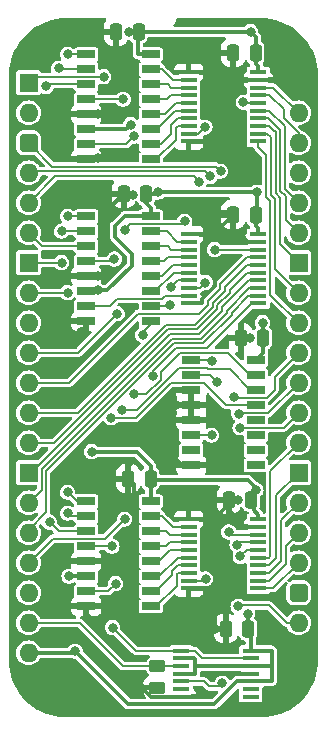
<source format=gtl>
%TF.GenerationSoftware,KiCad,Pcbnew,7.0.5*%
%TF.CreationDate,2024-02-14T17:05:01+02:00*%
%TF.ProjectId,GPIO Address Decode,4750494f-2041-4646-9472-657373204465,rev?*%
%TF.SameCoordinates,PX6d01460PY32de760*%
%TF.FileFunction,Copper,L1,Top*%
%TF.FilePolarity,Positive*%
%FSLAX46Y46*%
G04 Gerber Fmt 4.6, Leading zero omitted, Abs format (unit mm)*
G04 Created by KiCad (PCBNEW 7.0.5) date 2024-02-14 17:05:01*
%MOMM*%
%LPD*%
G01*
G04 APERTURE LIST*
G04 Aperture macros list*
%AMRoundRect*
0 Rectangle with rounded corners*
0 $1 Rounding radius*
0 $2 $3 $4 $5 $6 $7 $8 $9 X,Y pos of 4 corners*
0 Add a 4 corners polygon primitive as box body*
4,1,4,$2,$3,$4,$5,$6,$7,$8,$9,$2,$3,0*
0 Add four circle primitives for the rounded corners*
1,1,$1+$1,$2,$3*
1,1,$1+$1,$4,$5*
1,1,$1+$1,$6,$7*
1,1,$1+$1,$8,$9*
0 Add four rect primitives between the rounded corners*
20,1,$1+$1,$2,$3,$4,$5,0*
20,1,$1+$1,$4,$5,$6,$7,0*
20,1,$1+$1,$6,$7,$8,$9,0*
20,1,$1+$1,$8,$9,$2,$3,0*%
G04 Aperture macros list end*
%TA.AperFunction,SMDPad,CuDef*%
%ADD10RoundRect,0.250000X0.450000X-0.262500X0.450000X0.262500X-0.450000X0.262500X-0.450000X-0.262500X0*%
%TD*%
%TA.AperFunction,ComponentPad*%
%ADD11R,1.600000X1.600000*%
%TD*%
%TA.AperFunction,ComponentPad*%
%ADD12O,1.600000X1.600000*%
%TD*%
%TA.AperFunction,ComponentPad*%
%ADD13RoundRect,0.400000X-0.400000X-0.400000X0.400000X-0.400000X0.400000X0.400000X-0.400000X0.400000X0*%
%TD*%
%TA.AperFunction,SMDPad,CuDef*%
%ADD14R,1.475000X0.450000*%
%TD*%
%TA.AperFunction,SMDPad,CuDef*%
%ADD15RoundRect,0.250000X0.250000X0.475000X-0.250000X0.475000X-0.250000X-0.475000X0.250000X-0.475000X0*%
%TD*%
%TA.AperFunction,SMDPad,CuDef*%
%ADD16R,1.550000X0.650000*%
%TD*%
%TA.AperFunction,ViaPad*%
%ADD17C,0.800000*%
%TD*%
%TA.AperFunction,Conductor*%
%ADD18C,0.200000*%
%TD*%
%TA.AperFunction,Conductor*%
%ADD19C,0.380000*%
%TD*%
G04 APERTURE END LIST*
D10*
%TO.P,R1,1*%
%TO.N,/GND*%
X10912000Y-51204500D03*
%TO.P,R1,2*%
%TO.N,/Write Enable*%
X10912000Y-49379500D03*
%TD*%
D11*
%TO.P,J1,1,Pin_1*%
%TO.N,/~{Reset}*%
X0Y0D03*
D12*
%TO.P,J1,2,Pin_2*%
%TO.N,unconnected-(J1-Pin_2-Pad2)*%
X0Y-2540000D03*
D13*
%TO.P,J1,3,Pin_3*%
%TO.N,/A_{Enable}*%
X0Y-5080000D03*
D12*
%TO.P,J1,4,Pin_4*%
%TO.N,/A4*%
X0Y-7620000D03*
%TO.P,J1,5,Pin_5*%
%TO.N,/A3*%
X0Y-10160000D03*
%TO.P,J1,6,Pin_6*%
%TO.N,/A2*%
X0Y-12700000D03*
D11*
%TO.P,J1,7,Pin_7*%
%TO.N,/A1*%
X0Y-15240000D03*
D12*
%TO.P,J1,8,Pin_8*%
%TO.N,/A0*%
X0Y-17780000D03*
%TO.P,J1,9,Pin_9*%
%TO.N,unconnected-(J1-Pin_9-Pad9)*%
X0Y-20320000D03*
%TO.P,J1,10,Pin_10*%
%TO.N,/Write OE _{56..63}*%
X0Y-22860000D03*
%TO.P,J1,11,Pin_11*%
%TO.N,/Write OE _{48..55}*%
X0Y-25400000D03*
%TO.P,J1,12,Pin_12*%
%TO.N,/Write OE _{40..47}*%
X0Y-27940000D03*
%TO.P,J1,13,Pin_13*%
%TO.N,/Write OE _{32..39}*%
X0Y-30480000D03*
D11*
%TO.P,J1,14,Pin_14*%
%TO.N,/Write OE _{24..31}*%
X0Y-33020000D03*
D12*
%TO.P,J1,15,Pin_15*%
%TO.N,/Write OE _{16..23}*%
X0Y-35560000D03*
%TO.P,J1,16,Pin_16*%
%TO.N,/Write OE _{8..15}*%
X0Y-38100000D03*
%TO.P,J1,17,Pin_17*%
%TO.N,/Write OE _{0..7}*%
X0Y-40640000D03*
%TO.P,J1,18,Pin_18*%
%TO.N,unconnected-(J1-Pin_18-Pad18)*%
X0Y-43180000D03*
%TO.P,J1,19,Pin_19*%
%TO.N,/Write Enable*%
X0Y-45720000D03*
%TO.P,J1,20,Pin_20*%
%TO.N,/3.3V*%
X0Y-48260000D03*
%TO.P,J1,21,Pin_21*%
%TO.N,/GND*%
X22860000Y-48260000D03*
%TO.P,J1,22,Pin_22*%
%TO.N,/Enable*%
X22860000Y-45720000D03*
D13*
%TO.P,J1,23,Pin_23*%
%TO.N,unconnected-(J1-Pin_23-Pad23)*%
X22860000Y-43180000D03*
D12*
%TO.P,J1,24,Pin_24*%
%TO.N,/Write GD _{0..7}*%
X22860000Y-40640000D03*
%TO.P,J1,25,Pin_25*%
%TO.N,/Write GD _{8..15}*%
X22860000Y-38100000D03*
%TO.P,J1,26,Pin_26*%
%TO.N,/Write GD _{16..23}*%
X22860000Y-35560000D03*
D11*
%TO.P,J1,27,Pin_27*%
%TO.N,/Write GD _{24..31}*%
X22860000Y-33020000D03*
D12*
%TO.P,J1,28,Pin_28*%
%TO.N,/Write GD _{32..39}*%
X22860000Y-30480000D03*
%TO.P,J1,29,Pin_29*%
%TO.N,/Write GD _{40..47}*%
X22860000Y-27940000D03*
%TO.P,J1,30,Pin_30*%
%TO.N,/Write GD _{48..55}*%
X22860000Y-25400000D03*
%TO.P,J1,31,Pin_31*%
%TO.N,/Write GD _{56..63}*%
X22860000Y-22860000D03*
%TO.P,J1,32,Pin_32*%
%TO.N,/Read GD _{0..7}*%
X22860000Y-20320000D03*
%TO.P,J1,33,Pin_33*%
%TO.N,/Read GD _{8..15}*%
X22860000Y-17780000D03*
D11*
%TO.P,J1,34,Pin_34*%
%TO.N,/Read GD _{16..23}*%
X22860000Y-15240000D03*
D12*
%TO.P,J1,35,Pin_35*%
%TO.N,/Read GD _{24..31}*%
X22860000Y-12700000D03*
%TO.P,J1,36,Pin_36*%
%TO.N,/Read GD _{32..39}*%
X22860000Y-10160000D03*
%TO.P,J1,37,Pin_37*%
%TO.N,/Read GD _{40..47}*%
X22860000Y-7620000D03*
%TO.P,J1,38,Pin_38*%
%TO.N,/Read GD _{48..55}*%
X22860000Y-5080000D03*
%TO.P,J1,39,Pin_39*%
%TO.N,/Read GD _{56..63}*%
X22860000Y-2540000D03*
%TO.P,J1,40,Pin_40*%
%TO.N,/GND*%
X22860000Y0D03*
%TD*%
D14*
%TO.P,IC1,1,~{1RD}*%
%TO.N,/~{Reset}*%
X12937000Y-48088000D03*
%TO.P,IC1,2,1D*%
%TO.N,/3.3V*%
X12937000Y-48738000D03*
%TO.P,IC1,3,1CP*%
%TO.N,/Write Enable*%
X12937000Y-49388000D03*
%TO.P,IC1,4,~{1SD}*%
%TO.N,/3.3V*%
X12937000Y-50038000D03*
%TO.P,IC1,5,1Q*%
%TO.N,/Enable*%
X12937000Y-50688000D03*
%TO.P,IC1,6,~{1Q}*%
%TO.N,unconnected-(IC1-~{1Q}-Pad6)*%
X12937000Y-51338000D03*
%TO.P,IC1,7,GND*%
%TO.N,/GND*%
X12937000Y-51988000D03*
%TO.P,IC1,8,~{2Q}*%
%TO.N,unconnected-(IC1-~{2Q}-Pad8)*%
X18813000Y-51988000D03*
%TO.P,IC1,9,2Q*%
%TO.N,unconnected-(IC1-2Q-Pad9)*%
X18813000Y-51338000D03*
%TO.P,IC1,10,~{2SD}*%
%TO.N,/3.3V*%
X18813000Y-50688000D03*
%TO.P,IC1,11,2CP*%
%TO.N,/GND*%
X18813000Y-50038000D03*
%TO.P,IC1,12,2D*%
%TO.N,/3.3V*%
X18813000Y-49388000D03*
%TO.P,IC1,13,~{2RD}*%
%TO.N,/~{Reset}*%
X18813000Y-48738000D03*
%TO.P,IC1,14,3V*%
%TO.N,/3.3V*%
X18813000Y-48088000D03*
%TD*%
D15*
%TO.P,C5,1*%
%TO.N,/3.3V*%
X19857000Y-21590000D03*
%TO.P,C5,2*%
%TO.N,/GND*%
X17957000Y-21590000D03*
%TD*%
D14*
%TO.P,IC3,1,~{OE1}*%
%TO.N,/GND*%
X13572000Y893000D03*
%TO.P,IC3,2,A1*%
%TO.N,Net-(IC2-~{Y0})*%
X13572000Y243000D03*
%TO.P,IC3,3,A2*%
%TO.N,Net-(IC2-~{Y1})*%
X13572000Y-407000D03*
%TO.P,IC3,4,A3*%
%TO.N,Net-(IC2-~{Y2})*%
X13572000Y-1057000D03*
%TO.P,IC3,5,A4*%
%TO.N,Net-(IC2-~{Y3})*%
X13572000Y-1707000D03*
%TO.P,IC3,6,A5*%
%TO.N,Net-(IC2-~{Y4})*%
X13572000Y-2357000D03*
%TO.P,IC3,7,A6*%
%TO.N,Net-(IC2-~{Y5})*%
X13572000Y-3007000D03*
%TO.P,IC3,8,A7*%
%TO.N,Net-(IC2-~{Y6})*%
X13572000Y-3657000D03*
%TO.P,IC3,9,A8*%
%TO.N,Net-(IC2-~{Y7})*%
X13572000Y-4307000D03*
%TO.P,IC3,10,GND*%
%TO.N,/GND*%
X13572000Y-4957000D03*
%TO.P,IC3,11,~{Y8}*%
%TO.N,/Read GD _{0..7}*%
X19448000Y-4957000D03*
%TO.P,IC3,12,~{Y7}*%
%TO.N,/Read GD _{8..15}*%
X19448000Y-4307000D03*
%TO.P,IC3,13,~{Y6}*%
%TO.N,/Read GD _{16..23}*%
X19448000Y-3657000D03*
%TO.P,IC3,14,~{Y5}*%
%TO.N,/Read GD _{24..31}*%
X19448000Y-3007000D03*
%TO.P,IC3,15,~{Y4}*%
%TO.N,/Read GD _{32..39}*%
X19448000Y-2357000D03*
%TO.P,IC3,16,~{Y3}*%
%TO.N,/Read GD _{40..47}*%
X19448000Y-1707000D03*
%TO.P,IC3,17,~{Y2}*%
%TO.N,/Read GD _{48..55}*%
X19448000Y-1057000D03*
%TO.P,IC3,18,~{Y1}*%
%TO.N,/Read GD _{56..63}*%
X19448000Y-407000D03*
%TO.P,IC3,19,~{OE2}*%
%TO.N,/GND*%
X19448000Y243000D03*
%TO.P,IC3,20,3V*%
%TO.N,/3.3V*%
X19448000Y893000D03*
%TD*%
D15*
%TO.P,C8,1*%
%TO.N,/3.3V*%
X9316000Y4318000D03*
%TO.P,C8,2*%
%TO.N,/GND*%
X7416000Y4318000D03*
%TD*%
%TO.P,C6,1*%
%TO.N,/3.3V*%
X9951000Y-9398000D03*
%TO.P,C6,2*%
%TO.N,/GND*%
X8051000Y-9398000D03*
%TD*%
%TO.P,C4,1*%
%TO.N,/3.3V*%
X18841000Y-35306000D03*
%TO.P,C4,2*%
%TO.N,/GND*%
X16941000Y-35306000D03*
%TD*%
D16*
%TO.P,IC2,1,A0*%
%TO.N,/A0*%
X4895000Y2413000D03*
%TO.P,IC2,2,A1*%
%TO.N,/A1*%
X4895000Y1143000D03*
%TO.P,IC2,3,A2*%
%TO.N,/A2*%
X4895000Y-127000D03*
%TO.P,IC2,4,~{E1}*%
%TO.N,Net-(IC2-~{E1})*%
X4895000Y-1397000D03*
%TO.P,IC2,5,~{E2}*%
%TO.N,/GND*%
X4895000Y-2667000D03*
%TO.P,IC2,6,E3*%
%TO.N,/3.3V*%
X4895000Y-3937000D03*
%TO.P,IC2,7,~{Y7}*%
%TO.N,Net-(IC2-~{Y7})*%
X4895000Y-5207000D03*
%TO.P,IC2,8,GND*%
%TO.N,/GND*%
X4895000Y-6477000D03*
%TO.P,IC2,9,~{Y6}*%
%TO.N,Net-(IC2-~{Y6})*%
X10345000Y-6477000D03*
%TO.P,IC2,10,~{Y5}*%
%TO.N,Net-(IC2-~{Y5})*%
X10345000Y-5207000D03*
%TO.P,IC2,11,~{Y4}*%
%TO.N,Net-(IC2-~{Y4})*%
X10345000Y-3937000D03*
%TO.P,IC2,12,~{Y3}*%
%TO.N,Net-(IC2-~{Y3})*%
X10345000Y-2667000D03*
%TO.P,IC2,13,~{Y2}*%
%TO.N,Net-(IC2-~{Y2})*%
X10345000Y-1397000D03*
%TO.P,IC2,14,~{Y1}*%
%TO.N,Net-(IC2-~{Y1})*%
X10345000Y-127000D03*
%TO.P,IC2,15,~{Y0}*%
%TO.N,Net-(IC2-~{Y0})*%
X10345000Y1143000D03*
%TO.P,IC2,16,3V*%
%TO.N,/3.3V*%
X10345000Y2413000D03*
%TD*%
D15*
%TO.P,C2,1*%
%TO.N,/3.3V*%
X19222000Y2540000D03*
%TO.P,C2,2*%
%TO.N,/GND*%
X17322000Y2540000D03*
%TD*%
D16*
%TO.P,IC8,1,A0*%
%TO.N,/A0*%
X4895000Y-11303000D03*
%TO.P,IC8,2,A1*%
%TO.N,/A1*%
X4895000Y-12573000D03*
%TO.P,IC8,3,A2*%
%TO.N,/A2*%
X4895000Y-13843000D03*
%TO.P,IC8,4,~{E1}*%
%TO.N,Net-(IC4-~{Y2})*%
X4895000Y-15113000D03*
%TO.P,IC8,5,~{E2}*%
%TO.N,/GND*%
X4895000Y-16383000D03*
%TO.P,IC8,6,E3*%
%TO.N,/3.3V*%
X4895000Y-17653000D03*
%TO.P,IC8,7,~{Y7}*%
%TO.N,Net-(IC8-~{Y7})*%
X4895000Y-18923000D03*
%TO.P,IC8,8,GND*%
%TO.N,/GND*%
X4895000Y-20193000D03*
%TO.P,IC8,9,~{Y6}*%
%TO.N,Net-(IC8-~{Y6})*%
X10345000Y-20193000D03*
%TO.P,IC8,10,~{Y5}*%
%TO.N,Net-(IC8-~{Y5})*%
X10345000Y-18923000D03*
%TO.P,IC8,11,~{Y4}*%
%TO.N,Net-(IC8-~{Y4})*%
X10345000Y-17653000D03*
%TO.P,IC8,12,~{Y3}*%
%TO.N,Net-(IC8-~{Y3})*%
X10345000Y-16383000D03*
%TO.P,IC8,13,~{Y2}*%
%TO.N,Net-(IC8-~{Y2})*%
X10345000Y-15113000D03*
%TO.P,IC8,14,~{Y1}*%
%TO.N,Net-(IC8-~{Y1})*%
X10345000Y-13843000D03*
%TO.P,IC8,15,~{Y0}*%
%TO.N,Net-(IC8-~{Y0})*%
X10345000Y-12573000D03*
%TO.P,IC8,16,3V*%
%TO.N,/3.3V*%
X10345000Y-11303000D03*
%TD*%
D15*
%TO.P,C1,1*%
%TO.N,/3.3V*%
X10332000Y-33528000D03*
%TO.P,C1,2*%
%TO.N,/GND*%
X8432000Y-33528000D03*
%TD*%
%TO.P,C7,1*%
%TO.N,/3.3V*%
X19222000Y-11176000D03*
%TO.P,C7,2*%
%TO.N,/GND*%
X17322000Y-11176000D03*
%TD*%
D16*
%TO.P,IC6,1,A0*%
%TO.N,/A0*%
X4895000Y-35433000D03*
%TO.P,IC6,2,A1*%
%TO.N,/A1*%
X4895000Y-36703000D03*
%TO.P,IC6,3,A2*%
%TO.N,/A2*%
X4895000Y-37973000D03*
%TO.P,IC6,4,~{E1}*%
%TO.N,Net-(IC4-~{Y1})*%
X4895000Y-39243000D03*
%TO.P,IC6,5,~{E2}*%
%TO.N,/GND*%
X4895000Y-40513000D03*
%TO.P,IC6,6,E3*%
%TO.N,/3.3V*%
X4895000Y-41783000D03*
%TO.P,IC6,7,~{Y7}*%
%TO.N,Net-(IC6-~{Y7})*%
X4895000Y-43053000D03*
%TO.P,IC6,8,GND*%
%TO.N,/GND*%
X4895000Y-44323000D03*
%TO.P,IC6,9,~{Y6}*%
%TO.N,Net-(IC6-~{Y6})*%
X10345000Y-44323000D03*
%TO.P,IC6,10,~{Y5}*%
%TO.N,Net-(IC6-~{Y5})*%
X10345000Y-43053000D03*
%TO.P,IC6,11,~{Y4}*%
%TO.N,Net-(IC6-~{Y4})*%
X10345000Y-41783000D03*
%TO.P,IC6,12,~{Y3}*%
%TO.N,Net-(IC6-~{Y3})*%
X10345000Y-40513000D03*
%TO.P,IC6,13,~{Y2}*%
%TO.N,Net-(IC6-~{Y2})*%
X10345000Y-39243000D03*
%TO.P,IC6,14,~{Y1}*%
%TO.N,Net-(IC6-~{Y1})*%
X10345000Y-37973000D03*
%TO.P,IC6,15,~{Y0}*%
%TO.N,Net-(IC6-~{Y0})*%
X10345000Y-36703000D03*
%TO.P,IC6,16,3V*%
%TO.N,/3.3V*%
X10345000Y-35433000D03*
%TD*%
D14*
%TO.P,IC9,1,~{OE1}*%
%TO.N,/GND*%
X13572000Y-12823000D03*
%TO.P,IC9,2,A1*%
%TO.N,Net-(IC8-~{Y0})*%
X13572000Y-13473000D03*
%TO.P,IC9,3,A2*%
%TO.N,Net-(IC8-~{Y1})*%
X13572000Y-14123000D03*
%TO.P,IC9,4,A3*%
%TO.N,Net-(IC8-~{Y2})*%
X13572000Y-14773000D03*
%TO.P,IC9,5,A4*%
%TO.N,Net-(IC8-~{Y3})*%
X13572000Y-15423000D03*
%TO.P,IC9,6,A5*%
%TO.N,Net-(IC8-~{Y4})*%
X13572000Y-16073000D03*
%TO.P,IC9,7,A6*%
%TO.N,Net-(IC8-~{Y5})*%
X13572000Y-16723000D03*
%TO.P,IC9,8,A7*%
%TO.N,Net-(IC8-~{Y6})*%
X13572000Y-17373000D03*
%TO.P,IC9,9,A8*%
%TO.N,Net-(IC8-~{Y7})*%
X13572000Y-18023000D03*
%TO.P,IC9,10,GND*%
%TO.N,/GND*%
X13572000Y-18673000D03*
%TO.P,IC9,11,~{Y8}*%
%TO.N,/Write OE _{0..7}*%
X19448000Y-18673000D03*
%TO.P,IC9,12,~{Y7}*%
%TO.N,/Write OE _{8..15}*%
X19448000Y-18023000D03*
%TO.P,IC9,13,~{Y6}*%
%TO.N,/Write OE _{16..23}*%
X19448000Y-17373000D03*
%TO.P,IC9,14,~{Y5}*%
%TO.N,/Write OE _{24..31}*%
X19448000Y-16723000D03*
%TO.P,IC9,15,~{Y4}*%
%TO.N,/Write OE _{32..39}*%
X19448000Y-16073000D03*
%TO.P,IC9,16,~{Y3}*%
%TO.N,/Write OE _{40..47}*%
X19448000Y-15423000D03*
%TO.P,IC9,17,~{Y2}*%
%TO.N,/Write OE _{48..55}*%
X19448000Y-14773000D03*
%TO.P,IC9,18,~{Y1}*%
%TO.N,/Write OE _{56..63}*%
X19448000Y-14123000D03*
%TO.P,IC9,19,~{OE2}*%
%TO.N,/GND*%
X19448000Y-13473000D03*
%TO.P,IC9,20,3V*%
%TO.N,/3.3V*%
X19448000Y-12823000D03*
%TD*%
D16*
%TO.P,IC4,1,A0*%
%TO.N,/A3*%
X13785000Y-23495000D03*
%TO.P,IC4,2,A1*%
%TO.N,/A4*%
X13785000Y-24765000D03*
%TO.P,IC4,3,A2*%
%TO.N,/GND*%
X13785000Y-26035000D03*
%TO.P,IC4,4,~{E1}*%
X13785000Y-27305000D03*
%TO.P,IC4,5,~{E2}*%
X13785000Y-28575000D03*
%TO.P,IC4,6,E3*%
%TO.N,/A_{Enable}*%
X13785000Y-29845000D03*
%TO.P,IC4,7,~{Y7}*%
%TO.N,unconnected-(IC4-~{Y7}-Pad7)*%
X13785000Y-31115000D03*
%TO.P,IC4,8,GND*%
%TO.N,/GND*%
X13785000Y-32385000D03*
%TO.P,IC4,9,~{Y6}*%
%TO.N,unconnected-(IC4-~{Y6}-Pad9)*%
X19235000Y-32385000D03*
%TO.P,IC4,10,~{Y5}*%
%TO.N,unconnected-(IC4-~{Y5}-Pad10)*%
X19235000Y-31115000D03*
%TO.P,IC4,11,~{Y4}*%
%TO.N,unconnected-(IC4-~{Y4}-Pad11)*%
X19235000Y-29845000D03*
%TO.P,IC4,12,~{Y3}*%
%TO.N,unconnected-(IC4-~{Y3}-Pad12)*%
X19235000Y-28575000D03*
%TO.P,IC4,13,~{Y2}*%
%TO.N,Net-(IC4-~{Y2})*%
X19235000Y-27305000D03*
%TO.P,IC4,14,~{Y1}*%
%TO.N,Net-(IC4-~{Y1})*%
X19235000Y-26035000D03*
%TO.P,IC4,15,~{Y0}*%
%TO.N,Net-(IC2-~{E1})*%
X19235000Y-24765000D03*
%TO.P,IC4,16,3V*%
%TO.N,/3.3V*%
X19235000Y-23495000D03*
%TD*%
D15*
%TO.P,C3,1*%
%TO.N,/3.3V*%
X18587000Y-46228000D03*
%TO.P,C3,2*%
%TO.N,/GND*%
X16687000Y-46228000D03*
%TD*%
D14*
%TO.P,IC7,1,~{OE1}*%
%TO.N,/GND*%
X13572000Y-36953000D03*
%TO.P,IC7,2,A1*%
%TO.N,Net-(IC6-~{Y0})*%
X13572000Y-37603000D03*
%TO.P,IC7,3,A2*%
%TO.N,Net-(IC6-~{Y1})*%
X13572000Y-38253000D03*
%TO.P,IC7,4,A3*%
%TO.N,Net-(IC6-~{Y2})*%
X13572000Y-38903000D03*
%TO.P,IC7,5,A4*%
%TO.N,Net-(IC6-~{Y3})*%
X13572000Y-39553000D03*
%TO.P,IC7,6,A5*%
%TO.N,Net-(IC6-~{Y4})*%
X13572000Y-40203000D03*
%TO.P,IC7,7,A6*%
%TO.N,Net-(IC6-~{Y5})*%
X13572000Y-40853000D03*
%TO.P,IC7,8,A7*%
%TO.N,Net-(IC6-~{Y6})*%
X13572000Y-41503000D03*
%TO.P,IC7,9,A8*%
%TO.N,Net-(IC6-~{Y7})*%
X13572000Y-42153000D03*
%TO.P,IC7,10,GND*%
%TO.N,/GND*%
X13572000Y-42803000D03*
%TO.P,IC7,11,~{Y8}*%
%TO.N,/Write GD _{0..7}*%
X19448000Y-42803000D03*
%TO.P,IC7,12,~{Y7}*%
%TO.N,/Write GD _{8..15}*%
X19448000Y-42153000D03*
%TO.P,IC7,13,~{Y6}*%
%TO.N,/Write GD _{16..23}*%
X19448000Y-41503000D03*
%TO.P,IC7,14,~{Y5}*%
%TO.N,/Write GD _{24..31}*%
X19448000Y-40853000D03*
%TO.P,IC7,15,~{Y4}*%
%TO.N,/Write GD _{32..39}*%
X19448000Y-40203000D03*
%TO.P,IC7,16,~{Y3}*%
%TO.N,/Write GD _{40..47}*%
X19448000Y-39553000D03*
%TO.P,IC7,17,~{Y2}*%
%TO.N,/Write GD _{48..55}*%
X19448000Y-38903000D03*
%TO.P,IC7,18,~{Y1}*%
%TO.N,/Write GD _{56..63}*%
X19448000Y-38253000D03*
%TO.P,IC7,19,~{OE2}*%
%TO.N,/GND*%
X19448000Y-37603000D03*
%TO.P,IC7,20,3V*%
%TO.N,/3.3V*%
X19448000Y-36953000D03*
%TD*%
D17*
%TO.N,/GND*%
X17718000Y-35369752D03*
X11938000Y-10922000D03*
X18757500Y-21590000D03*
X5873475Y-9398000D03*
X18049750Y-13192250D03*
X12446000Y-27305000D03*
X8382000Y2158992D03*
X8509000Y-32131000D03*
X9652000Y-51308000D03*
X12509497Y2222497D03*
X5461000Y3556000D03*
X11938000Y-46609000D03*
X5873475Y-6350000D03*
X15493999Y-15620999D03*
X5873475Y-2667000D03*
X16255999Y-3556000D03*
X4445000Y-21082000D03*
X17718048Y-32385000D03*
X15748000Y-46228000D03*
X4953000Y-45339000D03*
X5873475Y-16383000D03*
X9652000Y-29845000D03*
X8851500Y-9486512D03*
X15494000Y-50292000D03*
%TO.N,/3.3V*%
X8636000Y-3556000D03*
X19240500Y-34480500D03*
X5873475Y-17586786D03*
X3936988Y-48133000D03*
X3429000Y-41783000D03*
X19812000Y-20320000D03*
X5334000Y-31242000D03*
X8515500Y4318000D03*
X18542000Y-44958000D03*
X19304000Y-9271000D03*
X18796000Y4318000D03*
X10921990Y-9271000D03*
%TO.N,/~{Reset}*%
X6350000Y508000D03*
X7112000Y-46129000D03*
%TO.N,/Enable*%
X17756076Y-44339673D03*
X16390674Y-50828000D03*
%TO.N,/A0*%
X3302000Y-34671000D03*
X3302000Y-11303000D03*
X3302000Y2413000D03*
X3302000Y-17780000D03*
%TO.N,/A1*%
X2793990Y-12573000D03*
X2794000Y-15240000D03*
X2540000Y1208000D03*
X3302000Y-36449000D03*
%TO.N,/A2*%
X1472593Y-299369D03*
X1778000Y-37211000D03*
%TO.N,Net-(IC2-~{E1})*%
X8964577Y-26384027D03*
X8001000Y-1397000D03*
%TO.N,Net-(IC2-~{Y7})*%
X8918000Y-4525767D03*
X14927278Y-3767491D03*
%TO.N,/Read GD _{40..47}*%
X18189000Y-1651000D03*
%TO.N,/A3*%
X15494000Y-23570000D03*
X14465994Y-8384721D03*
%TO.N,/A4*%
X15937000Y-25338000D03*
X15354959Y-7926740D03*
%TO.N,/A_{Enable}*%
X16256000Y-7493000D03*
X15494000Y-29845000D03*
%TO.N,Net-(IC4-~{Y2})*%
X6984646Y-28364618D03*
X7273475Y-14927165D03*
%TO.N,Net-(IC4-~{Y1})*%
X7050000Y-39243000D03*
X7874000Y-27686000D03*
%TO.N,Net-(IC6-~{Y7})*%
X14986000Y-42009000D03*
X7366000Y-42418000D03*
%TO.N,/Write GD _{40..47}*%
X17907000Y-29210000D03*
X17931851Y-40104406D03*
%TO.N,/Write GD _{48..55}*%
X17797422Y-28012543D03*
X17653000Y-39116000D03*
%TO.N,/Write GD _{56..63}*%
X17399000Y-26605000D03*
X16953000Y-38030390D03*
%TO.N,Net-(IC8-~{Y6})*%
X14958000Y-16924512D03*
X9668098Y-21352096D03*
%TO.N,Net-(IC8-~{Y5})*%
X11938000Y-18796000D03*
X12047410Y-17323000D03*
%TO.N,/Write OE _{0..7}*%
X10499938Y-24849324D03*
X8128000Y-36957000D03*
%TO.N,/Write OE _{56..63}*%
X13210875Y-11712000D03*
X8128000Y-12446000D03*
X15748000Y-14123000D03*
X7493000Y-19558000D03*
%TD*%
D18*
%TO.N,Net-(IC2-~{E1})*%
X4895000Y-1397000D02*
X8001000Y-1397000D01*
D19*
%TO.N,/3.3V*%
X5807261Y-17653000D02*
X5873475Y-17586786D01*
X8763000Y-15492858D02*
X6669072Y-17586786D01*
X8763000Y-14479217D02*
X8763000Y-15492858D01*
X7338000Y-13054217D02*
X8763000Y-14479217D01*
X7338000Y-12118771D02*
X7338000Y-13054217D01*
X8153771Y-11303000D02*
X7338000Y-12118771D01*
X10345000Y-11303000D02*
X8153771Y-11303000D01*
%TO.N,/GND*%
X7052614Y-16383000D02*
X5873475Y-16383000D01*
X8183000Y-15252614D02*
X7052614Y-16383000D01*
X8183000Y-14719461D02*
X8183000Y-15252614D01*
%TO.N,/3.3V*%
X6669072Y-17586786D02*
X5873475Y-17586786D01*
%TO.N,/GND*%
X8051000Y-9398000D02*
X6758000Y-10691000D01*
X6758000Y-10691000D02*
X6758000Y-13294461D01*
X6758000Y-13294461D02*
X8183000Y-14719461D01*
X4895000Y-16383000D02*
X5873475Y-16383000D01*
%TO.N,/3.3V*%
X4895000Y-17653000D02*
X5807261Y-17653000D01*
%TO.N,/GND*%
X5746475Y-6477000D02*
X5873475Y-6350000D01*
X4895000Y-6477000D02*
X5746475Y-6477000D01*
X8051000Y-9398000D02*
X5873475Y-9398000D01*
X4895000Y-2667000D02*
X5873475Y-2667000D01*
D18*
%TO.N,/Write OE _{56..63}*%
X8626000Y-11948000D02*
X8128000Y-12446000D01*
X12974875Y-11948000D02*
X8626000Y-11948000D01*
X13210875Y-11712000D02*
X12974875Y-11948000D01*
%TO.N,Net-(IC4-~{Y2})*%
X7087640Y-15113000D02*
X7273475Y-14927165D01*
X4895000Y-15113000D02*
X7087640Y-15113000D01*
%TO.N,Net-(IC8-~{Y6})*%
X9668098Y-21091946D02*
X9668098Y-21352096D01*
X10345000Y-20415044D02*
X9668098Y-21091946D01*
%TO.N,/Write OE _{0..7}*%
X15138500Y-22470000D02*
X12463375Y-22470000D01*
X18935500Y-18673000D02*
X15138500Y-22470000D01*
%TO.N,/Write OE _{8..15}*%
X1500000Y-32859314D02*
X1500000Y-36372050D01*
X12297690Y-22070000D02*
X10604690Y-23763000D01*
X14788891Y-22070000D02*
X12297690Y-22070000D01*
%TO.N,/Write OE _{0..7}*%
X12463375Y-22470000D02*
X10499938Y-24433437D01*
%TO.N,/Write OE _{8..15}*%
X17189500Y-19669395D02*
X14788891Y-22070000D01*
%TO.N,/Write OE _{16..23}*%
X1100000Y-34460000D02*
X0Y-35560000D01*
%TO.N,/Write OE _{8..15}*%
X10596314Y-23763000D02*
X1500000Y-32859314D01*
%TO.N,/Write OE _{16..23}*%
X1100000Y-32693628D02*
X1100000Y-34460000D01*
X10439005Y-23363000D02*
X10430628Y-23363000D01*
X18706628Y-17373000D02*
X16789500Y-19290128D01*
X19448000Y-17373000D02*
X18706628Y-17373000D01*
%TO.N,/Write OE _{24..31}*%
X10264942Y-22963000D02*
X357310Y-32870632D01*
%TO.N,/Write OE _{8..15}*%
X19448000Y-18023000D02*
X18622314Y-18023000D01*
%TO.N,/Write OE _{24..31}*%
X10273320Y-22963000D02*
X10264942Y-22963000D01*
X16389500Y-19338023D02*
X14457521Y-21270000D01*
X16389501Y-19000251D02*
X16389500Y-19338023D01*
X18666752Y-16723000D02*
X16389501Y-19000251D01*
%TO.N,/Write OE _{32..39}*%
X2182256Y-30480000D02*
X0Y-30480000D01*
X10099256Y-22563000D02*
X2182256Y-30480000D01*
%TO.N,/Write OE _{24..31}*%
X11966320Y-21270000D02*
X10273320Y-22963000D01*
%TO.N,/Write OE _{16..23}*%
X10430628Y-23363000D02*
X1100000Y-32693628D01*
%TO.N,/Write OE _{24..31}*%
X14457521Y-21270000D02*
X11966320Y-21270000D01*
%TO.N,/Write OE _{32..39}*%
X11800635Y-20870000D02*
X10107635Y-22563000D01*
X14291836Y-20870000D02*
X11800635Y-20870000D01*
X15989501Y-18834565D02*
X15989500Y-19172337D01*
X17038001Y-17545499D02*
X17038001Y-17786065D01*
X18510500Y-16073000D02*
X17038001Y-17545499D01*
%TO.N,/Write OE _{8..15}*%
X10604690Y-23763000D02*
X10596314Y-23763000D01*
%TO.N,/Write OE _{32..39}*%
X19448000Y-16073000D02*
X18510500Y-16073000D01*
%TO.N,/Write OE _{8..15}*%
X18622314Y-18023000D02*
X17189500Y-19455814D01*
%TO.N,/Write OE _{40..47}*%
X4156570Y-27940000D02*
X0Y-27940000D01*
%TO.N,/Write OE _{24..31}*%
X19448000Y-16723000D02*
X18666752Y-16723000D01*
%TO.N,/Write OE _{40..47}*%
X9933570Y-22163000D02*
X4156570Y-27940000D01*
X11634950Y-20470000D02*
X9941950Y-22163000D01*
X14126151Y-20470000D02*
X11634950Y-20470000D01*
X15589500Y-19006651D02*
X14126151Y-20470000D01*
X16638001Y-17620379D02*
X15589501Y-18668879D01*
X18510500Y-15423000D02*
X16638001Y-17295499D01*
%TO.N,/Write OE _{32..39}*%
X17038001Y-17786065D02*
X15989501Y-18834565D01*
%TO.N,/Write OE _{16..23}*%
X16789500Y-19503709D02*
X14623206Y-21670000D01*
%TO.N,/Write OE _{32..39}*%
X15989500Y-19172337D02*
X14291836Y-20870000D01*
%TO.N,/Write OE _{40..47}*%
X19448000Y-15423000D02*
X18510500Y-15423000D01*
%TO.N,/Write OE _{32..39}*%
X10107635Y-22563000D02*
X10099256Y-22563000D01*
%TO.N,/Write OE _{40..47}*%
X16638001Y-17295499D02*
X16638001Y-17620379D01*
%TO.N,/Write OE _{16..23}*%
X12132005Y-21670000D02*
X10439005Y-23363000D01*
X14623206Y-21670000D02*
X12132005Y-21670000D01*
%TO.N,/Write OE _{8..15}*%
X1500000Y-36372050D02*
X0Y-37872050D01*
%TO.N,/Write OE _{40..47}*%
X15589501Y-18668879D02*
X15589500Y-19006651D01*
%TO.N,/Write OE _{16..23}*%
X16789500Y-19290128D02*
X16789500Y-19503709D01*
%TO.N,/Write OE _{8..15}*%
X17189500Y-19455814D02*
X17189500Y-19669395D01*
%TO.N,/Write OE _{40..47}*%
X9941950Y-22163000D02*
X9933570Y-22163000D01*
%TO.N,/Write OE _{0..7}*%
X10499938Y-24433437D02*
X10499938Y-24849324D01*
%TO.N,Net-(IC4-~{Y1})*%
X9218897Y-27686000D02*
X7874000Y-27686000D01*
X12764897Y-24140000D02*
X9218897Y-27686000D01*
X15074050Y-24140000D02*
X12764897Y-24140000D01*
X15204050Y-24270000D02*
X15074050Y-24140000D01*
X17020000Y-24270000D02*
X15204050Y-24270000D01*
X18785000Y-26035000D02*
X17020000Y-24270000D01*
%TO.N,Net-(IC4-~{Y2})*%
X9084582Y-28386000D02*
X7006028Y-28386000D01*
X12070582Y-25400000D02*
X9084582Y-28386000D01*
X14850000Y-25400000D02*
X12070582Y-25400000D01*
X19235000Y-27305000D02*
X16755000Y-27305000D01*
X7006028Y-28386000D02*
X6984646Y-28364618D01*
X16755000Y-27305000D02*
X14850000Y-25400000D01*
%TO.N,/Write OE _{0..7}*%
X6487000Y-38598000D02*
X8128000Y-36957000D01*
X2042000Y-38598000D02*
X6487000Y-38598000D01*
D19*
%TO.N,/GND*%
X8918000Y-39596000D02*
X8001000Y-40513000D01*
X8636000Y-33732000D02*
X8918000Y-34014000D01*
D18*
%TO.N,/Write OE _{0..7}*%
X0Y-40640000D02*
X2042000Y-38598000D01*
D19*
%TO.N,/GND*%
X8918000Y-34014000D02*
X8918000Y-39596000D01*
D18*
%TO.N,/A1*%
X3556000Y-36703000D02*
X3302000Y-36449000D01*
X4895000Y-36703000D02*
X3556000Y-36703000D01*
%TO.N,/A2*%
X4895000Y-37973000D02*
X2540000Y-37973000D01*
X2540000Y-37973000D02*
X1778000Y-37211000D01*
%TO.N,/A1*%
X0Y-15240000D02*
X2794000Y-15240000D01*
X4895000Y-12573000D02*
X2793990Y-12573000D01*
%TO.N,/A2*%
X1143000Y-13843000D02*
X0Y-12700000D01*
X4895000Y-13843000D02*
X1143000Y-13843000D01*
D19*
%TO.N,/GND*%
X18049750Y-13192250D02*
X17322000Y-12464500D01*
X17322000Y-12464500D02*
X17322000Y-11176000D01*
X14664500Y-18673000D02*
X14699500Y-18638000D01*
X14699500Y-18300229D02*
X15748001Y-17251728D01*
X16687000Y-46228000D02*
X15748000Y-46228000D01*
X4895000Y-20632000D02*
X4445000Y-21082000D01*
X13572000Y-4957000D02*
X14854999Y-4957000D01*
X7416000Y3124992D02*
X8382000Y2158992D01*
X8432000Y-33528000D02*
X8432000Y-32208000D01*
X8636000Y-42926000D02*
X7239000Y-44323000D01*
X8051000Y-9398000D02*
X8762988Y-9398000D01*
X13785000Y-32385000D02*
X17718048Y-32385000D01*
X16764000Y281000D02*
X17322000Y839000D01*
X12954000Y-32385000D02*
X10414000Y-29845000D01*
X18813000Y-50038000D02*
X15748000Y-50038000D01*
X12446000Y-27305000D02*
X13785000Y-27305000D01*
X15748000Y-42934000D02*
X15748000Y-46228000D01*
X14958000Y-15085000D02*
X15493999Y-15620999D01*
X15748001Y-17251728D02*
X15748001Y-15875001D01*
X19448000Y243000D02*
X22617000Y243000D01*
X15748000Y-50038000D02*
X15494000Y-50292000D01*
X4895000Y-44323000D02*
X4895000Y-45281000D01*
X8636000Y-41148000D02*
X8636000Y-42926000D01*
X15875000Y-37153000D02*
X15875000Y-42545000D01*
X17957000Y-21590000D02*
X18757500Y-21590000D01*
X7239000Y-44323000D02*
X4895000Y-44323000D01*
X14958000Y-13091500D02*
X14958000Y-13540000D01*
X13785000Y-32385000D02*
X12954000Y-32385000D01*
X7416000Y4318000D02*
X7416000Y3124992D01*
X12319000Y-46228000D02*
X11938000Y-46609000D01*
X16255999Y-3556000D02*
X16764000Y-3047999D01*
X13785000Y-26035000D02*
X13785000Y-27305000D01*
X14699500Y-18638000D02*
X14699500Y-18300229D01*
X18330500Y-37603000D02*
X16941000Y-36213500D01*
X12636500Y-45339000D02*
X13572000Y-44403500D01*
X18330500Y-13473000D02*
X18049750Y-13192250D01*
X17322000Y839000D02*
X17918000Y243000D01*
X13785000Y-27305000D02*
X13785000Y-28575000D01*
X15748000Y-46228000D02*
X12319000Y-46228000D01*
X9755500Y-51204500D02*
X9652000Y-51308000D01*
X17654248Y-35306000D02*
X17718000Y-35369752D01*
X8762988Y-9398000D02*
X8851500Y-9486512D01*
X16941000Y-36213500D02*
X16941000Y-35306000D01*
X13572000Y-12823000D02*
X14689500Y-12823000D01*
X15675000Y-36953000D02*
X15875000Y-37153000D01*
X10414000Y-29845000D02*
X9652000Y-29845000D01*
X15617000Y-42803000D02*
X13572000Y-42803000D01*
X10332000Y-51988000D02*
X9652000Y-51308000D01*
X19448000Y-13473000D02*
X18330500Y-13473000D01*
X13572000Y2015000D02*
X13572000Y893000D01*
X17322000Y-11176000D02*
X14958000Y-13540000D01*
X15875000Y-42545000D02*
X15617000Y-42803000D01*
X15748001Y-15875001D02*
X15493999Y-15620999D01*
X8432000Y-32208000D02*
X8509000Y-32131000D01*
X14689500Y-12823000D02*
X14958000Y-13091500D01*
X15675000Y-36953000D02*
X13572000Y-36953000D01*
X16941000Y-35306000D02*
X17654248Y-35306000D01*
X15617000Y-42803000D02*
X15748000Y-42934000D01*
X4895000Y-20193000D02*
X4895000Y-20632000D01*
X6096000Y4318000D02*
X5461000Y3683000D01*
X11938000Y-10922000D02*
X17068000Y-10922000D01*
X14958000Y-13540000D02*
X14958000Y-15085000D01*
X8001000Y-40513000D02*
X8636000Y-41148000D01*
X4895000Y-40513000D02*
X8001000Y-40513000D01*
X5461000Y3683000D02*
X5461000Y3556000D01*
X13572000Y-44403500D02*
X13572000Y-42803000D01*
X10912000Y-51204500D02*
X9755500Y-51204500D01*
X16764000Y-3047999D02*
X16764000Y281000D01*
X19448000Y-37603000D02*
X18330500Y-37603000D01*
X13572000Y-18673000D02*
X14664500Y-18673000D01*
X4953000Y-45339000D02*
X12636500Y-45339000D01*
X14854999Y-4957000D02*
X16255999Y-3556000D01*
X14097000Y2540000D02*
X13572000Y2015000D01*
X12937000Y-51988000D02*
X10332000Y-51988000D01*
X13364503Y2222497D02*
X12509497Y2222497D01*
X4895000Y-45281000D02*
X4953000Y-45339000D01*
X17918000Y243000D02*
X19448000Y243000D01*
X16941000Y-35687000D02*
X15675000Y-36953000D01*
X7416000Y4318000D02*
X6096000Y4318000D01*
X17322000Y2540000D02*
X14097000Y2540000D01*
X13572000Y2015000D02*
X13364503Y2222497D01*
X17322000Y2540000D02*
X17322000Y839000D01*
%TO.N,/3.3V*%
X9951000Y-10205000D02*
X9951000Y-9398000D01*
X8255000Y-3937000D02*
X8636000Y-3556000D01*
X4895000Y-3937000D02*
X8255000Y-3937000D01*
X20575500Y-49353000D02*
X20540500Y-49388000D01*
X8515500Y4318000D02*
X9316000Y4318000D01*
X19222000Y2540000D02*
X19222000Y1606000D01*
X20575500Y-49531500D02*
X20432000Y-49388000D01*
X9271000Y2413000D02*
X9271000Y4273000D01*
X15732903Y-52603000D02*
X8406988Y-52603000D01*
X18587000Y-46228000D02*
X18587000Y-45003000D01*
X12937000Y-48738000D02*
X14029500Y-48738000D01*
X19448000Y-12336000D02*
X19222000Y-12110000D01*
X10332000Y-33528000D02*
X10332000Y-35420000D01*
X9144000Y-31242000D02*
X10332000Y-32430000D01*
X19304000Y-9271000D02*
X10921990Y-9271000D01*
X19050000Y-34671000D02*
X19240500Y-34480500D01*
X14079500Y-49388000D02*
X14064500Y-49403000D01*
X19812000Y-20320000D02*
X19812000Y-21545000D01*
X20565500Y-48088000D02*
X20575500Y-48098000D01*
X19304000Y-11094000D02*
X19304000Y-9271000D01*
X18813000Y-49388000D02*
X14079500Y-49388000D01*
X3809988Y-48260000D02*
X3936988Y-48133000D01*
X10345000Y-10599000D02*
X9951000Y-10205000D01*
X18587000Y-45003000D02*
X18542000Y-44958000D01*
X14064500Y-49403000D02*
X14064500Y-50028000D01*
X18813000Y-48088000D02*
X18813000Y-46454000D01*
X18796000Y4318000D02*
X19222000Y3892000D01*
X9316000Y4318000D02*
X18796000Y4318000D01*
X18542000Y-33655000D02*
X19240500Y-34353500D01*
X10345000Y-11303000D02*
X10345000Y-10599000D01*
X9951000Y-9398000D02*
X10794990Y-9398000D01*
X19067000Y-36212000D02*
X19067000Y-35532000D01*
X14064500Y-50028000D02*
X14054500Y-50038000D01*
X19222000Y-12110000D02*
X19222000Y-11176000D01*
X8406988Y-52603000D02*
X3936988Y-48133000D01*
X18813000Y-48088000D02*
X20565500Y-48088000D01*
X3429000Y-41783000D02*
X4895000Y-41783000D01*
X20432000Y-49388000D02*
X20193000Y-49388000D01*
X14029500Y-48738000D02*
X14079500Y-48788000D01*
X19448000Y-12823000D02*
X19448000Y-12336000D01*
X5334000Y-31242000D02*
X9144000Y-31242000D01*
X10794990Y-9398000D02*
X10921990Y-9271000D01*
X14079500Y-48788000D02*
X14079500Y-49388000D01*
X20193000Y-49388000D02*
X18813000Y-49388000D01*
X20540500Y-49388000D02*
X20193000Y-49388000D01*
X18798000Y-50673000D02*
X20555500Y-50673000D01*
X20575500Y-48098000D02*
X20575500Y-49353000D01*
X14054500Y-50038000D02*
X12937000Y-50038000D01*
X19222000Y3892000D02*
X19222000Y2540000D01*
X19448000Y-36593000D02*
X19067000Y-36212000D01*
X10332000Y-32430000D02*
X10332000Y-33528000D01*
X19448000Y-36953000D02*
X19448000Y-36593000D01*
X0Y-48260000D02*
X3809988Y-48260000D01*
X19267000Y-23495000D02*
X19857000Y-22905000D01*
X10459000Y-33655000D02*
X18542000Y-33655000D01*
X17647903Y-50688000D02*
X15732903Y-52603000D01*
X10345000Y2413000D02*
X9271000Y2413000D01*
X19448000Y1380000D02*
X19448000Y893000D01*
X19222000Y1606000D02*
X19448000Y1380000D01*
X19857000Y-22905000D02*
X19857000Y-21590000D01*
X20555500Y-50673000D02*
X20575500Y-50653000D01*
X18813000Y-50688000D02*
X17647903Y-50688000D01*
X20575500Y-50653000D02*
X20575500Y-49531500D01*
X19050000Y-35097000D02*
X19050000Y-34671000D01*
X19240500Y-34353500D02*
X19240500Y-34480500D01*
D18*
%TO.N,/~{Reset}*%
X9071000Y-48088000D02*
X7112000Y-46129000D01*
X508000Y508000D02*
X6350000Y508000D01*
X14722464Y-48738000D02*
X18813000Y-48738000D01*
X12937000Y-48088000D02*
X9071000Y-48088000D01*
X14072464Y-48088000D02*
X14722464Y-48738000D01*
X12937000Y-48088000D02*
X14072464Y-48088000D01*
%TO.N,/Enable*%
X12937000Y-50688000D02*
X14874000Y-50688000D01*
X22860000Y-45720000D02*
X21844000Y-45720000D01*
X16101174Y-51117500D02*
X16390674Y-50828000D01*
X17837749Y-44258000D02*
X17756076Y-44339673D01*
X20382000Y-44258000D02*
X17837749Y-44258000D01*
X21844000Y-45720000D02*
X20382000Y-44258000D01*
X15303500Y-51117500D02*
X16101174Y-51117500D01*
X14874000Y-50688000D02*
X15303500Y-51117500D01*
%TO.N,/A0*%
X0Y-17780000D02*
X3302000Y-17780000D01*
X4895000Y-35433000D02*
X4064000Y-35433000D01*
X4064000Y-35433000D02*
X3302000Y-34671000D01*
X3302000Y-11303000D02*
X4895000Y-11303000D01*
X4895000Y2413000D02*
X3302000Y2413000D01*
%TO.N,/A1*%
X2605000Y1143000D02*
X2540000Y1208000D01*
X4895000Y1143000D02*
X2605000Y1143000D01*
%TO.N,/A2*%
X1644962Y-127000D02*
X1472593Y-299369D01*
X4895000Y-127000D02*
X1644962Y-127000D01*
%TO.N,Net-(IC2-~{E1})*%
X12817000Y-22870000D02*
X11199938Y-24487062D01*
X18785000Y-24765000D02*
X16890000Y-22870000D01*
X11199938Y-24487062D02*
X11199938Y-25139274D01*
X9955185Y-26384027D02*
X8964577Y-26384027D01*
X11199938Y-25139274D02*
X9955185Y-26384027D01*
X16890000Y-22870000D02*
X12817000Y-22870000D01*
%TO.N,Net-(IC2-~{Y7})*%
X13572000Y-4307000D02*
X14387769Y-4307000D01*
X14387769Y-4307000D02*
X14927278Y-3767491D01*
X8236767Y-5207000D02*
X8918000Y-4525767D01*
X4895000Y-5207000D02*
X8236767Y-5207000D01*
%TO.N,Net-(IC2-~{Y6})*%
X12465000Y-4807000D02*
X12465000Y-3826500D01*
X12465000Y-3826500D02*
X12634500Y-3657000D01*
X12634500Y-3657000D02*
X13572000Y-3657000D01*
X10795000Y-6477000D02*
X12465000Y-4807000D01*
%TO.N,Net-(IC2-~{Y5})*%
X10345000Y-5207000D02*
X11176000Y-5207000D01*
X11176000Y-5207000D02*
X12065000Y-4318000D01*
X12065000Y-3576500D02*
X12634500Y-3007000D01*
X12065000Y-4318000D02*
X12065000Y-3576500D01*
X12634500Y-3007000D02*
X13572000Y-3007000D01*
%TO.N,Net-(IC2-~{Y4})*%
X10852686Y-3937000D02*
X12432686Y-2357000D01*
X12432686Y-2357000D02*
X13572000Y-2357000D01*
%TO.N,Net-(IC2-~{Y3})*%
X12517000Y-1707000D02*
X13572000Y-1707000D01*
X11557000Y-2667000D02*
X12517000Y-1707000D01*
X10345000Y-2667000D02*
X11557000Y-2667000D01*
%TO.N,Net-(IC2-~{Y2})*%
X10345000Y-1397000D02*
X11684000Y-1397000D01*
X11684000Y-1397000D02*
X12024000Y-1057000D01*
X12024000Y-1057000D02*
X13572000Y-1057000D01*
%TO.N,Net-(IC2-~{Y1})*%
X11811000Y-127000D02*
X12091000Y-407000D01*
X10345000Y-127000D02*
X11811000Y-127000D01*
X12091000Y-407000D02*
X13572000Y-407000D01*
%TO.N,Net-(IC2-~{Y0})*%
X12203000Y243000D02*
X13572000Y243000D01*
X11303000Y1143000D02*
X12203000Y243000D01*
X10345000Y1143000D02*
X11303000Y1143000D01*
%TO.N,/Read GD _{0..7}*%
X20117001Y-6147001D02*
X19448000Y-5478000D01*
X20117001Y-9679744D02*
X20117001Y-6147001D01*
X22860000Y-20320000D02*
X20485500Y-17945500D01*
X20485500Y-17945500D02*
X20485500Y-10048244D01*
X19448000Y-5478000D02*
X19448000Y-4957000D01*
X20485500Y-10048244D02*
X20117001Y-9679744D01*
%TO.N,/Read GD _{8..15}*%
X20205258Y-4307000D02*
X20517001Y-4618744D01*
X20885500Y-9882558D02*
X20885500Y-15805500D01*
X19448000Y-4307000D02*
X20205258Y-4307000D01*
X20517001Y-9514059D02*
X20885500Y-9882558D01*
X20885500Y-15805500D02*
X22860000Y-17780000D01*
X20517001Y-4618744D02*
X20517001Y-9514059D01*
%TO.N,/Read GD _{16..23}*%
X20917001Y-9348373D02*
X21285500Y-9716872D01*
X20828000Y-4096057D02*
X20917001Y-4185058D01*
X20385500Y-3657000D02*
X20824557Y-4096057D01*
X20824557Y-4096057D02*
X20828000Y-4096057D01*
X21285500Y-13665500D02*
X22860000Y-15240000D01*
X20917001Y-4185058D02*
X20917001Y-9348373D01*
X19448000Y-3657000D02*
X20385500Y-3657000D01*
X21285500Y-9716872D02*
X21285500Y-13665500D01*
%TO.N,/Read GD _{24..31}*%
X19448000Y-3007000D02*
X20301185Y-3007000D01*
X20993686Y-3696057D02*
X21317001Y-4019373D01*
X20301185Y-3007000D02*
X20990243Y-3696057D01*
X21760000Y-9625686D02*
X21760000Y-11600000D01*
X21317001Y-9182687D02*
X21760000Y-9625686D01*
X21760000Y-11600000D02*
X22860000Y-12700000D01*
X20990243Y-3696057D02*
X20993686Y-3696057D01*
X21317001Y-4019373D02*
X21317001Y-9182687D01*
%TO.N,/Read GD _{32..39}*%
X21717001Y-9017001D02*
X22860000Y-10160000D01*
X21717001Y-3688501D02*
X21717001Y-9017001D01*
X19448000Y-2357000D02*
X20385500Y-2357000D01*
X20385500Y-2357000D02*
X21717001Y-3688501D01*
%TO.N,/Read GD _{40..47}*%
X18245000Y-1707000D02*
X18189000Y-1651000D01*
X19448000Y-1707000D02*
X18245000Y-1707000D01*
%TO.N,/Read GD _{48..55}*%
X22860000Y-4265814D02*
X22860000Y-5080000D01*
X21590000Y-2995814D02*
X22860000Y-4265814D01*
X21590000Y-2261500D02*
X21590000Y-2995814D01*
X19448000Y-1057000D02*
X20385500Y-1057000D01*
X20385500Y-1057000D02*
X21590000Y-2261500D01*
%TO.N,/Read GD _{56..63}*%
X19448000Y-407000D02*
X20727000Y-407000D01*
X20727000Y-407000D02*
X22860000Y-2540000D01*
%TO.N,/A3*%
X13785000Y-23495000D02*
X15419000Y-23495000D01*
X13983273Y-7902000D02*
X14465994Y-8384721D01*
X2258000Y-7902000D02*
X13983273Y-7902000D01*
X0Y-10160000D02*
X2258000Y-7902000D01*
X15419000Y-23495000D02*
X15494000Y-23570000D01*
%TO.N,/A4*%
X13785000Y-24765000D02*
X15364000Y-24765000D01*
X14930219Y-7502000D02*
X15354959Y-7926740D01*
X15364000Y-24765000D02*
X15937000Y-25338000D01*
X118000Y-7502000D02*
X14930219Y-7502000D01*
%TO.N,/A_{Enable}*%
X2022000Y-7102000D02*
X15865000Y-7102000D01*
X13785000Y-29845000D02*
X15494000Y-29845000D01*
X15865000Y-7102000D02*
X16256000Y-7493000D01*
X0Y-5080000D02*
X2022000Y-7102000D01*
%TO.N,Net-(IC4-~{Y1})*%
X4895000Y-39243000D02*
X7050000Y-39243000D01*
%TO.N,Net-(IC6-~{Y7})*%
X4895000Y-43053000D02*
X6731000Y-43053000D01*
X14842000Y-42153000D02*
X14986000Y-42009000D01*
X6731000Y-43053000D02*
X7366000Y-42418000D01*
X13572000Y-42153000D02*
X14842000Y-42153000D01*
%TO.N,Net-(IC6-~{Y6})*%
X12534500Y-42583500D02*
X12534500Y-41603000D01*
X12634500Y-41503000D02*
X13572000Y-41503000D01*
X12534500Y-41603000D02*
X12634500Y-41503000D01*
X10795000Y-44323000D02*
X12534500Y-42583500D01*
%TO.N,Net-(IC6-~{Y5})*%
X12134500Y-41713500D02*
X12134500Y-41332500D01*
X12614000Y-40853000D02*
X13572000Y-40853000D01*
X10795000Y-43053000D02*
X12134500Y-41713500D01*
X12134500Y-41332500D02*
X12614000Y-40853000D01*
%TO.N,Net-(IC6-~{Y4})*%
X10345000Y-41783000D02*
X11049000Y-41783000D01*
X12629000Y-40203000D02*
X13572000Y-40203000D01*
X11049000Y-41783000D02*
X12629000Y-40203000D01*
%TO.N,Net-(IC6-~{Y3})*%
X13572000Y-39553000D02*
X12009000Y-39553000D01*
X12009000Y-39553000D02*
X11049000Y-40513000D01*
X11049000Y-40513000D02*
X10345000Y-40513000D01*
%TO.N,Net-(IC6-~{Y2})*%
X11938000Y-38903000D02*
X13572000Y-38903000D01*
X11598000Y-39243000D02*
X11938000Y-38903000D01*
X10345000Y-39243000D02*
X11598000Y-39243000D01*
%TO.N,Net-(IC6-~{Y1})*%
X10345000Y-37973000D02*
X11658000Y-37973000D01*
X13572000Y-38253000D02*
X11938000Y-38253000D01*
X11658000Y-37973000D02*
X11938000Y-38253000D01*
%TO.N,Net-(IC6-~{Y0})*%
X11303000Y-36703000D02*
X12203000Y-37603000D01*
X10345000Y-36703000D02*
X11303000Y-36703000D01*
X12203000Y-37603000D02*
X13572000Y-37603000D01*
%TO.N,/Write GD _{0..7}*%
X20697000Y-42803000D02*
X22860000Y-40640000D01*
X19448000Y-42803000D02*
X20697000Y-42803000D01*
%TO.N,/Write GD _{8..15}*%
X21760000Y-40778500D02*
X21760000Y-39200000D01*
X19448000Y-42153000D02*
X20385500Y-42153000D01*
X20385500Y-42153000D02*
X21760000Y-40778500D01*
X21760000Y-39200000D02*
X22860000Y-38100000D01*
%TO.N,/Write GD _{16..23}*%
X21360000Y-37060000D02*
X22860000Y-35560000D01*
X19448000Y-41503000D02*
X20360500Y-41503000D01*
X21360000Y-40503500D02*
X21360000Y-37060000D01*
X20360500Y-41503000D02*
X21360000Y-40503500D01*
%TO.N,/Write GD _{24..31}*%
X20960000Y-34920000D02*
X22860000Y-33020000D01*
X19448000Y-40853000D02*
X20385500Y-40853000D01*
X20960000Y-40278500D02*
X20960000Y-34920000D01*
X20385500Y-40853000D02*
X20960000Y-40278500D01*
%TO.N,/Write GD _{32..39}*%
X19448000Y-40203000D02*
X20385500Y-40203000D01*
X20485500Y-32854500D02*
X22860000Y-30480000D01*
X20385500Y-40203000D02*
X20485500Y-40103000D01*
X20485500Y-40103000D02*
X20485500Y-32854500D01*
%TO.N,/Write GD _{40..47}*%
X19448000Y-39553000D02*
X18483257Y-39553000D01*
X18483257Y-39553000D02*
X17931851Y-40104406D01*
X22860000Y-27940000D02*
X21590000Y-29210000D01*
X21590000Y-29210000D02*
X17907000Y-29210000D01*
%TO.N,/Write GD _{48..55}*%
X17866000Y-38903000D02*
X17653000Y-39116000D01*
X20310000Y-27950000D02*
X17859965Y-27950000D01*
X17859965Y-27950000D02*
X17797422Y-28012543D01*
X19448000Y-38903000D02*
X17866000Y-38903000D01*
X22860000Y-25400000D02*
X20310000Y-27950000D01*
%TO.N,/Write GD _{56..63}*%
X17399000Y-26605000D02*
X17454000Y-26660000D01*
X20828000Y-24892000D02*
X22860000Y-22860000D01*
X17454000Y-26660000D02*
X20193000Y-26660000D01*
X17175610Y-38253000D02*
X16953000Y-38030390D01*
X19448000Y-38253000D02*
X17175610Y-38253000D01*
X20828000Y-26025000D02*
X20828000Y-24892000D01*
X20193000Y-26660000D02*
X20828000Y-26025000D01*
%TO.N,Net-(IC8-~{Y7})*%
X11283750Y-18298000D02*
X11558750Y-18023000D01*
X11558750Y-18023000D02*
X13572000Y-18023000D01*
X6858000Y-18923000D02*
X7483000Y-18298000D01*
X7483000Y-18298000D02*
X11283750Y-18298000D01*
X4895000Y-18923000D02*
X6858000Y-18923000D01*
%TO.N,Net-(IC8-~{Y6})*%
X13572000Y-17373000D02*
X14509512Y-17373000D01*
X14509512Y-17373000D02*
X14958000Y-16924512D01*
%TO.N,Net-(IC8-~{Y5})*%
X13572000Y-16723000D02*
X12647410Y-16723000D01*
X12647410Y-16723000D02*
X12047410Y-17323000D01*
X11811000Y-18923000D02*
X10345000Y-18923000D01*
X11938000Y-18796000D02*
X11811000Y-18923000D01*
%TO.N,Net-(IC8-~{Y4})*%
X12307460Y-16073000D02*
X13572000Y-16073000D01*
X10727460Y-17653000D02*
X12307460Y-16073000D01*
%TO.N,Net-(IC8-~{Y3})*%
X12263000Y-15423000D02*
X13572000Y-15423000D01*
X11303000Y-16383000D02*
X12263000Y-15423000D01*
X10345000Y-16383000D02*
X11303000Y-16383000D01*
%TO.N,Net-(IC8-~{Y2})*%
X10345000Y-15113000D02*
X11471000Y-15113000D01*
X11811000Y-14773000D02*
X13572000Y-14773000D01*
X11471000Y-15113000D02*
X11811000Y-14773000D01*
%TO.N,Net-(IC8-~{Y1})*%
X10345000Y-13843000D02*
X11811000Y-13843000D01*
X11811000Y-13843000D02*
X12091000Y-14123000D01*
X12091000Y-14123000D02*
X13572000Y-14123000D01*
%TO.N,Net-(IC8-~{Y0})*%
X11684000Y-12573000D02*
X10345000Y-12573000D01*
X13572000Y-13473000D02*
X12584000Y-13473000D01*
X12584000Y-13473000D02*
X11684000Y-12573000D01*
%TO.N,/Write OE _{48..55}*%
X19448000Y-14773000D02*
X18510500Y-14773000D01*
X16238001Y-17454693D02*
X15189500Y-18503194D01*
X18510500Y-14773000D02*
X16238001Y-17045499D01*
X15189500Y-18840965D02*
X14462465Y-19568000D01*
X14462465Y-19568000D02*
X9261000Y-19568000D01*
X3429000Y-25400000D02*
X0Y-25400000D01*
X9261000Y-19568000D02*
X3429000Y-25400000D01*
X16238001Y-17045499D02*
X16238001Y-17454693D01*
X15189500Y-18503194D02*
X15189500Y-18840965D01*
%TO.N,/Write OE _{56..63}*%
X0Y-22860000D02*
X4191000Y-22860000D01*
X4191000Y-22860000D02*
X7493000Y-19558000D01*
X19448000Y-14123000D02*
X15748000Y-14123000D01*
%TO.N,/Write Enable*%
X7977500Y-49379500D02*
X10912000Y-49379500D01*
X4318000Y-45720000D02*
X7977500Y-49379500D01*
X0Y-45720000D02*
X4318000Y-45720000D01*
X12937000Y-49388000D02*
X10920500Y-49388000D01*
%TD*%
%TA.AperFunction,Conductor*%
%TO.N,/GND*%
G36*
X20252495Y-44628185D02*
G01*
X20273137Y-44644819D01*
X21209000Y-45580682D01*
X21209000Y-53473536D01*
X20937549Y-53559125D01*
X20932322Y-53560525D01*
X20526274Y-53650543D01*
X20520945Y-53651483D01*
X20108606Y-53705768D01*
X20103215Y-53706240D01*
X19686351Y-53724441D01*
X19683647Y-53724500D01*
X3176353Y-53724500D01*
X3173649Y-53724441D01*
X2756784Y-53706240D01*
X2751393Y-53705768D01*
X2545223Y-53678625D01*
X2339051Y-53651482D01*
X2333725Y-53650543D01*
X1927677Y-53560525D01*
X1922458Y-53559127D01*
X1650997Y-53473536D01*
X1650999Y-48700500D01*
X3587947Y-48700500D01*
X3645573Y-48714704D01*
X3704623Y-48745696D01*
X3858003Y-48783500D01*
X3913165Y-48783500D01*
X3980204Y-48803185D01*
X4000846Y-48819819D01*
X8075543Y-52894516D01*
X8080179Y-52899704D01*
X8095997Y-52919538D01*
X8103987Y-52929557D01*
X8151109Y-52961684D01*
X8152958Y-52962996D01*
X8156152Y-52965353D01*
X8198829Y-52996851D01*
X8206204Y-53000748D01*
X8213701Y-53004359D01*
X8213703Y-53004360D01*
X8268183Y-53021164D01*
X8270325Y-53021869D01*
X8324169Y-53040711D01*
X8324171Y-53040711D01*
X8332328Y-53042254D01*
X8340590Y-53043500D01*
X8340593Y-53043500D01*
X8397573Y-53043500D01*
X8399855Y-53043542D01*
X8456865Y-53045675D01*
X8456865Y-53045674D01*
X8456866Y-53045675D01*
X8466100Y-53044635D01*
X8466196Y-53045489D01*
X8481309Y-53043500D01*
X15704675Y-53043500D01*
X15711615Y-53043889D01*
X15741554Y-53047263D01*
X15749559Y-53048165D01*
X15749559Y-53048164D01*
X15749560Y-53048165D01*
X15805607Y-53037559D01*
X15807874Y-53037175D01*
X15864209Y-53028685D01*
X15872180Y-53026226D01*
X15880030Y-53023479D01*
X15880030Y-53023478D01*
X15880034Y-53023478D01*
X15930432Y-52996840D01*
X15932478Y-52995808D01*
X15983849Y-52971070D01*
X15983851Y-52971067D01*
X15990707Y-52966393D01*
X15997435Y-52961429D01*
X16037740Y-52921122D01*
X16039363Y-52919558D01*
X16081190Y-52880750D01*
X16081192Y-52880746D01*
X16086985Y-52873482D01*
X16087661Y-52874021D01*
X16096934Y-52861928D01*
X17613320Y-51345542D01*
X17674642Y-51312059D01*
X17744334Y-51317043D01*
X17800267Y-51358915D01*
X17824684Y-51424379D01*
X17825000Y-51433225D01*
X17825000Y-51587673D01*
X17835171Y-51638809D01*
X17835171Y-51687188D01*
X17825000Y-51738325D01*
X17825000Y-52237678D01*
X17839532Y-52310735D01*
X17839533Y-52310739D01*
X17839534Y-52310740D01*
X17894899Y-52393601D01*
X17977760Y-52448966D01*
X17977764Y-52448967D01*
X18050821Y-52463499D01*
X18050824Y-52463500D01*
X18050826Y-52463500D01*
X19575176Y-52463500D01*
X19575177Y-52463499D01*
X19648240Y-52448966D01*
X19731101Y-52393601D01*
X19786466Y-52310740D01*
X19801000Y-52237674D01*
X19801000Y-51738326D01*
X19790828Y-51687188D01*
X19790828Y-51638809D01*
X19801000Y-51587674D01*
X19801000Y-51237500D01*
X19820685Y-51170461D01*
X19873489Y-51124706D01*
X19925000Y-51113500D01*
X20527272Y-51113500D01*
X20534212Y-51113889D01*
X20564151Y-51117263D01*
X20572156Y-51118165D01*
X20572156Y-51118164D01*
X20572157Y-51118165D01*
X20628204Y-51107559D01*
X20630471Y-51107175D01*
X20686806Y-51098685D01*
X20694777Y-51096226D01*
X20702627Y-51093479D01*
X20702627Y-51093478D01*
X20702631Y-51093478D01*
X20753029Y-51066840D01*
X20755075Y-51065808D01*
X20806446Y-51041070D01*
X20806448Y-51041067D01*
X20813304Y-51036393D01*
X20820032Y-51031429D01*
X20824472Y-51026989D01*
X20860349Y-50991110D01*
X20861948Y-50989569D01*
X20872414Y-50979859D01*
X20875889Y-50976868D01*
X20902057Y-50956001D01*
X20934184Y-50908877D01*
X20935486Y-50907042D01*
X20969352Y-50861158D01*
X20969353Y-50861156D01*
X20973241Y-50853798D01*
X20976859Y-50846287D01*
X20976860Y-50846285D01*
X20993666Y-50791796D01*
X20994381Y-50789625D01*
X20994492Y-50789309D01*
X21013210Y-50735819D01*
X21013210Y-50735813D01*
X21014754Y-50727655D01*
X21016000Y-50719394D01*
X21016000Y-50662403D01*
X21016042Y-50660121D01*
X21018175Y-50603123D01*
X21018174Y-50603122D01*
X21017135Y-50593894D01*
X21017988Y-50593797D01*
X21016000Y-50578682D01*
X21016000Y-49559728D01*
X21016389Y-49552789D01*
X21020665Y-49514844D01*
X21013823Y-49478684D01*
X21013824Y-49445166D01*
X21012862Y-49445131D01*
X21012913Y-49443760D01*
X21013824Y-49438394D01*
X21013825Y-49432567D01*
X21014753Y-49427661D01*
X21016000Y-49419394D01*
X21016000Y-49362404D01*
X21016042Y-49360122D01*
X21018175Y-49303123D01*
X21018174Y-49303121D01*
X21017135Y-49293894D01*
X21017988Y-49293797D01*
X21016000Y-49278682D01*
X21016000Y-48126228D01*
X21016390Y-48119280D01*
X21020665Y-48081344D01*
X21010066Y-48025332D01*
X21009677Y-48023042D01*
X21003529Y-47982250D01*
X21001185Y-47966694D01*
X20998738Y-47958763D01*
X20995977Y-47950872D01*
X20995977Y-47950869D01*
X20969348Y-47900485D01*
X20968324Y-47898457D01*
X20947442Y-47855094D01*
X20943568Y-47847049D01*
X20938908Y-47840215D01*
X20933930Y-47833470D01*
X20933929Y-47833468D01*
X20896934Y-47796473D01*
X20892306Y-47791294D01*
X20879696Y-47775482D01*
X20868501Y-47761443D01*
X20868500Y-47761442D01*
X20868499Y-47761441D01*
X20868151Y-47761204D01*
X20860924Y-47754989D01*
X20860513Y-47755505D01*
X20853246Y-47749710D01*
X20842503Y-47743506D01*
X20838585Y-47741045D01*
X20821399Y-47729329D01*
X20819503Y-47727984D01*
X20773656Y-47694147D01*
X20766294Y-47690256D01*
X20758784Y-47686639D01*
X20704318Y-47669839D01*
X20702115Y-47669114D01*
X20648319Y-47650289D01*
X20640140Y-47648741D01*
X20631899Y-47647500D01*
X20631895Y-47647500D01*
X20574904Y-47647500D01*
X20572622Y-47647457D01*
X20548561Y-47646557D01*
X20515622Y-47645324D01*
X20506390Y-47646365D01*
X20506293Y-47645510D01*
X20491180Y-47647500D01*
X19716485Y-47647500D01*
X19659868Y-47630875D01*
X19659524Y-47631707D01*
X19651788Y-47628502D01*
X19649446Y-47627815D01*
X19648272Y-47627046D01*
X19648240Y-47627033D01*
X19575177Y-47612500D01*
X19575174Y-47612500D01*
X19377500Y-47612500D01*
X19310461Y-47592815D01*
X19264706Y-47540011D01*
X19253500Y-47488500D01*
X19253500Y-47284686D01*
X19253500Y-47023061D01*
X19273183Y-46956026D01*
X19278228Y-46948760D01*
X19280796Y-46945331D01*
X19331091Y-46810483D01*
X19337500Y-46750873D01*
X19337499Y-45705128D01*
X19331091Y-45645517D01*
X19321054Y-45618607D01*
X19280797Y-45510671D01*
X19280793Y-45510664D01*
X19194548Y-45395456D01*
X19194546Y-45395455D01*
X19194546Y-45395454D01*
X19173680Y-45379834D01*
X19131811Y-45323902D01*
X19126827Y-45254210D01*
X19132045Y-45236614D01*
X19178237Y-45114818D01*
X19197278Y-44958000D01*
X19178237Y-44801182D01*
X19178236Y-44801179D01*
X19178236Y-44801178D01*
X19168866Y-44776470D01*
X19163499Y-44706807D01*
X19196647Y-44645301D01*
X19257786Y-44611480D01*
X19284808Y-44608500D01*
X20185456Y-44608500D01*
X20252495Y-44628185D01*
G37*
%TD.AperFunction*%
%TA.AperFunction,Conductor*%
G36*
X4188495Y-46090185D02*
G01*
X4209137Y-46106819D01*
X7694862Y-49592544D01*
X7710989Y-49612402D01*
X7716063Y-49620169D01*
X7716065Y-49620171D01*
X7742005Y-49640360D01*
X7747768Y-49645450D01*
X7750194Y-49647876D01*
X7766899Y-49659803D01*
X7768932Y-49661318D01*
X7808374Y-49692017D01*
X7808375Y-49692017D01*
X7808376Y-49692018D01*
X7814818Y-49695504D01*
X7821436Y-49698741D01*
X7869322Y-49712997D01*
X7871763Y-49713779D01*
X7884664Y-49718207D01*
X7919012Y-49730000D01*
X7919017Y-49730000D01*
X7926281Y-49731212D01*
X7933546Y-49732118D01*
X7933546Y-49732117D01*
X7933547Y-49732118D01*
X7983475Y-49730052D01*
X7986036Y-49730000D01*
X9874547Y-49730000D01*
X9941586Y-49749685D01*
X9987341Y-49802489D01*
X9990729Y-49810667D01*
X10018202Y-49884328D01*
X10018206Y-49884335D01*
X10104452Y-49999544D01*
X10104455Y-49999547D01*
X10165841Y-50045501D01*
X10207712Y-50101435D01*
X10212696Y-50171126D01*
X10179210Y-50232449D01*
X10148910Y-50253664D01*
X10149025Y-50253851D01*
X10145831Y-50255820D01*
X10143936Y-50257148D01*
X10142885Y-50257637D01*
X9993654Y-50349684D01*
X9869684Y-50473654D01*
X9777643Y-50622875D01*
X9777641Y-50622880D01*
X9722494Y-50789302D01*
X9722493Y-50789309D01*
X9712000Y-50892013D01*
X9712000Y-50954500D01*
X11038000Y-50954500D01*
X11105039Y-50974185D01*
X11150794Y-51026989D01*
X11162000Y-51078500D01*
X11162000Y-51330500D01*
X11142315Y-51397539D01*
X11089511Y-51443294D01*
X11038000Y-51454500D01*
X9712001Y-51454500D01*
X9712001Y-51516986D01*
X9722494Y-51619697D01*
X9777641Y-51786119D01*
X9777643Y-51786124D01*
X9869684Y-51935345D01*
X9885158Y-51950819D01*
X9918643Y-52012142D01*
X9913659Y-52081834D01*
X9871787Y-52137767D01*
X9806323Y-52162184D01*
X9797477Y-52162500D01*
X8640811Y-52162500D01*
X8573772Y-52142815D01*
X8553130Y-52126181D01*
X4626989Y-48200040D01*
X4593504Y-48138717D01*
X4591575Y-48127315D01*
X4573225Y-47976182D01*
X4517208Y-47828477D01*
X4427471Y-47698470D01*
X4309228Y-47593717D01*
X4309226Y-47593716D01*
X4309225Y-47593715D01*
X4169353Y-47520303D01*
X4015974Y-47482500D01*
X4015973Y-47482500D01*
X3858003Y-47482500D01*
X3858002Y-47482500D01*
X3704622Y-47520303D01*
X3564750Y-47593715D01*
X3527140Y-47627034D01*
X3459859Y-47686640D01*
X3446504Y-47698471D01*
X3421026Y-47735382D01*
X3400401Y-47765264D01*
X3399934Y-47765940D01*
X3345651Y-47809930D01*
X3297884Y-47819500D01*
X1650999Y-47819500D01*
X1650999Y-46070500D01*
X4121456Y-46070500D01*
X4188495Y-46090185D01*
G37*
%TD.AperFunction*%
%TA.AperFunction,Conductor*%
G36*
X14744495Y-51058185D02*
G01*
X14765137Y-51074819D01*
X15020862Y-51330544D01*
X15036989Y-51350402D01*
X15042063Y-51358169D01*
X15042065Y-51358171D01*
X15068005Y-51378360D01*
X15073768Y-51383450D01*
X15076194Y-51385876D01*
X15092529Y-51397539D01*
X15092899Y-51397803D01*
X15094932Y-51399318D01*
X15134374Y-51430017D01*
X15134375Y-51430017D01*
X15134376Y-51430018D01*
X15140818Y-51433504D01*
X15147436Y-51436741D01*
X15195322Y-51450997D01*
X15197742Y-51451772D01*
X15245012Y-51468000D01*
X15245017Y-51468000D01*
X15252268Y-51469210D01*
X15259546Y-51470117D01*
X15309462Y-51468052D01*
X15312021Y-51468000D01*
X15945579Y-51468000D01*
X16012618Y-51487685D01*
X16058373Y-51540489D01*
X16068317Y-51609647D01*
X16039292Y-51673203D01*
X16033260Y-51679681D01*
X15586761Y-52126181D01*
X15525438Y-52159666D01*
X15499080Y-52162500D01*
X12836000Y-52162500D01*
X12768961Y-52142815D01*
X12723206Y-52090011D01*
X12712000Y-52038500D01*
X12712000Y-51937500D01*
X12731685Y-51870461D01*
X12784489Y-51824706D01*
X12836000Y-51813500D01*
X13699176Y-51813500D01*
X13772240Y-51798966D01*
X13794794Y-51783897D01*
X13861472Y-51763020D01*
X13863683Y-51763000D01*
X14174500Y-51763000D01*
X14174500Y-51715172D01*
X14174499Y-51715155D01*
X14168098Y-51655627D01*
X14168096Y-51655620D01*
X14117854Y-51520913D01*
X14117850Y-51520906D01*
X14031691Y-51405814D01*
X14031685Y-51405807D01*
X13974688Y-51363139D01*
X13932818Y-51307205D01*
X13925000Y-51263873D01*
X13925000Y-51162500D01*
X13944685Y-51095461D01*
X13997489Y-51049706D01*
X14049000Y-51038500D01*
X14677456Y-51038500D01*
X14744495Y-51058185D01*
G37*
%TD.AperFunction*%
%TA.AperFunction,Conductor*%
G36*
X17966131Y-49845124D02*
G01*
X17966476Y-49844293D01*
X17974211Y-49847497D01*
X17976554Y-49848185D01*
X17977727Y-49848953D01*
X17977759Y-49848966D01*
X18050821Y-49863499D01*
X18050824Y-49863500D01*
X18914000Y-49863500D01*
X18981039Y-49883185D01*
X19026794Y-49935989D01*
X19038000Y-49987500D01*
X19038000Y-50088500D01*
X19018315Y-50155539D01*
X18965511Y-50201294D01*
X18914000Y-50212500D01*
X18050823Y-50212500D01*
X17977759Y-50227033D01*
X17966476Y-50231707D01*
X17965973Y-50230494D01*
X17911731Y-50247480D01*
X17909515Y-50247500D01*
X17676130Y-50247500D01*
X17669191Y-50247110D01*
X17656879Y-50245723D01*
X17631247Y-50242834D01*
X17575235Y-50253432D01*
X17572950Y-50253820D01*
X17516596Y-50262314D01*
X17508641Y-50264767D01*
X17500771Y-50267522D01*
X17450396Y-50294145D01*
X17448329Y-50295188D01*
X17396956Y-50319929D01*
X17390100Y-50324603D01*
X17383367Y-50329573D01*
X17343088Y-50369852D01*
X17341420Y-50371459D01*
X17299613Y-50410251D01*
X17293822Y-50417514D01*
X17293152Y-50416980D01*
X17283871Y-50429069D01*
X17165286Y-50547654D01*
X17103963Y-50581139D01*
X17034271Y-50576155D01*
X16978338Y-50534283D01*
X16975336Y-50529524D01*
X16975155Y-50529650D01*
X16936504Y-50473654D01*
X16881157Y-50393470D01*
X16762914Y-50288717D01*
X16762912Y-50288716D01*
X16762911Y-50288715D01*
X16623039Y-50215303D01*
X16469660Y-50177500D01*
X16469659Y-50177500D01*
X16311689Y-50177500D01*
X16311688Y-50177500D01*
X16158308Y-50215303D01*
X16018436Y-50288715D01*
X15965758Y-50335383D01*
X15920496Y-50375482D01*
X15900190Y-50393471D01*
X15810455Y-50523475D01*
X15810454Y-50523476D01*
X15754436Y-50671181D01*
X15754069Y-50672674D01*
X15753500Y-50673650D01*
X15751777Y-50678195D01*
X15751021Y-50677908D01*
X15718913Y-50733055D01*
X15656694Y-50764844D01*
X15633672Y-50767000D01*
X15500043Y-50767000D01*
X15433004Y-50747315D01*
X15412362Y-50730681D01*
X15284805Y-50603124D01*
X15156637Y-50474955D01*
X15140511Y-50455098D01*
X15135437Y-50447331D01*
X15109487Y-50427133D01*
X15103741Y-50422059D01*
X15101307Y-50419625D01*
X15090510Y-50411916D01*
X15084609Y-50407703D01*
X15082555Y-50406171D01*
X15057275Y-50386496D01*
X15043126Y-50375483D01*
X15043124Y-50375482D01*
X15036648Y-50371977D01*
X15030066Y-50368759D01*
X14982182Y-50354503D01*
X14979743Y-50353722D01*
X14932484Y-50337498D01*
X14925269Y-50336294D01*
X14917953Y-50335382D01*
X14869139Y-50337401D01*
X14868049Y-50337447D01*
X14865489Y-50337500D01*
X14598026Y-50337500D01*
X14530987Y-50317815D01*
X14485232Y-50265011D01*
X14475288Y-50195853D01*
X14479533Y-50176957D01*
X14482658Y-50166823D01*
X14483385Y-50164615D01*
X14490673Y-50143788D01*
X14502210Y-50110819D01*
X14502210Y-50110812D01*
X14503755Y-50102650D01*
X14505000Y-50094394D01*
X14505000Y-50037403D01*
X14505042Y-50035121D01*
X14507175Y-49978123D01*
X14507174Y-49978122D01*
X14506135Y-49968894D01*
X14506988Y-49968797D01*
X14505000Y-49953682D01*
X14505000Y-49952500D01*
X14524685Y-49885461D01*
X14577489Y-49839706D01*
X14629000Y-49828500D01*
X17909515Y-49828500D01*
X17966131Y-49845124D01*
G37*
%TD.AperFunction*%
%TA.AperFunction,Conductor*%
G36*
X12491177Y-25770185D02*
G01*
X12509562Y-25785000D01*
X13911000Y-25785000D01*
X13978039Y-25804685D01*
X14023794Y-25857489D01*
X14035000Y-25909000D01*
X14035000Y-27055000D01*
X15060000Y-27055000D01*
X15060000Y-26932172D01*
X15059999Y-26932155D01*
X15053598Y-26872627D01*
X15053597Y-26872623D01*
X15003350Y-26737906D01*
X14999101Y-26730124D01*
X15002227Y-26728416D01*
X14983732Y-26678929D01*
X14998538Y-26610646D01*
X14999485Y-26609171D01*
X15003350Y-26602093D01*
X15053597Y-26467376D01*
X15053598Y-26467372D01*
X15059999Y-26407844D01*
X15060000Y-26407827D01*
X15060000Y-26405043D01*
X15079685Y-26338004D01*
X15132489Y-26292249D01*
X15201647Y-26282305D01*
X15265203Y-26311330D01*
X15271671Y-26317352D01*
X15615503Y-26661184D01*
X16472360Y-27518041D01*
X16488484Y-27537896D01*
X16493563Y-27545669D01*
X16519509Y-27565863D01*
X16525272Y-27570953D01*
X16527694Y-27573375D01*
X16544391Y-27585296D01*
X16546429Y-27586816D01*
X16585874Y-27617517D01*
X16585875Y-27617517D01*
X16585876Y-27617518D01*
X16592342Y-27621017D01*
X16598933Y-27624240D01*
X16646822Y-27638497D01*
X16649242Y-27639272D01*
X16696512Y-27655500D01*
X16696517Y-27655500D01*
X16703768Y-27656710D01*
X16711046Y-27657617D01*
X16760962Y-27655552D01*
X16763521Y-27655500D01*
X17057475Y-27655500D01*
X17124514Y-27675185D01*
X17170269Y-27727989D01*
X17180213Y-27797147D01*
X17173417Y-27823471D01*
X17161185Y-27855724D01*
X17142144Y-28012542D01*
X17142144Y-28012543D01*
X17161184Y-28169361D01*
X17210919Y-28300500D01*
X17217202Y-28317066D01*
X17306939Y-28447073D01*
X17425182Y-28551826D01*
X17425183Y-28551826D01*
X17425186Y-28551829D01*
X17431356Y-28556088D01*
X17429553Y-28558699D01*
X17469422Y-28597288D01*
X17485386Y-28665309D01*
X17462041Y-28731163D01*
X17443801Y-28751298D01*
X17416518Y-28775468D01*
X17326781Y-28905475D01*
X17326780Y-28905476D01*
X17270762Y-29053181D01*
X17251721Y-29209999D01*
X17251721Y-29210000D01*
X17270762Y-29366818D01*
X17326780Y-29514522D01*
X17326780Y-29514523D01*
X17416517Y-29644530D01*
X17534760Y-29749283D01*
X17534762Y-29749284D01*
X17674634Y-29822696D01*
X17828014Y-29860500D01*
X17828015Y-29860500D01*
X17985985Y-29860500D01*
X18055826Y-29843286D01*
X18125626Y-29846355D01*
X18182688Y-29886675D01*
X18208894Y-29951444D01*
X18209499Y-29963682D01*
X18209499Y-30194676D01*
X18209500Y-30194678D01*
X18224032Y-30267735D01*
X18224033Y-30267739D01*
X18279400Y-30350602D01*
X18318755Y-30376898D01*
X18363561Y-30430510D01*
X18372268Y-30499835D01*
X18342114Y-30562862D01*
X18318755Y-30583102D01*
X18279400Y-30609397D01*
X18224033Y-30692260D01*
X18224032Y-30692264D01*
X18209500Y-30765321D01*
X18209500Y-31464678D01*
X18224032Y-31537735D01*
X18224033Y-31537739D01*
X18279400Y-31620602D01*
X18318755Y-31646898D01*
X18363561Y-31700510D01*
X18372268Y-31769835D01*
X18342114Y-31832862D01*
X18318755Y-31853102D01*
X18279400Y-31879397D01*
X18224033Y-31962260D01*
X18224032Y-31962264D01*
X18209500Y-32035321D01*
X18209500Y-32734678D01*
X18224032Y-32807735D01*
X18224033Y-32807739D01*
X18225991Y-32810669D01*
X18279399Y-32890601D01*
X18334999Y-32927751D01*
X18362260Y-32945966D01*
X18362264Y-32945967D01*
X18435321Y-32960499D01*
X18435324Y-32960500D01*
X20011000Y-32960500D01*
X20078039Y-32980185D01*
X20123794Y-33032989D01*
X20135000Y-33084500D01*
X20135000Y-34400704D01*
X20115315Y-34467743D01*
X20103397Y-34478069D01*
X20133321Y-34539956D01*
X20135000Y-34560295D01*
X20135000Y-36353500D01*
X20115315Y-36420539D01*
X20062511Y-36466294D01*
X20011000Y-36477500D01*
X19959912Y-36477500D01*
X19892873Y-36457815D01*
X19850282Y-36411442D01*
X19841845Y-36395478D01*
X19840820Y-36393448D01*
X19816070Y-36342054D01*
X19816068Y-36342052D01*
X19816067Y-36342049D01*
X19811403Y-36335207D01*
X19806428Y-36328467D01*
X19806427Y-36328467D01*
X19766121Y-36288160D01*
X19764539Y-36286517D01*
X19725750Y-36244713D01*
X19718482Y-36238917D01*
X19719017Y-36238245D01*
X19706926Y-36228965D01*
X19582043Y-36104082D01*
X19548558Y-36042759D01*
X19553541Y-35973071D01*
X19585091Y-35888483D01*
X19591500Y-35828873D01*
X19591499Y-35094407D01*
X19611183Y-35027369D01*
X19633271Y-35001594D01*
X19730983Y-34915030D01*
X19820720Y-34785023D01*
X19876737Y-34637318D01*
X19887903Y-34545349D01*
X19915526Y-34481171D01*
X19919543Y-34478462D01*
X19892023Y-34435639D01*
X19887904Y-34415650D01*
X19876737Y-34323681D01*
X19847021Y-34245328D01*
X19820720Y-34175977D01*
X19730983Y-34045970D01*
X19612740Y-33941217D01*
X19612738Y-33941216D01*
X19612737Y-33941215D01*
X19472866Y-33867804D01*
X19380220Y-33844969D01*
X19322214Y-33812253D01*
X18873443Y-33363482D01*
X18868806Y-33358294D01*
X18844999Y-33328441D01*
X18797893Y-33296324D01*
X18796003Y-33294983D01*
X18767605Y-33274025D01*
X18750157Y-33261148D01*
X18750155Y-33261147D01*
X18742794Y-33257256D01*
X18735284Y-33253639D01*
X18680818Y-33236839D01*
X18678615Y-33236114D01*
X18624819Y-33217289D01*
X18616640Y-33215741D01*
X18608399Y-33214500D01*
X18608395Y-33214500D01*
X18551404Y-33214500D01*
X18549122Y-33214457D01*
X18525061Y-33213557D01*
X18492122Y-33212324D01*
X18482890Y-33213365D01*
X18482793Y-33212510D01*
X18467680Y-33214500D01*
X15054634Y-33214500D01*
X14987595Y-33194815D01*
X14941840Y-33142011D01*
X14931896Y-33072853D01*
X14955368Y-33016188D01*
X15003352Y-32952089D01*
X15003354Y-32952086D01*
X15053596Y-32817379D01*
X15053598Y-32817372D01*
X15059999Y-32757844D01*
X15060000Y-32757827D01*
X15060000Y-32635000D01*
X12510000Y-32635000D01*
X12510000Y-32757844D01*
X12516401Y-32817372D01*
X12516403Y-32817379D01*
X12566645Y-32952086D01*
X12566647Y-32952089D01*
X12614632Y-33016188D01*
X12639050Y-33081652D01*
X12624199Y-33149926D01*
X12574794Y-33199331D01*
X12515366Y-33214500D01*
X11206499Y-33214500D01*
X11139460Y-33194815D01*
X11093705Y-33142011D01*
X11082499Y-33090500D01*
X11082499Y-33005129D01*
X11082498Y-33005123D01*
X11082271Y-33003013D01*
X11077299Y-32956757D01*
X11076091Y-32945516D01*
X11025797Y-32810671D01*
X11025793Y-32810664D01*
X10939547Y-32695455D01*
X10822188Y-32607599D01*
X10780318Y-32551665D01*
X10772500Y-32508333D01*
X10772500Y-32458228D01*
X10772889Y-32451289D01*
X10777165Y-32413344D01*
X10766556Y-32357279D01*
X10766177Y-32355040D01*
X10757685Y-32298694D01*
X10757684Y-32298691D01*
X10755231Y-32290738D01*
X10752479Y-32282875D01*
X10752478Y-32282869D01*
X10725841Y-32232470D01*
X10724808Y-32230423D01*
X10700068Y-32179050D01*
X10695403Y-32172207D01*
X10690428Y-32165467D01*
X10650121Y-32125160D01*
X10648539Y-32123517D01*
X10609750Y-32081713D01*
X10602482Y-32075917D01*
X10603017Y-32075245D01*
X10590926Y-32065965D01*
X9475443Y-30950482D01*
X9470806Y-30945294D01*
X9464572Y-30937477D01*
X9447001Y-30915443D01*
X9447000Y-30915442D01*
X9446999Y-30915441D01*
X9399893Y-30883324D01*
X9398003Y-30881983D01*
X9369605Y-30861025D01*
X9352157Y-30848148D01*
X9352155Y-30848147D01*
X9344794Y-30844256D01*
X9337284Y-30840639D01*
X9282818Y-30823839D01*
X9280615Y-30823114D01*
X9226819Y-30804289D01*
X9218640Y-30802741D01*
X9210399Y-30801500D01*
X9210395Y-30801500D01*
X9153404Y-30801500D01*
X9151122Y-30801457D01*
X9127061Y-30800557D01*
X9094122Y-30799324D01*
X9084890Y-30800365D01*
X9084793Y-30799510D01*
X9069680Y-30801500D01*
X5864771Y-30801500D01*
X5797732Y-30781815D01*
X5782544Y-30770316D01*
X5706240Y-30702717D01*
X5706238Y-30702716D01*
X5706237Y-30702715D01*
X5566365Y-30629303D01*
X5412986Y-30591500D01*
X5412985Y-30591500D01*
X5255015Y-30591500D01*
X5255014Y-30591500D01*
X5101634Y-30629303D01*
X4961762Y-30702715D01*
X4843516Y-30807471D01*
X4753781Y-30937475D01*
X4753780Y-30937476D01*
X4697762Y-31085181D01*
X4678721Y-31241999D01*
X4678721Y-31242000D01*
X4697762Y-31398818D01*
X4722740Y-31464678D01*
X4753780Y-31546523D01*
X4843517Y-31676530D01*
X4961760Y-31781283D01*
X4961762Y-31781284D01*
X5101634Y-31854696D01*
X5255014Y-31892500D01*
X5255015Y-31892500D01*
X5412985Y-31892500D01*
X5566365Y-31854696D01*
X5569402Y-31853102D01*
X5706240Y-31781283D01*
X5782544Y-31713683D01*
X5845778Y-31683963D01*
X5864771Y-31682500D01*
X8910177Y-31682500D01*
X8977216Y-31702185D01*
X8997858Y-31718819D01*
X9766259Y-32487220D01*
X9799744Y-32548543D01*
X9794760Y-32618235D01*
X9752889Y-32674167D01*
X9724455Y-32695452D01*
X9724452Y-32695455D01*
X9638206Y-32810664D01*
X9638201Y-32810674D01*
X9630817Y-32830471D01*
X9588945Y-32886404D01*
X9523480Y-32910820D01*
X9455207Y-32895967D01*
X9405803Y-32846561D01*
X9396930Y-32826140D01*
X9366358Y-32733880D01*
X9366356Y-32733875D01*
X9274315Y-32584654D01*
X9150345Y-32460684D01*
X9001124Y-32368643D01*
X9001119Y-32368641D01*
X8834697Y-32313494D01*
X8834690Y-32313493D01*
X8731986Y-32303000D01*
X8682000Y-32303000D01*
X8681999Y-34752998D01*
X8682000Y-34752999D01*
X8731972Y-34752999D01*
X8731986Y-34752998D01*
X8834697Y-34742505D01*
X9001119Y-34687358D01*
X9001124Y-34687356D01*
X9150345Y-34595315D01*
X9274315Y-34471345D01*
X9366356Y-34322124D01*
X9366359Y-34322117D01*
X9396930Y-34229860D01*
X9436702Y-34172415D01*
X9501218Y-34145591D01*
X9569994Y-34157906D01*
X9621194Y-34205448D01*
X9630818Y-34225529D01*
X9638203Y-34245329D01*
X9638206Y-34245335D01*
X9701962Y-34330501D01*
X9724454Y-34360546D01*
X9839669Y-34446796D01*
X9839670Y-34446796D01*
X9841811Y-34448399D01*
X9883682Y-34504333D01*
X9891500Y-34547666D01*
X9891500Y-34733500D01*
X9871815Y-34800539D01*
X9819011Y-34846294D01*
X9767500Y-34857500D01*
X9545323Y-34857500D01*
X9472264Y-34872032D01*
X9472260Y-34872033D01*
X9389399Y-34927399D01*
X9334033Y-35010260D01*
X9334032Y-35010264D01*
X9319500Y-35083321D01*
X9319500Y-35782678D01*
X9334032Y-35855735D01*
X9334033Y-35855739D01*
X9355910Y-35888481D01*
X9387598Y-35935906D01*
X9389400Y-35938602D01*
X9428755Y-35964898D01*
X9473561Y-36018510D01*
X9482268Y-36087835D01*
X9452114Y-36150862D01*
X9428755Y-36171102D01*
X9389400Y-36197397D01*
X9334033Y-36280260D01*
X9334032Y-36280264D01*
X9319500Y-36353321D01*
X9319500Y-37052678D01*
X9334032Y-37125735D01*
X9334033Y-37125739D01*
X9361716Y-37167170D01*
X9368952Y-37178000D01*
X9389400Y-37208602D01*
X9428755Y-37234898D01*
X9473561Y-37288510D01*
X9482268Y-37357835D01*
X9452114Y-37420862D01*
X9428755Y-37441102D01*
X9389400Y-37467397D01*
X9334033Y-37550260D01*
X9334032Y-37550264D01*
X9319500Y-37623321D01*
X9319500Y-38322678D01*
X9334032Y-38395735D01*
X9334033Y-38395739D01*
X9361716Y-38437170D01*
X9380256Y-38464918D01*
X9389400Y-38478602D01*
X9428755Y-38504898D01*
X9473561Y-38558510D01*
X9482268Y-38627835D01*
X9452114Y-38690862D01*
X9428755Y-38711102D01*
X9389400Y-38737397D01*
X9334033Y-38820260D01*
X9334032Y-38820264D01*
X9319500Y-38893321D01*
X9319500Y-39592678D01*
X9334032Y-39665735D01*
X9334033Y-39665739D01*
X9389400Y-39748602D01*
X9428755Y-39774898D01*
X9473561Y-39828510D01*
X9482268Y-39897835D01*
X9452114Y-39960862D01*
X9428755Y-39981102D01*
X9389400Y-40007397D01*
X9334033Y-40090260D01*
X9334032Y-40090264D01*
X9319500Y-40163321D01*
X9319500Y-40862678D01*
X9334032Y-40935735D01*
X9334033Y-40935739D01*
X9389400Y-41018602D01*
X9428755Y-41044898D01*
X9473561Y-41098510D01*
X9482268Y-41167835D01*
X9452114Y-41230862D01*
X9428755Y-41251102D01*
X9389400Y-41277397D01*
X9334033Y-41360260D01*
X9334032Y-41360264D01*
X9319500Y-41433321D01*
X9319500Y-42132678D01*
X9334032Y-42205735D01*
X9334033Y-42205739D01*
X9352163Y-42232873D01*
X9386432Y-42284161D01*
X9389400Y-42288602D01*
X9428755Y-42314898D01*
X9473561Y-42368510D01*
X9482268Y-42437835D01*
X9452114Y-42500862D01*
X9428755Y-42521102D01*
X9389400Y-42547397D01*
X9334033Y-42630260D01*
X9334032Y-42630264D01*
X9319500Y-42703321D01*
X9319500Y-43402678D01*
X9334032Y-43475735D01*
X9334033Y-43475739D01*
X9334034Y-43475740D01*
X9368952Y-43528000D01*
X9389400Y-43558602D01*
X9428755Y-43584898D01*
X9473561Y-43638510D01*
X9482268Y-43707835D01*
X9452114Y-43770862D01*
X9428755Y-43791102D01*
X9389400Y-43817397D01*
X9334033Y-43900260D01*
X9334032Y-43900264D01*
X9319500Y-43973321D01*
X9319500Y-44672678D01*
X9334032Y-44745735D01*
X9334033Y-44745739D01*
X9334034Y-44745740D01*
X9389399Y-44828601D01*
X9464762Y-44878956D01*
X9472260Y-44883966D01*
X9472264Y-44883967D01*
X9545321Y-44898499D01*
X9545324Y-44898500D01*
X9545326Y-44898500D01*
X11144676Y-44898500D01*
X11144677Y-44898499D01*
X11217740Y-44883966D01*
X11300601Y-44828601D01*
X11355966Y-44745740D01*
X11370500Y-44672674D01*
X11370500Y-44294543D01*
X11390185Y-44227504D01*
X11406814Y-44206867D01*
X12269603Y-43344078D01*
X12330921Y-43310596D01*
X12400612Y-43315580D01*
X12456544Y-43357449D01*
X12477310Y-43385188D01*
X12477312Y-43385190D01*
X12592406Y-43471350D01*
X12592413Y-43471354D01*
X12727120Y-43521596D01*
X12727127Y-43521598D01*
X12786655Y-43527999D01*
X12786672Y-43528000D01*
X13347000Y-43528000D01*
X13347000Y-43028000D01*
X13797000Y-43028000D01*
X13797000Y-43528000D01*
X14357328Y-43528000D01*
X14357344Y-43527999D01*
X14416872Y-43521598D01*
X14416879Y-43521596D01*
X14551586Y-43471354D01*
X14551593Y-43471350D01*
X14666687Y-43385190D01*
X14666690Y-43385187D01*
X14752850Y-43270093D01*
X14752854Y-43270086D01*
X14803096Y-43135379D01*
X14803098Y-43135372D01*
X14809499Y-43075844D01*
X14809500Y-43075827D01*
X14809500Y-43028000D01*
X13797000Y-43028000D01*
X13347000Y-43028000D01*
X13347000Y-42752500D01*
X13366685Y-42685461D01*
X13419489Y-42639706D01*
X13471000Y-42628500D01*
X14334176Y-42628500D01*
X14407240Y-42613966D01*
X14429794Y-42598897D01*
X14496472Y-42578020D01*
X14498683Y-42578000D01*
X14639817Y-42578000D01*
X14697443Y-42592204D01*
X14753635Y-42621696D01*
X14805844Y-42634564D01*
X14907014Y-42659500D01*
X14907015Y-42659500D01*
X15064985Y-42659500D01*
X15218365Y-42621696D01*
X15233093Y-42613966D01*
X15358240Y-42548283D01*
X15476483Y-42443530D01*
X15566220Y-42313523D01*
X15622237Y-42165818D01*
X15641278Y-42009000D01*
X15637978Y-41981817D01*
X15622237Y-41852181D01*
X15590121Y-41767500D01*
X15566220Y-41704477D01*
X15476483Y-41574470D01*
X15358240Y-41469717D01*
X15358238Y-41469716D01*
X15358237Y-41469715D01*
X15218365Y-41396303D01*
X15064986Y-41358500D01*
X15064985Y-41358500D01*
X14907015Y-41358500D01*
X14907014Y-41358500D01*
X14753634Y-41396303D01*
X14753633Y-41396304D01*
X14741624Y-41402607D01*
X14673116Y-41416331D01*
X14608063Y-41390838D01*
X14567120Y-41334222D01*
X14560000Y-41292810D01*
X14560000Y-41253326D01*
X14559558Y-41251102D01*
X14549828Y-41202188D01*
X14549828Y-41153810D01*
X14560000Y-41102674D01*
X14560000Y-40603326D01*
X14549828Y-40552188D01*
X14549828Y-40503811D01*
X14560000Y-40452674D01*
X14560000Y-39953326D01*
X14558858Y-39947587D01*
X14556852Y-39937500D01*
X14549827Y-39902188D01*
X14549827Y-39853811D01*
X14560000Y-39802674D01*
X14560000Y-39303326D01*
X14549828Y-39252188D01*
X14549828Y-39203811D01*
X14560000Y-39152674D01*
X14560000Y-38653326D01*
X14549828Y-38602188D01*
X14549828Y-38553811D01*
X14560000Y-38502674D01*
X14560000Y-38003326D01*
X14549828Y-37952188D01*
X14549828Y-37903811D01*
X14560000Y-37852674D01*
X14560000Y-37677122D01*
X14579683Y-37610086D01*
X14609690Y-37577857D01*
X14666688Y-37535190D01*
X14752852Y-37420088D01*
X14752854Y-37420086D01*
X14803096Y-37285379D01*
X14803098Y-37285372D01*
X14809499Y-37225844D01*
X14809500Y-37225827D01*
X14809500Y-37178000D01*
X14498683Y-37178000D01*
X14431644Y-37158315D01*
X14429794Y-37157103D01*
X14407240Y-37142033D01*
X14334176Y-37127500D01*
X14334174Y-37127500D01*
X12809826Y-37127500D01*
X12809824Y-37127500D01*
X12736759Y-37142033D01*
X12714206Y-37157103D01*
X12647528Y-37177980D01*
X12645317Y-37178000D01*
X12325044Y-37178000D01*
X12258005Y-37158315D01*
X12237363Y-37141681D01*
X11823682Y-36728000D01*
X12334500Y-36728000D01*
X13347000Y-36728000D01*
X13347000Y-36228000D01*
X13797000Y-36228000D01*
X13797000Y-36728000D01*
X14809500Y-36728000D01*
X14809500Y-36680172D01*
X14809499Y-36680155D01*
X14803098Y-36620627D01*
X14803096Y-36620620D01*
X14752854Y-36485913D01*
X14752850Y-36485906D01*
X14666690Y-36370812D01*
X14666687Y-36370809D01*
X14551593Y-36284649D01*
X14551586Y-36284645D01*
X14416879Y-36234403D01*
X14416872Y-36234401D01*
X14357344Y-36228000D01*
X13797000Y-36228000D01*
X13347000Y-36228000D01*
X12786655Y-36228000D01*
X12727127Y-36234401D01*
X12727120Y-36234403D01*
X12592413Y-36284645D01*
X12592406Y-36284649D01*
X12477312Y-36370809D01*
X12477309Y-36370812D01*
X12391149Y-36485906D01*
X12391145Y-36485913D01*
X12340903Y-36620620D01*
X12340901Y-36620627D01*
X12334500Y-36680155D01*
X12334500Y-36728000D01*
X11823682Y-36728000D01*
X11585637Y-36489955D01*
X11569511Y-36470098D01*
X11564437Y-36462331D01*
X11538487Y-36442133D01*
X11532741Y-36437059D01*
X11530307Y-36434625D01*
X11514445Y-36423300D01*
X11513609Y-36422703D01*
X11511555Y-36421171D01*
X11486275Y-36401496D01*
X11472126Y-36390483D01*
X11472124Y-36390482D01*
X11465648Y-36386977D01*
X11459068Y-36383760D01*
X11443006Y-36378978D01*
X11384372Y-36340981D01*
X11356774Y-36284323D01*
X11355966Y-36280260D01*
X11300601Y-36197399D01*
X11261244Y-36171102D01*
X11216439Y-36117491D01*
X11207730Y-36048166D01*
X11237884Y-35985139D01*
X11261243Y-35964898D01*
X11300601Y-35938601D01*
X11355966Y-35855740D01*
X11370500Y-35782674D01*
X11370500Y-35556000D01*
X15941001Y-35556000D01*
X15941001Y-35830986D01*
X15951494Y-35933697D01*
X16006641Y-36100119D01*
X16006643Y-36100124D01*
X16098683Y-36249344D01*
X16222654Y-36373315D01*
X16371875Y-36465356D01*
X16371880Y-36465358D01*
X16538302Y-36520505D01*
X16538309Y-36520506D01*
X16641019Y-36530999D01*
X16690999Y-36530998D01*
X16691000Y-36530998D01*
X16691000Y-35556000D01*
X15941001Y-35556000D01*
X11370500Y-35556000D01*
X11370500Y-35083326D01*
X11370500Y-35083323D01*
X11370499Y-35083321D01*
X11355967Y-35010264D01*
X11355966Y-35010260D01*
X11350174Y-35001592D01*
X11300601Y-34927399D01*
X11217740Y-34872034D01*
X11217739Y-34872033D01*
X11217735Y-34872032D01*
X11144677Y-34857500D01*
X11144674Y-34857500D01*
X10896500Y-34857500D01*
X10829461Y-34837815D01*
X10783706Y-34785011D01*
X10772500Y-34733500D01*
X10772500Y-34547666D01*
X10792185Y-34480627D01*
X10822189Y-34448399D01*
X10824329Y-34446796D01*
X10824331Y-34446796D01*
X10939546Y-34360546D01*
X11025796Y-34245331D01*
X11033182Y-34225529D01*
X11051593Y-34176167D01*
X11093464Y-34120233D01*
X11158929Y-34095816D01*
X11167775Y-34095500D01*
X16066477Y-34095500D01*
X16133516Y-34115185D01*
X16179271Y-34167989D01*
X16189215Y-34237147D01*
X16160190Y-34300703D01*
X16154158Y-34307181D01*
X16098684Y-34362654D01*
X16006643Y-34511875D01*
X16006641Y-34511880D01*
X15951494Y-34678302D01*
X15951493Y-34678309D01*
X15941000Y-34781013D01*
X15941000Y-34781026D01*
X15940999Y-35056000D01*
X17067000Y-35056000D01*
X17134039Y-35075685D01*
X17179794Y-35128489D01*
X17191000Y-35180000D01*
X17191000Y-36530999D01*
X17240972Y-36530999D01*
X17240986Y-36530998D01*
X17343697Y-36520505D01*
X17510119Y-36465358D01*
X17510124Y-36465356D01*
X17659345Y-36373315D01*
X17783316Y-36249344D01*
X17783317Y-36249344D01*
X17875356Y-36100124D01*
X17875359Y-36100117D01*
X17905930Y-36007860D01*
X17945702Y-35950415D01*
X18010218Y-35923591D01*
X18078994Y-35935906D01*
X18130194Y-35983448D01*
X18139818Y-36003529D01*
X18147203Y-36023329D01*
X18147206Y-36023335D01*
X18233452Y-36138544D01*
X18233455Y-36138547D01*
X18348664Y-36224793D01*
X18348671Y-36224797D01*
X18483517Y-36275091D01*
X18483516Y-36275091D01*
X18534741Y-36280599D01*
X18599292Y-36307337D01*
X18639140Y-36364730D01*
X18641633Y-36434555D01*
X18605980Y-36494644D01*
X18590376Y-36506990D01*
X18529899Y-36547398D01*
X18474533Y-36630260D01*
X18474532Y-36630264D01*
X18460000Y-36703321D01*
X18460000Y-36878873D01*
X18440315Y-36945912D01*
X18410312Y-36978139D01*
X18353314Y-37020807D01*
X18353308Y-37020814D01*
X18267149Y-37135906D01*
X18267145Y-37135913D01*
X18216903Y-37270620D01*
X18216901Y-37270627D01*
X18210500Y-37330155D01*
X18210500Y-37378000D01*
X18521317Y-37378000D01*
X18588356Y-37397685D01*
X18590206Y-37398897D01*
X18612759Y-37413966D01*
X18685823Y-37428500D01*
X18685826Y-37428500D01*
X19549000Y-37428500D01*
X19616039Y-37448185D01*
X19661794Y-37500989D01*
X19673000Y-37552500D01*
X19673000Y-37653500D01*
X19653315Y-37720539D01*
X19600511Y-37766294D01*
X19549000Y-37777500D01*
X18685824Y-37777500D01*
X18612759Y-37792033D01*
X18590206Y-37807103D01*
X18523528Y-37827980D01*
X18521317Y-37828000D01*
X18210500Y-37828000D01*
X18174181Y-37864319D01*
X18171841Y-37861979D01*
X18138011Y-37891294D01*
X18086500Y-37902500D01*
X17685799Y-37902500D01*
X17618760Y-37882815D01*
X17573005Y-37830011D01*
X17569857Y-37822471D01*
X17558313Y-37792033D01*
X17533220Y-37725867D01*
X17443483Y-37595860D01*
X17325240Y-37491107D01*
X17325238Y-37491106D01*
X17325237Y-37491105D01*
X17185365Y-37417693D01*
X17031986Y-37379890D01*
X17031985Y-37379890D01*
X16874015Y-37379890D01*
X16874014Y-37379890D01*
X16720634Y-37417693D01*
X16580762Y-37491105D01*
X16580759Y-37491107D01*
X16580760Y-37491107D01*
X16473443Y-37586181D01*
X16462516Y-37595861D01*
X16372781Y-37725865D01*
X16372780Y-37725866D01*
X16316762Y-37873571D01*
X16297721Y-38030389D01*
X16297721Y-38030390D01*
X16316762Y-38187208D01*
X16354553Y-38286853D01*
X16372780Y-38334913D01*
X16462517Y-38464920D01*
X16580760Y-38569673D01*
X16580762Y-38569674D01*
X16720634Y-38643086D01*
X16874014Y-38680890D01*
X16942660Y-38680890D01*
X17009699Y-38700575D01*
X17055454Y-38753379D01*
X17065398Y-38822537D01*
X17058602Y-38848861D01*
X17016763Y-38959181D01*
X16997721Y-39115999D01*
X16997721Y-39116000D01*
X17016762Y-39272818D01*
X17064928Y-39399818D01*
X17072780Y-39420523D01*
X17162517Y-39550530D01*
X17280760Y-39655283D01*
X17288330Y-39659256D01*
X17338543Y-39707841D01*
X17354518Y-39775860D01*
X17346647Y-39813024D01*
X17295614Y-39947587D01*
X17276573Y-40104405D01*
X17276573Y-40104406D01*
X17295613Y-40261224D01*
X17351630Y-40408929D01*
X17351631Y-40408929D01*
X17441368Y-40538936D01*
X17559611Y-40643689D01*
X17559613Y-40643690D01*
X17699485Y-40717102D01*
X17852865Y-40754906D01*
X17852866Y-40754906D01*
X18010836Y-40754906D01*
X18164216Y-40717102D01*
X18278374Y-40657187D01*
X18346882Y-40643461D01*
X18411935Y-40668953D01*
X18452880Y-40725569D01*
X18460000Y-40766983D01*
X18460000Y-41102673D01*
X18470171Y-41153810D01*
X18470171Y-41202190D01*
X18460000Y-41253326D01*
X18460000Y-41752673D01*
X18470171Y-41803810D01*
X18470171Y-41852190D01*
X18460000Y-41903326D01*
X18460000Y-42402673D01*
X18470171Y-42453810D01*
X18470171Y-42502190D01*
X18460000Y-42553326D01*
X18460000Y-43052678D01*
X18474532Y-43125735D01*
X18474533Y-43125739D01*
X18474534Y-43125740D01*
X18529899Y-43208601D01*
X18594579Y-43251818D01*
X18612760Y-43263966D01*
X18612764Y-43263967D01*
X18685821Y-43278499D01*
X18685824Y-43278500D01*
X18685826Y-43278500D01*
X20210176Y-43278500D01*
X20210177Y-43278499D01*
X20283240Y-43263966D01*
X20366101Y-43208601D01*
X20366105Y-43208594D01*
X20374734Y-43199967D01*
X20375509Y-43200742D01*
X20419704Y-43163805D01*
X20469197Y-43153500D01*
X20647789Y-43153500D01*
X20673234Y-43156138D01*
X20682315Y-43158043D01*
X20698005Y-43156087D01*
X20714939Y-43153977D01*
X20722615Y-43153500D01*
X20726035Y-43153500D01*
X20726040Y-43153500D01*
X20735303Y-43151954D01*
X20746278Y-43150123D01*
X20748811Y-43149753D01*
X20798393Y-43143573D01*
X20798399Y-43143569D01*
X20805451Y-43141470D01*
X20812377Y-43139092D01*
X20812381Y-43139092D01*
X20841266Y-43123459D01*
X20856329Y-43115308D01*
X20858590Y-43114143D01*
X20903484Y-43092198D01*
X20903487Y-43092194D01*
X20909453Y-43087935D01*
X20915254Y-43083419D01*
X20915258Y-43083418D01*
X20949101Y-43046653D01*
X20950826Y-43044854D01*
X21209000Y-42786681D01*
X21209000Y-44589318D01*
X20664637Y-44044955D01*
X20648511Y-44025098D01*
X20643437Y-44017331D01*
X20617487Y-43997133D01*
X20611741Y-43992059D01*
X20609307Y-43989625D01*
X20592609Y-43977703D01*
X20590555Y-43976171D01*
X20557150Y-43950172D01*
X20551126Y-43945483D01*
X20551124Y-43945482D01*
X20544648Y-43941977D01*
X20538066Y-43938759D01*
X20490182Y-43924503D01*
X20487743Y-43923722D01*
X20440484Y-43907498D01*
X20433269Y-43906294D01*
X20425953Y-43905382D01*
X20377139Y-43907401D01*
X20376049Y-43907447D01*
X20373489Y-43907500D01*
X18296246Y-43907500D01*
X18229207Y-43887815D01*
X18214023Y-43876319D01*
X18159246Y-43827791D01*
X18128313Y-43800387D01*
X17988441Y-43726976D01*
X17835062Y-43689173D01*
X17835061Y-43689173D01*
X17677091Y-43689173D01*
X17677090Y-43689173D01*
X17523710Y-43726976D01*
X17383838Y-43800388D01*
X17305007Y-43870225D01*
X17285153Y-43887815D01*
X17265592Y-43905144D01*
X17175857Y-44035148D01*
X17175856Y-44035149D01*
X17119838Y-44182854D01*
X17100798Y-44339672D01*
X17100798Y-44339673D01*
X17119838Y-44496491D01*
X17162318Y-44608500D01*
X17175856Y-44644196D01*
X17265593Y-44774203D01*
X17350138Y-44849103D01*
X17387264Y-44908291D01*
X17386497Y-44978157D01*
X17348080Y-45036517D01*
X17284209Y-45064842D01*
X17228907Y-45059624D01*
X17089697Y-45013494D01*
X17089690Y-45013493D01*
X16986986Y-45003000D01*
X16937000Y-45003000D01*
X16936999Y-47452998D01*
X16937000Y-47452999D01*
X16986972Y-47452999D01*
X16986986Y-47452998D01*
X17089697Y-47442505D01*
X17256119Y-47387358D01*
X17256124Y-47387356D01*
X17405345Y-47295315D01*
X17529315Y-47171345D01*
X17621356Y-47022124D01*
X17621359Y-47022117D01*
X17651930Y-46929860D01*
X17691702Y-46872415D01*
X17756218Y-46845591D01*
X17824994Y-46857906D01*
X17876194Y-46905448D01*
X17885818Y-46925529D01*
X17893203Y-46945329D01*
X17893206Y-46945335D01*
X17979452Y-47060544D01*
X17979455Y-47060547D01*
X18094664Y-47146793D01*
X18094671Y-47146797D01*
X18139618Y-47163561D01*
X18229517Y-47197091D01*
X18261757Y-47200557D01*
X18326306Y-47227294D01*
X18366154Y-47284686D01*
X18372500Y-47323846D01*
X18372500Y-47488500D01*
X18352815Y-47555539D01*
X18300011Y-47601294D01*
X18248500Y-47612500D01*
X18050823Y-47612500D01*
X17977764Y-47627032D01*
X17977760Y-47627033D01*
X17894899Y-47682399D01*
X17839533Y-47765260D01*
X17839532Y-47765264D01*
X17825000Y-47838321D01*
X17825000Y-48263500D01*
X17805315Y-48330539D01*
X17752511Y-48376294D01*
X17701000Y-48387500D01*
X14919008Y-48387500D01*
X14851969Y-48367815D01*
X14831327Y-48351181D01*
X14355101Y-47874955D01*
X14338975Y-47855098D01*
X14333901Y-47847331D01*
X14307951Y-47827133D01*
X14302205Y-47822059D01*
X14299771Y-47819625D01*
X14283073Y-47807703D01*
X14281019Y-47806171D01*
X14255739Y-47786496D01*
X14241590Y-47775483D01*
X14241588Y-47775482D01*
X14235112Y-47771977D01*
X14228530Y-47768759D01*
X14180646Y-47754503D01*
X14178207Y-47753722D01*
X14130948Y-47737498D01*
X14123733Y-47736294D01*
X14116417Y-47735382D01*
X14067603Y-47737401D01*
X14066513Y-47737447D01*
X14063953Y-47737500D01*
X13958197Y-47737500D01*
X13891158Y-47717815D01*
X13863813Y-47690953D01*
X13863734Y-47691033D01*
X13855103Y-47682402D01*
X13855101Y-47682399D01*
X13772240Y-47627034D01*
X13772238Y-47627033D01*
X13772235Y-47627032D01*
X13699177Y-47612500D01*
X13699174Y-47612500D01*
X12174826Y-47612500D01*
X12174823Y-47612500D01*
X12101764Y-47627032D01*
X12101760Y-47627034D01*
X12018901Y-47682397D01*
X12010266Y-47691033D01*
X12009490Y-47690257D01*
X11965296Y-47727195D01*
X11915803Y-47737500D01*
X9267544Y-47737500D01*
X9200505Y-47717815D01*
X9179863Y-47701181D01*
X7956682Y-46478000D01*
X15687001Y-46478000D01*
X15687001Y-46752986D01*
X15697494Y-46855697D01*
X15752641Y-47022119D01*
X15752643Y-47022124D01*
X15844684Y-47171345D01*
X15968654Y-47295315D01*
X16117875Y-47387356D01*
X16117880Y-47387358D01*
X16284302Y-47442505D01*
X16284309Y-47442506D01*
X16387019Y-47452999D01*
X16436999Y-47452998D01*
X16437000Y-47452998D01*
X16437000Y-46478000D01*
X15687001Y-46478000D01*
X7956682Y-46478000D01*
X7792689Y-46314007D01*
X7759204Y-46252684D01*
X7757274Y-46211384D01*
X7767278Y-46129000D01*
X7748943Y-45978000D01*
X15687000Y-45978000D01*
X16437000Y-45978000D01*
X16437000Y-45003000D01*
X16436999Y-45002999D01*
X16387029Y-45003000D01*
X16387011Y-45003001D01*
X16284302Y-45013494D01*
X16117880Y-45068641D01*
X16117875Y-45068643D01*
X15968654Y-45160684D01*
X15844684Y-45284654D01*
X15752643Y-45433875D01*
X15752641Y-45433880D01*
X15697494Y-45600302D01*
X15697493Y-45600309D01*
X15687000Y-45703013D01*
X15687000Y-45978000D01*
X7748943Y-45978000D01*
X7748237Y-45972182D01*
X7692220Y-45824477D01*
X7602483Y-45694470D01*
X7484240Y-45589717D01*
X7484238Y-45589716D01*
X7484237Y-45589715D01*
X7344365Y-45516303D01*
X7190986Y-45478500D01*
X7190985Y-45478500D01*
X7033015Y-45478500D01*
X7033014Y-45478500D01*
X6879634Y-45516303D01*
X6739762Y-45589715D01*
X6621516Y-45694471D01*
X6531781Y-45824475D01*
X6531780Y-45824476D01*
X6475762Y-45972181D01*
X6456721Y-46128999D01*
X6456721Y-46129000D01*
X6475762Y-46285818D01*
X6531779Y-46433523D01*
X6531780Y-46433523D01*
X6621517Y-46563530D01*
X6739760Y-46668283D01*
X6739762Y-46668284D01*
X6879634Y-46741696D01*
X7033014Y-46779500D01*
X7033015Y-46779500D01*
X7190986Y-46779500D01*
X7198431Y-46778596D01*
X7198837Y-46781941D01*
X7253459Y-46784221D01*
X7301275Y-46813957D01*
X8788362Y-48301044D01*
X8804489Y-48320902D01*
X8809563Y-48328669D01*
X8809565Y-48328671D01*
X8835505Y-48348860D01*
X8841268Y-48353950D01*
X8843693Y-48356375D01*
X8843695Y-48356377D01*
X8860390Y-48368297D01*
X8862445Y-48369829D01*
X8870752Y-48376294D01*
X8901874Y-48400517D01*
X8901878Y-48400518D01*
X8908346Y-48404018D01*
X8914930Y-48407237D01*
X8914933Y-48407239D01*
X8962842Y-48421502D01*
X8965244Y-48422272D01*
X9012512Y-48438500D01*
X9012514Y-48438500D01*
X9019754Y-48439708D01*
X9027046Y-48440617D01*
X9076950Y-48438552D01*
X9079511Y-48438500D01*
X10163669Y-48438500D01*
X10230708Y-48458185D01*
X10276463Y-48510989D01*
X10286407Y-48580147D01*
X10257382Y-48643703D01*
X10223098Y-48671331D01*
X10219667Y-48673204D01*
X10104455Y-48759452D01*
X10104452Y-48759455D01*
X10018206Y-48874664D01*
X10018202Y-48874671D01*
X9990729Y-48948333D01*
X9948858Y-49004267D01*
X9883394Y-49028684D01*
X9874547Y-49029000D01*
X8174044Y-49029000D01*
X8107005Y-49009315D01*
X8086363Y-48992681D01*
X4600637Y-45506955D01*
X4584511Y-45487098D01*
X4579437Y-45479331D01*
X4553487Y-45459133D01*
X4547741Y-45454059D01*
X4545307Y-45451625D01*
X4528609Y-45439703D01*
X4526555Y-45438171D01*
X4497223Y-45415342D01*
X4487126Y-45407483D01*
X4487124Y-45407482D01*
X4480648Y-45403977D01*
X4474066Y-45400759D01*
X4440763Y-45390844D01*
X4382128Y-45352848D01*
X4353343Y-45289183D01*
X4363548Y-45220063D01*
X4409502Y-45167432D01*
X4476147Y-45148000D01*
X4645000Y-45148000D01*
X4645000Y-44573000D01*
X5145000Y-44573000D01*
X5145000Y-45148000D01*
X5717828Y-45148000D01*
X5717844Y-45147999D01*
X5777372Y-45141598D01*
X5777379Y-45141596D01*
X5912086Y-45091354D01*
X5912093Y-45091350D01*
X6027187Y-45005190D01*
X6027190Y-45005187D01*
X6113350Y-44890093D01*
X6113354Y-44890086D01*
X6163596Y-44755379D01*
X6163598Y-44755372D01*
X6169999Y-44695844D01*
X6170000Y-44695827D01*
X6170000Y-44573000D01*
X5145000Y-44573000D01*
X4645000Y-44573000D01*
X3620000Y-44573000D01*
X3620000Y-44695844D01*
X3626401Y-44755372D01*
X3626403Y-44755379D01*
X3676645Y-44890086D01*
X3676649Y-44890093D01*
X3762809Y-45005187D01*
X3762812Y-45005190D01*
X3877906Y-45091350D01*
X3877913Y-45091354D01*
X3979699Y-45129318D01*
X4035633Y-45171189D01*
X4060050Y-45236654D01*
X4045198Y-45304927D01*
X3995793Y-45354332D01*
X3936366Y-45369500D01*
X1650999Y-45369500D01*
X1650999Y-41783000D01*
X2773721Y-41783000D01*
X2792762Y-41939818D01*
X2819000Y-42009000D01*
X2848780Y-42087523D01*
X2938517Y-42217530D01*
X3056760Y-42322283D01*
X3056762Y-42322284D01*
X3196634Y-42395696D01*
X3350014Y-42433500D01*
X3350015Y-42433500D01*
X3507985Y-42433500D01*
X3661365Y-42395696D01*
X3801233Y-42322287D01*
X3801234Y-42322285D01*
X3801240Y-42322283D01*
X3810720Y-42313883D01*
X3873950Y-42284161D01*
X3943214Y-42293342D01*
X3961840Y-42303595D01*
X3967953Y-42307679D01*
X3978758Y-42314900D01*
X4023561Y-42368514D01*
X4032267Y-42437839D01*
X4002110Y-42500865D01*
X3978755Y-42521102D01*
X3939400Y-42547398D01*
X3939399Y-42547399D01*
X3938808Y-42548284D01*
X3884033Y-42630260D01*
X3884032Y-42630264D01*
X3869500Y-42703321D01*
X3869500Y-43402673D01*
X3881658Y-43463799D01*
X3875429Y-43533390D01*
X3834352Y-43587255D01*
X3762809Y-43640812D01*
X3676649Y-43755906D01*
X3676645Y-43755913D01*
X3626403Y-43890620D01*
X3626401Y-43890627D01*
X3620000Y-43950155D01*
X3620000Y-44073000D01*
X6170000Y-44073000D01*
X6170000Y-43950172D01*
X6169999Y-43950155D01*
X6163598Y-43890627D01*
X6163596Y-43890620D01*
X6113354Y-43755913D01*
X6113350Y-43755906D01*
X6027190Y-43640812D01*
X6008427Y-43626766D01*
X5966557Y-43570832D01*
X5961573Y-43501141D01*
X5995059Y-43439818D01*
X6056382Y-43406333D01*
X6082739Y-43403500D01*
X6681789Y-43403500D01*
X6707234Y-43406138D01*
X6716315Y-43408043D01*
X6732005Y-43406087D01*
X6748939Y-43403977D01*
X6756615Y-43403500D01*
X6760035Y-43403500D01*
X6760040Y-43403500D01*
X6769303Y-43401954D01*
X6780278Y-43400123D01*
X6782811Y-43399753D01*
X6832393Y-43393573D01*
X6832399Y-43393569D01*
X6839451Y-43391470D01*
X6846377Y-43389092D01*
X6846381Y-43389092D01*
X6875266Y-43373459D01*
X6890329Y-43365308D01*
X6892590Y-43364143D01*
X6937484Y-43342198D01*
X6937487Y-43342194D01*
X6943453Y-43337935D01*
X6949254Y-43333419D01*
X6949258Y-43333418D01*
X6983101Y-43296653D01*
X6984826Y-43294854D01*
X7176725Y-43102955D01*
X7238046Y-43069472D01*
X7279271Y-43070039D01*
X7279568Y-43067596D01*
X7287014Y-43068500D01*
X7287015Y-43068500D01*
X7444985Y-43068500D01*
X7598365Y-43030696D01*
X7707947Y-42973182D01*
X7738240Y-42957283D01*
X7856483Y-42852530D01*
X7946220Y-42722523D01*
X8002237Y-42574818D01*
X8021278Y-42418000D01*
X8014054Y-42358500D01*
X8002237Y-42261181D01*
X7963743Y-42159682D01*
X7946220Y-42113477D01*
X7856483Y-41983470D01*
X7738240Y-41878717D01*
X7738238Y-41878716D01*
X7738237Y-41878715D01*
X7598365Y-41805303D01*
X7444986Y-41767500D01*
X7444985Y-41767500D01*
X7287015Y-41767500D01*
X7287014Y-41767500D01*
X7133634Y-41805303D01*
X6993762Y-41878715D01*
X6875516Y-41983471D01*
X6785781Y-42113475D01*
X6785780Y-42113476D01*
X6729762Y-42261181D01*
X6710722Y-42417999D01*
X6710722Y-42418000D01*
X6720724Y-42500382D01*
X6709263Y-42569305D01*
X6685310Y-42603008D01*
X6622135Y-42666182D01*
X6560815Y-42699666D01*
X6534456Y-42702500D01*
X6018744Y-42702500D01*
X5951705Y-42682815D01*
X5914153Y-42639478D01*
X5912752Y-42640415D01*
X5851192Y-42548284D01*
X5850601Y-42547399D01*
X5850598Y-42547397D01*
X5832437Y-42535262D01*
X5811244Y-42521102D01*
X5766439Y-42467491D01*
X5757730Y-42398166D01*
X5787884Y-42335139D01*
X5811243Y-42314898D01*
X5850601Y-42288601D01*
X5905966Y-42205740D01*
X5920500Y-42132674D01*
X5920500Y-41433326D01*
X5920500Y-41433325D01*
X5920500Y-41433323D01*
X5908342Y-41372203D01*
X5914569Y-41302611D01*
X5955648Y-41248744D01*
X6027190Y-41195186D01*
X6113350Y-41080093D01*
X6113354Y-41080086D01*
X6163596Y-40945379D01*
X6163598Y-40945372D01*
X6169999Y-40885844D01*
X6170000Y-40885827D01*
X6170000Y-40763000D01*
X3620000Y-40763000D01*
X3620000Y-40885844D01*
X3626401Y-40945372D01*
X3626403Y-40945379D01*
X3633884Y-40965438D01*
X3638867Y-41035130D01*
X3605380Y-41096453D01*
X3544056Y-41129936D01*
X3515485Y-41131270D01*
X3515485Y-41132500D01*
X3350014Y-41132500D01*
X3196634Y-41170303D01*
X3056762Y-41243715D01*
X2938516Y-41348471D01*
X2848781Y-41478475D01*
X2848780Y-41478476D01*
X2792762Y-41626181D01*
X2773721Y-41782999D01*
X2773721Y-41783000D01*
X1650999Y-41783000D01*
X1650999Y-39484683D01*
X2150863Y-38984819D01*
X2212186Y-38951334D01*
X2238544Y-38948500D01*
X3745500Y-38948500D01*
X3812539Y-38968185D01*
X3858294Y-39020989D01*
X3869500Y-39072500D01*
X3869500Y-39592673D01*
X3881658Y-39653799D01*
X3875429Y-39723390D01*
X3834352Y-39777255D01*
X3762809Y-39830812D01*
X3676649Y-39945906D01*
X3676645Y-39945913D01*
X3626403Y-40080620D01*
X3626401Y-40080627D01*
X3620000Y-40140155D01*
X3620000Y-40263000D01*
X6170000Y-40263000D01*
X6170000Y-40140172D01*
X6169999Y-40140155D01*
X6163598Y-40080627D01*
X6163596Y-40080620D01*
X6113354Y-39945913D01*
X6113350Y-39945906D01*
X6027190Y-39830812D01*
X6008427Y-39816766D01*
X5966557Y-39760832D01*
X5961573Y-39691141D01*
X5995059Y-39629818D01*
X6056382Y-39596333D01*
X6082739Y-39593500D01*
X6436436Y-39593500D01*
X6503475Y-39613185D01*
X6538487Y-39647062D01*
X6559515Y-39677528D01*
X6559516Y-39677529D01*
X6559517Y-39677530D01*
X6677760Y-39782283D01*
X6677762Y-39782284D01*
X6817634Y-39855696D01*
X6971014Y-39893500D01*
X6971015Y-39893500D01*
X7128985Y-39893500D01*
X7282365Y-39855696D01*
X7353235Y-39818500D01*
X7422240Y-39782283D01*
X7540483Y-39677530D01*
X7630220Y-39547523D01*
X7686237Y-39399818D01*
X7705278Y-39243000D01*
X7694311Y-39152673D01*
X7686237Y-39086181D01*
X7647795Y-38984819D01*
X7630220Y-38938477D01*
X7540483Y-38808470D01*
X7422240Y-38703717D01*
X7422238Y-38703716D01*
X7422237Y-38703715D01*
X7282366Y-38630304D01*
X7229493Y-38617272D01*
X7169112Y-38582115D01*
X7137324Y-38519896D01*
X7144220Y-38450367D01*
X7171485Y-38409196D01*
X7938725Y-37641955D01*
X8000046Y-37608472D01*
X8041271Y-37609039D01*
X8041568Y-37606596D01*
X8049014Y-37607500D01*
X8049015Y-37607500D01*
X8206985Y-37607500D01*
X8360365Y-37569696D01*
X8397389Y-37550264D01*
X8500240Y-37496283D01*
X8618483Y-37391530D01*
X8708220Y-37261523D01*
X8764237Y-37113818D01*
X8783278Y-36957000D01*
X8777144Y-36906477D01*
X8764237Y-36800181D01*
X8727504Y-36703326D01*
X8708220Y-36652477D01*
X8618483Y-36522470D01*
X8500240Y-36417717D01*
X8500238Y-36417716D01*
X8500237Y-36417715D01*
X8360365Y-36344303D01*
X8206986Y-36306500D01*
X8206985Y-36306500D01*
X8049015Y-36306500D01*
X8049014Y-36306500D01*
X7895634Y-36344303D01*
X7755762Y-36417715D01*
X7637516Y-36522471D01*
X7547781Y-36652475D01*
X7547780Y-36652476D01*
X7491763Y-36800181D01*
X7472722Y-36957000D01*
X7482724Y-37039381D01*
X7471263Y-37108304D01*
X7447309Y-37142007D01*
X6378137Y-38211181D01*
X6316814Y-38244666D01*
X6290456Y-38247500D01*
X6044500Y-38247500D01*
X5977461Y-38227815D01*
X5931706Y-38175011D01*
X5920500Y-38123500D01*
X5920500Y-37623323D01*
X5920499Y-37623321D01*
X5905967Y-37550264D01*
X5905966Y-37550260D01*
X5905965Y-37550260D01*
X5850601Y-37467399D01*
X5811244Y-37441102D01*
X5766439Y-37387491D01*
X5757730Y-37318166D01*
X5787884Y-37255139D01*
X5811243Y-37234898D01*
X5850601Y-37208601D01*
X5905966Y-37125740D01*
X5920500Y-37052674D01*
X5920500Y-36353326D01*
X5920500Y-36353325D01*
X5920500Y-36353323D01*
X5920499Y-36353321D01*
X5905967Y-36280264D01*
X5905966Y-36280260D01*
X5902512Y-36275091D01*
X5850601Y-36197399D01*
X5811244Y-36171102D01*
X5766439Y-36117491D01*
X5757730Y-36048166D01*
X5787884Y-35985139D01*
X5811243Y-35964898D01*
X5850601Y-35938601D01*
X5905966Y-35855740D01*
X5920500Y-35782674D01*
X5920500Y-35083326D01*
X5920500Y-35083323D01*
X5920499Y-35083321D01*
X5905967Y-35010264D01*
X5905966Y-35010260D01*
X5900174Y-35001592D01*
X5850601Y-34927399D01*
X5767740Y-34872034D01*
X5767739Y-34872033D01*
X5767735Y-34872032D01*
X5694677Y-34857500D01*
X5694674Y-34857500D01*
X4095326Y-34857500D01*
X4095323Y-34857500D01*
X4089261Y-34858097D01*
X4089054Y-34856000D01*
X4028987Y-34850624D01*
X3973810Y-34807760D01*
X3950567Y-34741870D01*
X3951293Y-34720288D01*
X3957278Y-34671000D01*
X3938237Y-34514182D01*
X3882220Y-34366477D01*
X3792483Y-34236470D01*
X3674240Y-34131717D01*
X3674238Y-34131716D01*
X3674237Y-34131715D01*
X3534365Y-34058303D01*
X3380986Y-34020500D01*
X3380985Y-34020500D01*
X3223015Y-34020500D01*
X3223014Y-34020500D01*
X3069634Y-34058303D01*
X2929762Y-34131715D01*
X2811516Y-34236471D01*
X2721781Y-34366475D01*
X2721780Y-34366476D01*
X2665762Y-34514181D01*
X2646721Y-34670999D01*
X2646721Y-34671000D01*
X2665762Y-34827818D01*
X2686108Y-34881464D01*
X2721780Y-34975523D01*
X2811517Y-35105530D01*
X2929760Y-35210283D01*
X2929762Y-35210284D01*
X3069634Y-35283696D01*
X3223014Y-35321500D01*
X3223015Y-35321500D01*
X3380989Y-35321500D01*
X3388435Y-35320596D01*
X3388843Y-35323962D01*
X3443333Y-35326178D01*
X3491276Y-35355957D01*
X3781360Y-35646041D01*
X3797484Y-35665896D01*
X3802563Y-35673669D01*
X3821660Y-35688533D01*
X3862474Y-35745241D01*
X3867848Y-35776717D01*
X3868903Y-35776614D01*
X3869500Y-35782680D01*
X3870195Y-35786174D01*
X3870028Y-35788038D01*
X3870097Y-35788739D01*
X3869964Y-35788752D01*
X3863963Y-35855765D01*
X3821096Y-35910939D01*
X3755204Y-35934179D01*
X3687208Y-35918106D01*
X3678137Y-35912407D01*
X3674236Y-35909714D01*
X3534365Y-35836303D01*
X3380986Y-35798500D01*
X3380985Y-35798500D01*
X3223015Y-35798500D01*
X3223014Y-35798500D01*
X3069634Y-35836303D01*
X2929762Y-35909715D01*
X2914099Y-35923591D01*
X2834662Y-35993966D01*
X2811516Y-36014471D01*
X2721781Y-36144475D01*
X2721780Y-36144476D01*
X2665762Y-36292181D01*
X2646721Y-36448999D01*
X2646721Y-36449000D01*
X2665762Y-36605818D01*
X2712100Y-36728000D01*
X2721780Y-36753523D01*
X2811517Y-36883530D01*
X2929760Y-36988283D01*
X2929762Y-36988284D01*
X3069634Y-37061696D01*
X3223014Y-37099500D01*
X3223015Y-37099500D01*
X3380985Y-37099500D01*
X3534365Y-37061696D01*
X3534373Y-37061691D01*
X3534728Y-37061558D01*
X3535485Y-37061419D01*
X3541649Y-37059900D01*
X3541740Y-37060272D01*
X3578699Y-37053500D01*
X3771256Y-37053500D01*
X3838295Y-37073185D01*
X3875846Y-37116521D01*
X3877248Y-37115585D01*
X3939399Y-37208601D01*
X3978755Y-37234898D01*
X4023561Y-37288510D01*
X4032268Y-37357835D01*
X4002114Y-37420862D01*
X3978755Y-37441102D01*
X3939399Y-37467398D01*
X3877248Y-37560415D01*
X3875243Y-37559075D01*
X3841970Y-37600360D01*
X3775675Y-37622421D01*
X3771256Y-37622500D01*
X2736543Y-37622500D01*
X2669504Y-37602815D01*
X2648862Y-37586181D01*
X2458689Y-37396008D01*
X2425204Y-37334685D01*
X2423274Y-37293384D01*
X2433278Y-37211000D01*
X2414237Y-37054182D01*
X2358220Y-36906477D01*
X2268483Y-36776470D01*
X2150240Y-36671717D01*
X2150238Y-36671716D01*
X2150237Y-36671715D01*
X2010367Y-36598304D01*
X1941467Y-36581322D01*
X1881087Y-36546165D01*
X1849299Y-36483946D01*
X1848835Y-36440512D01*
X1850498Y-36430542D01*
X1850500Y-36430538D01*
X1850500Y-36430533D01*
X1851707Y-36423300D01*
X1852617Y-36416002D01*
X1850553Y-36366101D01*
X1850500Y-36363539D01*
X1850500Y-33778000D01*
X7432001Y-33778000D01*
X7432001Y-34052986D01*
X7442494Y-34155697D01*
X7497641Y-34322119D01*
X7497643Y-34322124D01*
X7589684Y-34471345D01*
X7713654Y-34595315D01*
X7862875Y-34687356D01*
X7862880Y-34687358D01*
X8029302Y-34742505D01*
X8029309Y-34742506D01*
X8132019Y-34752999D01*
X8181999Y-34752998D01*
X8182000Y-34752998D01*
X8182000Y-33778000D01*
X7432001Y-33778000D01*
X1850500Y-33778000D01*
X1850500Y-33278000D01*
X7432000Y-33278000D01*
X8182000Y-33278000D01*
X8182000Y-32303000D01*
X8181999Y-32302999D01*
X8132029Y-32303000D01*
X8132011Y-32303001D01*
X8029302Y-32313494D01*
X7862880Y-32368641D01*
X7862875Y-32368643D01*
X7713654Y-32460684D01*
X7589684Y-32584654D01*
X7497643Y-32733875D01*
X7497641Y-32733880D01*
X7442494Y-32900302D01*
X7442493Y-32900309D01*
X7432000Y-33003013D01*
X7432000Y-33278000D01*
X1850500Y-33278000D01*
X1850500Y-33055857D01*
X1870185Y-32988818D01*
X1886814Y-32968181D01*
X6210034Y-28644960D01*
X6271355Y-28611477D01*
X6341047Y-28616461D01*
X6396980Y-28658333D01*
X6399985Y-28663092D01*
X6400165Y-28662968D01*
X6404426Y-28669141D01*
X6494163Y-28799148D01*
X6612406Y-28903901D01*
X6612408Y-28903902D01*
X6752280Y-28977314D01*
X6905660Y-29015118D01*
X6905661Y-29015118D01*
X7063631Y-29015118D01*
X7217011Y-28977314D01*
X7232221Y-28969331D01*
X7356886Y-28903901D01*
X7445948Y-28825000D01*
X12510000Y-28825000D01*
X12510000Y-28947844D01*
X12516401Y-29007372D01*
X12516403Y-29007379D01*
X12566645Y-29142086D01*
X12566649Y-29142093D01*
X12652809Y-29257187D01*
X12724352Y-29310745D01*
X12766222Y-29366679D01*
X12771658Y-29434201D01*
X12759500Y-29495326D01*
X12759500Y-30194678D01*
X12774032Y-30267735D01*
X12774033Y-30267739D01*
X12829400Y-30350602D01*
X12868755Y-30376898D01*
X12913561Y-30430510D01*
X12922268Y-30499835D01*
X12892114Y-30562862D01*
X12868755Y-30583102D01*
X12829400Y-30609397D01*
X12774033Y-30692260D01*
X12774032Y-30692264D01*
X12759500Y-30765321D01*
X12759500Y-30765325D01*
X12759500Y-30765326D01*
X12759500Y-31464674D01*
X12759501Y-31464678D01*
X12771658Y-31525799D01*
X12765429Y-31595390D01*
X12724352Y-31649255D01*
X12652809Y-31702812D01*
X12566649Y-31817906D01*
X12566645Y-31817913D01*
X12516403Y-31952620D01*
X12516401Y-31952627D01*
X12510000Y-32012155D01*
X12510000Y-32135000D01*
X15060000Y-32135000D01*
X15060000Y-32012172D01*
X15059999Y-32012155D01*
X15053598Y-31952627D01*
X15053596Y-31952620D01*
X15003354Y-31817913D01*
X15003350Y-31817906D01*
X14917190Y-31702812D01*
X14845647Y-31649254D01*
X14803777Y-31593320D01*
X14798342Y-31525796D01*
X14810500Y-31464676D01*
X14810500Y-30765323D01*
X14810499Y-30765321D01*
X14795967Y-30692264D01*
X14795966Y-30692260D01*
X14795965Y-30692259D01*
X14740601Y-30609399D01*
X14701244Y-30583102D01*
X14656439Y-30529491D01*
X14647730Y-30460166D01*
X14677884Y-30397139D01*
X14701243Y-30376898D01*
X14740601Y-30350601D01*
X14792617Y-30272752D01*
X14846228Y-30227947D01*
X14915553Y-30219240D01*
X14978581Y-30249394D01*
X14997768Y-30271201D01*
X15003515Y-30279528D01*
X15003517Y-30279530D01*
X15121760Y-30384283D01*
X15121762Y-30384284D01*
X15261634Y-30457696D01*
X15415014Y-30495500D01*
X15415015Y-30495500D01*
X15572985Y-30495500D01*
X15726365Y-30457696D01*
X15822808Y-30407078D01*
X15866240Y-30384283D01*
X15984483Y-30279530D01*
X16074220Y-30149523D01*
X16130237Y-30001818D01*
X16149278Y-29845000D01*
X16130237Y-29688182D01*
X16074220Y-29540477D01*
X15984483Y-29410470D01*
X15866240Y-29305717D01*
X15866238Y-29305716D01*
X15866237Y-29305715D01*
X15726365Y-29232303D01*
X15572986Y-29194500D01*
X15572985Y-29194500D01*
X15415015Y-29194500D01*
X15415014Y-29194500D01*
X15261634Y-29232303D01*
X15185777Y-29272117D01*
X15117269Y-29285843D01*
X15052215Y-29260350D01*
X15011271Y-29203735D01*
X15007435Y-29133970D01*
X15011969Y-29118987D01*
X15053597Y-29007376D01*
X15053598Y-29007372D01*
X15059999Y-28947844D01*
X15060000Y-28947827D01*
X15060000Y-28825000D01*
X12510000Y-28825000D01*
X7445948Y-28825000D01*
X7475129Y-28799148D01*
X7481402Y-28790059D01*
X7535685Y-28746069D01*
X7583452Y-28736500D01*
X9035371Y-28736500D01*
X9060816Y-28739138D01*
X9069897Y-28741043D01*
X9085587Y-28739087D01*
X9102521Y-28736977D01*
X9110197Y-28736500D01*
X9113617Y-28736500D01*
X9113622Y-28736500D01*
X9122885Y-28734954D01*
X9133860Y-28733123D01*
X9136393Y-28732753D01*
X9185975Y-28726573D01*
X9185981Y-28726569D01*
X9193033Y-28724470D01*
X9199959Y-28722092D01*
X9199963Y-28722092D01*
X9228848Y-28706459D01*
X9243911Y-28698308D01*
X9246172Y-28697143D01*
X9291066Y-28675198D01*
X9291069Y-28675194D01*
X9297035Y-28670935D01*
X9302836Y-28666419D01*
X9302840Y-28666418D01*
X9336683Y-28629653D01*
X9338408Y-28627854D01*
X10411262Y-27555000D01*
X12510000Y-27555000D01*
X12510000Y-27677844D01*
X12516401Y-27737372D01*
X12516403Y-27737379D01*
X12566645Y-27872086D01*
X12570897Y-27879872D01*
X12567780Y-27881573D01*
X12586273Y-27931155D01*
X12571420Y-27999428D01*
X12570483Y-28000885D01*
X12566645Y-28007913D01*
X12516403Y-28142620D01*
X12516401Y-28142627D01*
X12510000Y-28202155D01*
X12510000Y-28325000D01*
X13535000Y-28325000D01*
X13535000Y-27555000D01*
X14035000Y-27555000D01*
X14035000Y-28325000D01*
X15060000Y-28325000D01*
X15060000Y-28202172D01*
X15059999Y-28202155D01*
X15053598Y-28142627D01*
X15053597Y-28142623D01*
X15003350Y-28007906D01*
X14999101Y-28000124D01*
X15002227Y-27998416D01*
X14983732Y-27948929D01*
X14998538Y-27880646D01*
X14999485Y-27879171D01*
X15003350Y-27872093D01*
X15053597Y-27737376D01*
X15053598Y-27737372D01*
X15059999Y-27677844D01*
X15060000Y-27677827D01*
X15060000Y-27555000D01*
X14035000Y-27555000D01*
X13535000Y-27555000D01*
X12510000Y-27555000D01*
X10411262Y-27555000D01*
X11681263Y-26285000D01*
X12510000Y-26285000D01*
X12510000Y-26407844D01*
X12516401Y-26467372D01*
X12516402Y-26467376D01*
X12566649Y-26602093D01*
X12570899Y-26609876D01*
X12567785Y-26611575D01*
X12586275Y-26661184D01*
X12571407Y-26729453D01*
X12570464Y-26730919D01*
X12566645Y-26737913D01*
X12516403Y-26872620D01*
X12516401Y-26872627D01*
X12510000Y-26932155D01*
X12510000Y-27055000D01*
X13535000Y-27055000D01*
X13535000Y-26285000D01*
X12510000Y-26285000D01*
X11681263Y-26285000D01*
X12179444Y-25786819D01*
X12240768Y-25753334D01*
X12267126Y-25750500D01*
X12424138Y-25750500D01*
X12491177Y-25770185D01*
G37*
%TD.AperFunction*%
%TA.AperFunction,Conductor*%
G36*
X1699015Y-37861500D02*
G01*
X1856989Y-37861500D01*
X1864435Y-37860596D01*
X1864843Y-37863962D01*
X1919333Y-37866178D01*
X1967276Y-37895957D01*
X2106372Y-38035053D01*
X2139857Y-38096376D01*
X2134873Y-38166068D01*
X2093001Y-38222001D01*
X2034029Y-38245782D01*
X2024068Y-38247023D01*
X2016392Y-38247500D01*
X2012960Y-38247500D01*
X1992716Y-38250877D01*
X1990193Y-38251245D01*
X1940606Y-38257426D01*
X1933575Y-38259519D01*
X1926618Y-38261907D01*
X1882687Y-38285682D01*
X1880411Y-38286853D01*
X1835513Y-38308803D01*
X1829566Y-38313048D01*
X1823739Y-38317584D01*
X1789913Y-38354329D01*
X1788139Y-38356177D01*
X1650999Y-38493317D01*
X1650999Y-37849665D01*
X1699015Y-37861500D01*
G37*
%TD.AperFunction*%
%TA.AperFunction,Conductor*%
G36*
X21209000Y-31635317D02*
G01*
X20472181Y-32372136D01*
X20410858Y-32405621D01*
X20341166Y-32400637D01*
X20285233Y-32358765D01*
X20260816Y-32293301D01*
X20260500Y-32284455D01*
X20260500Y-32035323D01*
X20260499Y-32035321D01*
X20245967Y-31962264D01*
X20245966Y-31962260D01*
X20245965Y-31962259D01*
X20190601Y-31879399D01*
X20151244Y-31853102D01*
X20106439Y-31799491D01*
X20097730Y-31730166D01*
X20127884Y-31667139D01*
X20151243Y-31646898D01*
X20190601Y-31620601D01*
X20245966Y-31537740D01*
X20260500Y-31464674D01*
X20260500Y-30765326D01*
X20260500Y-30765323D01*
X20260499Y-30765321D01*
X20245967Y-30692264D01*
X20245966Y-30692260D01*
X20245965Y-30692259D01*
X20190601Y-30609399D01*
X20151244Y-30583102D01*
X20106439Y-30529491D01*
X20097730Y-30460166D01*
X20127884Y-30397139D01*
X20151243Y-30376898D01*
X20190601Y-30350601D01*
X20245966Y-30267740D01*
X20260500Y-30194674D01*
X20260500Y-29684500D01*
X20280185Y-29617461D01*
X20332989Y-29571706D01*
X20384500Y-29560500D01*
X21209000Y-29560500D01*
X21209000Y-31635317D01*
G37*
%TD.AperFunction*%
%TA.AperFunction,Conductor*%
G36*
X3643751Y-28310185D02*
G01*
X3689506Y-28362989D01*
X3699450Y-28432147D01*
X3670425Y-28495703D01*
X3664393Y-28502181D01*
X2073393Y-30093181D01*
X2012070Y-30126666D01*
X1985712Y-30129500D01*
X1650999Y-30129500D01*
X1650999Y-28290500D01*
X3576712Y-28290500D01*
X3643751Y-28310185D01*
G37*
%TD.AperFunction*%
%TA.AperFunction,Conductor*%
G36*
X21209000Y-28859500D02*
G01*
X20384500Y-28859500D01*
X20317461Y-28839815D01*
X20271706Y-28787011D01*
X20260500Y-28735500D01*
X20260500Y-28418885D01*
X20280185Y-28351846D01*
X20332989Y-28306091D01*
X20369158Y-28295837D01*
X20411393Y-28290573D01*
X20411398Y-28290570D01*
X20418451Y-28288470D01*
X20425377Y-28286092D01*
X20425381Y-28286092D01*
X20454266Y-28270459D01*
X20469329Y-28262308D01*
X20471590Y-28261143D01*
X20516484Y-28239198D01*
X20516487Y-28239194D01*
X20522453Y-28234935D01*
X20528254Y-28230419D01*
X20528258Y-28230418D01*
X20562101Y-28193653D01*
X20563826Y-28191854D01*
X21209000Y-27546681D01*
X21209000Y-28859500D01*
G37*
%TD.AperFunction*%
%TA.AperFunction,Conductor*%
G36*
X9238834Y-20188361D02*
G01*
X9294767Y-20230233D01*
X9319184Y-20295697D01*
X9319500Y-20304543D01*
X9319500Y-20542678D01*
X9334032Y-20615735D01*
X9334033Y-20615739D01*
X9334034Y-20615740D01*
X9340474Y-20625379D01*
X9345025Y-20632189D01*
X9365902Y-20698866D01*
X9347417Y-20766246D01*
X9299555Y-20810872D01*
X9295860Y-20812811D01*
X9228299Y-20872664D01*
X9185990Y-20910147D01*
X9177614Y-20917567D01*
X9087879Y-21047571D01*
X9087878Y-21047572D01*
X9031860Y-21195277D01*
X9012820Y-21352095D01*
X9012820Y-21352096D01*
X9031860Y-21508914D01*
X9087878Y-21656618D01*
X9087878Y-21656619D01*
X9177615Y-21786626D01*
X9275759Y-21873573D01*
X9295860Y-21891381D01*
X9417915Y-21955441D01*
X9468128Y-22004026D01*
X9484102Y-22072045D01*
X9460767Y-22137902D01*
X9447970Y-22152918D01*
X4047707Y-27553181D01*
X3986384Y-27586666D01*
X3960026Y-27589500D01*
X1650999Y-27589500D01*
X1650999Y-25750500D01*
X3379789Y-25750500D01*
X3405234Y-25753138D01*
X3414315Y-25755043D01*
X3430005Y-25753087D01*
X3446939Y-25750977D01*
X3454615Y-25750500D01*
X3458035Y-25750500D01*
X3458040Y-25750500D01*
X3467436Y-25748932D01*
X3478278Y-25747123D01*
X3480811Y-25746753D01*
X3530393Y-25740573D01*
X3530399Y-25740569D01*
X3537451Y-25738470D01*
X3544377Y-25736092D01*
X3544381Y-25736092D01*
X3573266Y-25720459D01*
X3588329Y-25712308D01*
X3590590Y-25711143D01*
X3635484Y-25689198D01*
X3635487Y-25689194D01*
X3641453Y-25684935D01*
X3647254Y-25680419D01*
X3647258Y-25680418D01*
X3681101Y-25643653D01*
X3682826Y-25641854D01*
X9107819Y-20216862D01*
X9169142Y-20183377D01*
X9238834Y-20188361D01*
G37*
%TD.AperFunction*%
%TA.AperFunction,Conductor*%
G36*
X21209000Y-26555318D02*
G01*
X20472181Y-27292137D01*
X20410858Y-27325622D01*
X20341166Y-27320638D01*
X20285233Y-27278766D01*
X20260816Y-27213302D01*
X20260500Y-27204456D01*
X20260500Y-27095891D01*
X20280185Y-27028852D01*
X20325479Y-26986838D01*
X20341624Y-26978100D01*
X20352331Y-26972307D01*
X20354612Y-26971133D01*
X20368504Y-26964342D01*
X20399484Y-26949198D01*
X20399486Y-26949195D01*
X20405453Y-26944935D01*
X20411254Y-26940419D01*
X20411258Y-26940418D01*
X20445101Y-26903653D01*
X20446826Y-26901854D01*
X21041046Y-26307634D01*
X21060902Y-26291511D01*
X21068669Y-26286437D01*
X21088873Y-26260477D01*
X21093941Y-26254739D01*
X21096376Y-26252306D01*
X21108334Y-26235555D01*
X21109799Y-26233591D01*
X21140517Y-26194126D01*
X21140519Y-26194119D01*
X21144020Y-26187648D01*
X21147236Y-26181070D01*
X21147240Y-26181066D01*
X21161499Y-26133167D01*
X21162270Y-26130763D01*
X21167070Y-26116778D01*
X21178500Y-26083488D01*
X21178500Y-26083482D01*
X21179705Y-26076263D01*
X21180617Y-26068950D01*
X21178553Y-26019040D01*
X21178500Y-26016477D01*
X21178500Y-25088544D01*
X21198185Y-25021505D01*
X21209000Y-25008084D01*
X21209000Y-26555318D01*
G37*
%TD.AperFunction*%
%TA.AperFunction,Conductor*%
G36*
X9262539Y-18668185D02*
G01*
X9308294Y-18720989D01*
X9319500Y-18772500D01*
X9319500Y-19097869D01*
X9299815Y-19164908D01*
X9247011Y-19210663D01*
X9215919Y-19220176D01*
X9214723Y-19220375D01*
X9211694Y-19220881D01*
X9209197Y-19221245D01*
X9159605Y-19227426D01*
X9152575Y-19229519D01*
X9145618Y-19231907D01*
X9101687Y-19255682D01*
X9099411Y-19256853D01*
X9054513Y-19278803D01*
X9048566Y-19283048D01*
X9042739Y-19287584D01*
X9008913Y-19324329D01*
X9007139Y-19326177D01*
X3320137Y-25013181D01*
X3258814Y-25046666D01*
X3232456Y-25049500D01*
X1650999Y-25049500D01*
X1650999Y-23210500D01*
X4141789Y-23210500D01*
X4167234Y-23213138D01*
X4176315Y-23215043D01*
X4192005Y-23213087D01*
X4208939Y-23210977D01*
X4216615Y-23210500D01*
X4220035Y-23210500D01*
X4220040Y-23210500D01*
X4229303Y-23208954D01*
X4240278Y-23207123D01*
X4242811Y-23206753D01*
X4292393Y-23200573D01*
X4292399Y-23200569D01*
X4299451Y-23198470D01*
X4306377Y-23196092D01*
X4306381Y-23196092D01*
X4335266Y-23180459D01*
X4350329Y-23172308D01*
X4352590Y-23171143D01*
X4397484Y-23149198D01*
X4397487Y-23149194D01*
X4403453Y-23144935D01*
X4409254Y-23140419D01*
X4409258Y-23140418D01*
X4443101Y-23103653D01*
X4444826Y-23101854D01*
X7303725Y-20242955D01*
X7365046Y-20209472D01*
X7406271Y-20210039D01*
X7406568Y-20207596D01*
X7414014Y-20208500D01*
X7414015Y-20208500D01*
X7571985Y-20208500D01*
X7725365Y-20170696D01*
X7725364Y-20170696D01*
X7865240Y-20097283D01*
X7983483Y-19992530D01*
X8073220Y-19862523D01*
X8129237Y-19714818D01*
X8148278Y-19558000D01*
X8142549Y-19510812D01*
X8129237Y-19401181D01*
X8100449Y-19325275D01*
X8073220Y-19253477D01*
X7983483Y-19123470D01*
X7865240Y-19018717D01*
X7865238Y-19018716D01*
X7865237Y-19018715D01*
X7725366Y-18945304D01*
X7622752Y-18920012D01*
X7562371Y-18884856D01*
X7530583Y-18822636D01*
X7537479Y-18753108D01*
X7564745Y-18711936D01*
X7591865Y-18684816D01*
X7653190Y-18651333D01*
X7679544Y-18648500D01*
X9195500Y-18648500D01*
X9262539Y-18668185D01*
G37*
%TD.AperFunction*%
%TA.AperFunction,Conductor*%
G36*
X20641203Y-18597331D02*
G01*
X20647681Y-18603362D01*
X21209000Y-19164682D01*
X21209000Y-24015316D01*
X20614955Y-24609361D01*
X20595106Y-24625482D01*
X20587331Y-24630562D01*
X20567143Y-24656498D01*
X20562067Y-24662248D01*
X20559634Y-24664681D01*
X20559624Y-24664694D01*
X20547695Y-24681401D01*
X20546164Y-24683453D01*
X20515483Y-24722872D01*
X20511975Y-24729353D01*
X20508761Y-24735931D01*
X20503344Y-24754125D01*
X20465347Y-24812760D01*
X20401682Y-24841544D01*
X20332562Y-24831338D01*
X20279931Y-24785384D01*
X20260500Y-24718740D01*
X20260500Y-24415323D01*
X20260499Y-24415321D01*
X20245967Y-24342264D01*
X20245966Y-24342260D01*
X20245965Y-24342260D01*
X20190601Y-24259399D01*
X20151244Y-24233102D01*
X20106439Y-24179491D01*
X20097730Y-24110166D01*
X20127884Y-24047139D01*
X20151243Y-24026898D01*
X20190601Y-24000601D01*
X20245966Y-23917740D01*
X20260500Y-23844674D01*
X20260500Y-23145326D01*
X20260093Y-23143285D01*
X20260164Y-23141914D01*
X20259903Y-23139259D01*
X20260303Y-23139219D01*
X20263218Y-23082534D01*
X20275160Y-23043818D01*
X20275885Y-23041614D01*
X20294710Y-22987819D01*
X20294710Y-22987812D01*
X20296255Y-22979650D01*
X20297500Y-22971394D01*
X20297500Y-22914403D01*
X20297542Y-22912121D01*
X20299675Y-22855123D01*
X20299674Y-22855122D01*
X20298635Y-22845894D01*
X20299488Y-22845797D01*
X20297500Y-22830682D01*
X20297500Y-22609666D01*
X20317185Y-22542627D01*
X20347189Y-22510399D01*
X20349329Y-22508796D01*
X20349331Y-22508796D01*
X20464546Y-22422546D01*
X20550796Y-22307331D01*
X20601091Y-22172483D01*
X20607500Y-22112873D01*
X20607499Y-21067128D01*
X20601530Y-21011598D01*
X20601091Y-21007516D01*
X20550797Y-20872671D01*
X20550793Y-20872664D01*
X20464548Y-20757456D01*
X20464546Y-20757455D01*
X20464546Y-20757454D01*
X20443680Y-20741834D01*
X20401811Y-20685902D01*
X20396827Y-20616210D01*
X20402045Y-20598614D01*
X20448237Y-20476818D01*
X20467278Y-20320000D01*
X20456379Y-20230233D01*
X20448237Y-20163181D01*
X20423245Y-20097283D01*
X20392220Y-20015477D01*
X20302483Y-19885470D01*
X20184240Y-19780717D01*
X20184238Y-19780716D01*
X20184237Y-19780715D01*
X20044365Y-19707303D01*
X19890986Y-19669500D01*
X19890985Y-19669500D01*
X19733015Y-19669500D01*
X19733014Y-19669500D01*
X19579634Y-19707303D01*
X19439762Y-19780715D01*
X19321516Y-19885471D01*
X19231781Y-20015475D01*
X19231780Y-20015476D01*
X19175762Y-20163181D01*
X19156721Y-20319999D01*
X19156721Y-20320000D01*
X19175762Y-20476818D01*
X19228449Y-20615740D01*
X19231780Y-20624523D01*
X19237349Y-20632592D01*
X19259232Y-20698945D01*
X19241767Y-20766596D01*
X19234566Y-20777342D01*
X19163203Y-20872669D01*
X19163201Y-20872674D01*
X19155817Y-20892471D01*
X19113945Y-20948404D01*
X19048480Y-20972820D01*
X18980207Y-20957967D01*
X18930803Y-20908561D01*
X18921930Y-20888140D01*
X18891358Y-20795880D01*
X18891356Y-20795875D01*
X18799315Y-20646654D01*
X18675345Y-20522684D01*
X18526124Y-20430643D01*
X18526119Y-20430641D01*
X18359697Y-20375494D01*
X18359690Y-20375493D01*
X18256986Y-20365000D01*
X18207000Y-20365000D01*
X18207000Y-22814999D01*
X18224899Y-22832898D01*
X18230981Y-22834684D01*
X18276736Y-22887488D01*
X18286680Y-22956646D01*
X18267045Y-23007889D01*
X18224033Y-23072260D01*
X18224032Y-23072264D01*
X18209500Y-23145321D01*
X18209500Y-23394456D01*
X18189815Y-23461495D01*
X18137011Y-23507250D01*
X18067853Y-23517194D01*
X18004297Y-23488169D01*
X17997819Y-23482137D01*
X17540012Y-23024330D01*
X17506527Y-22963007D01*
X17511511Y-22893315D01*
X17553383Y-22837382D01*
X17618847Y-22812965D01*
X17640298Y-22813291D01*
X17657022Y-22814999D01*
X17706999Y-22814998D01*
X17707000Y-22814998D01*
X17707000Y-21840000D01*
X16957001Y-21840000D01*
X16957001Y-22114986D01*
X16967494Y-22217697D01*
X17013277Y-22355860D01*
X17015679Y-22425688D01*
X16979947Y-22485730D01*
X16917427Y-22516923D01*
X16900700Y-22518758D01*
X16888722Y-22519253D01*
X16884046Y-22519447D01*
X16881490Y-22519500D01*
X15884044Y-22519500D01*
X15817005Y-22499815D01*
X15771250Y-22447011D01*
X15761306Y-22377853D01*
X15790331Y-22314297D01*
X15796363Y-22307819D01*
X16032137Y-22072045D01*
X16772912Y-21331269D01*
X16834232Y-21297786D01*
X16903923Y-21302770D01*
X16948271Y-21331271D01*
X16957000Y-21340000D01*
X17707000Y-21340000D01*
X17707000Y-20448543D01*
X17726685Y-20381504D01*
X17743319Y-20360862D01*
X18919362Y-19184819D01*
X18980685Y-19151334D01*
X19007043Y-19148500D01*
X20210176Y-19148500D01*
X20210177Y-19148499D01*
X20283240Y-19133966D01*
X20366101Y-19078601D01*
X20421466Y-18995740D01*
X20436000Y-18922674D01*
X20436000Y-18691043D01*
X20455685Y-18624005D01*
X20508489Y-18578250D01*
X20577647Y-18568306D01*
X20641203Y-18597331D01*
G37*
%TD.AperFunction*%
%TA.AperFunction,Conductor*%
G36*
X2755475Y-18150185D02*
G01*
X2790486Y-18184061D01*
X2797040Y-18193556D01*
X2811515Y-18214528D01*
X2811516Y-18214529D01*
X2811517Y-18214530D01*
X2929760Y-18319283D01*
X2929762Y-18319284D01*
X3069634Y-18392696D01*
X3223014Y-18430500D01*
X3223015Y-18430500D01*
X3380985Y-18430500D01*
X3534365Y-18392696D01*
X3570939Y-18373500D01*
X3674240Y-18319283D01*
X3792483Y-18214530D01*
X3795889Y-18209595D01*
X3850168Y-18165605D01*
X3919616Y-18157942D01*
X3966829Y-18176929D01*
X3978753Y-18184896D01*
X4023559Y-18238508D01*
X4032268Y-18307832D01*
X4002114Y-18370861D01*
X3978755Y-18391102D01*
X3939400Y-18417398D01*
X3884033Y-18500260D01*
X3884032Y-18500264D01*
X3869500Y-18573321D01*
X3869500Y-19272673D01*
X3881658Y-19333799D01*
X3875429Y-19403390D01*
X3834352Y-19457255D01*
X3762809Y-19510812D01*
X3676649Y-19625906D01*
X3676645Y-19625913D01*
X3626403Y-19760620D01*
X3626401Y-19760627D01*
X3620000Y-19820155D01*
X3620000Y-19943000D01*
X5021000Y-19943000D01*
X5088039Y-19962685D01*
X5133794Y-20015489D01*
X5145000Y-20067000D01*
X5145000Y-21018000D01*
X5237955Y-21018000D01*
X5304994Y-21037685D01*
X5350749Y-21090489D01*
X5360693Y-21159647D01*
X5331668Y-21223203D01*
X5325636Y-21229681D01*
X4082137Y-22473181D01*
X4020814Y-22506666D01*
X3994456Y-22509500D01*
X1650999Y-22509500D01*
X1650999Y-20443000D01*
X3620000Y-20443000D01*
X3620000Y-20565844D01*
X3626401Y-20625372D01*
X3626403Y-20625379D01*
X3676645Y-20760086D01*
X3676649Y-20760093D01*
X3762809Y-20875187D01*
X3762812Y-20875190D01*
X3877906Y-20961350D01*
X3877913Y-20961354D01*
X4012620Y-21011596D01*
X4012627Y-21011598D01*
X4072155Y-21017999D01*
X4072172Y-21018000D01*
X4645000Y-21018000D01*
X4645000Y-20443000D01*
X3620000Y-20443000D01*
X1650999Y-20443000D01*
X1650999Y-18130500D01*
X2688436Y-18130500D01*
X2755475Y-18150185D01*
G37*
%TD.AperFunction*%
%TA.AperFunction,Conductor*%
G36*
X16999545Y-9731185D02*
G01*
X17045300Y-9783989D01*
X17055244Y-9853147D01*
X17026219Y-9916703D01*
X16967441Y-9954477D01*
X16945108Y-9958858D01*
X16919302Y-9961494D01*
X16752880Y-10016641D01*
X16752875Y-10016643D01*
X16603654Y-10108684D01*
X16479684Y-10232654D01*
X16387643Y-10381875D01*
X16387641Y-10381880D01*
X16332494Y-10548302D01*
X16332493Y-10548309D01*
X16322000Y-10651013D01*
X16322000Y-10926000D01*
X17448000Y-10926000D01*
X17515039Y-10945685D01*
X17560794Y-10998489D01*
X17572000Y-11050000D01*
X17572000Y-12400999D01*
X17621972Y-12400999D01*
X17621986Y-12400998D01*
X17724697Y-12390505D01*
X17891119Y-12335358D01*
X17891124Y-12335356D01*
X18040345Y-12243315D01*
X18164315Y-12119345D01*
X18256356Y-11970124D01*
X18256359Y-11970117D01*
X18286930Y-11877860D01*
X18326702Y-11820415D01*
X18391218Y-11793591D01*
X18459994Y-11805906D01*
X18511194Y-11853448D01*
X18520818Y-11873529D01*
X18528203Y-11893329D01*
X18528206Y-11893335D01*
X18614452Y-12008544D01*
X18614455Y-12008547D01*
X18736769Y-12100112D01*
X18734912Y-12102592D01*
X18773451Y-12141134D01*
X18786455Y-12177504D01*
X18787432Y-12182664D01*
X18787820Y-12184947D01*
X18791013Y-12206129D01*
X18781543Y-12275354D01*
X18736151Y-12328470D01*
X18691383Y-12344216D01*
X18691800Y-12346311D01*
X18612764Y-12362032D01*
X18612760Y-12362033D01*
X18529899Y-12417399D01*
X18474533Y-12500260D01*
X18474532Y-12500264D01*
X18460000Y-12573321D01*
X18460000Y-12748873D01*
X18440315Y-12815912D01*
X18410312Y-12848139D01*
X18353314Y-12890807D01*
X18353308Y-12890814D01*
X18267149Y-13005906D01*
X18267145Y-13005913D01*
X18216903Y-13140620D01*
X18216901Y-13140627D01*
X18210500Y-13200155D01*
X18210500Y-13248000D01*
X18521317Y-13248000D01*
X18588356Y-13267685D01*
X18590206Y-13268897D01*
X18612759Y-13283966D01*
X18685823Y-13298500D01*
X18685826Y-13298500D01*
X19549000Y-13298500D01*
X19616039Y-13318185D01*
X19661794Y-13370989D01*
X19673000Y-13422500D01*
X19673000Y-13523500D01*
X19653315Y-13590539D01*
X19600511Y-13636294D01*
X19549000Y-13647500D01*
X18685824Y-13647500D01*
X18612759Y-13662033D01*
X18590206Y-13677103D01*
X18523528Y-13697980D01*
X18521317Y-13698000D01*
X18210500Y-13698000D01*
X18174181Y-13734319D01*
X18171841Y-13731979D01*
X18138011Y-13761294D01*
X18086500Y-13772500D01*
X16361564Y-13772500D01*
X16294525Y-13752815D01*
X16259513Y-13718938D01*
X16238484Y-13688471D01*
X16225652Y-13677103D01*
X16120240Y-13583717D01*
X16120238Y-13583716D01*
X16120237Y-13583715D01*
X15980365Y-13510303D01*
X15826986Y-13472500D01*
X15826985Y-13472500D01*
X15669015Y-13472500D01*
X15669014Y-13472500D01*
X15515634Y-13510303D01*
X15375762Y-13583715D01*
X15257516Y-13688471D01*
X15167781Y-13818475D01*
X15167780Y-13818476D01*
X15111762Y-13966181D01*
X15092721Y-14122999D01*
X15092721Y-14123000D01*
X15111762Y-14279818D01*
X15152745Y-14387880D01*
X15167780Y-14427523D01*
X15257517Y-14557530D01*
X15375760Y-14662283D01*
X15375762Y-14662284D01*
X15515634Y-14735696D01*
X15669014Y-14773500D01*
X15669015Y-14773500D01*
X15826985Y-14773500D01*
X15980365Y-14735696D01*
X16047011Y-14700717D01*
X16120240Y-14662283D01*
X16238483Y-14557530D01*
X16259513Y-14527061D01*
X16313795Y-14483070D01*
X16361564Y-14473500D01*
X18014955Y-14473500D01*
X18081994Y-14493185D01*
X18127749Y-14545989D01*
X18137693Y-14615147D01*
X18108668Y-14678703D01*
X18102636Y-14685181D01*
X16024956Y-16762860D01*
X16005107Y-16778981D01*
X15997332Y-16784061D01*
X15977144Y-16809997D01*
X15972068Y-16815747D01*
X15969635Y-16818180D01*
X15969625Y-16818193D01*
X15957696Y-16834900D01*
X15956165Y-16836952D01*
X15925484Y-16876371D01*
X15921976Y-16882852D01*
X15918762Y-16889430D01*
X15904507Y-16937308D01*
X15903726Y-16939745D01*
X15887500Y-16987010D01*
X15886293Y-16994247D01*
X15885383Y-17001542D01*
X15887447Y-17051445D01*
X15887500Y-17054007D01*
X15887500Y-17258149D01*
X15867815Y-17325188D01*
X15851181Y-17345830D01*
X14976455Y-18220555D01*
X14956606Y-18236676D01*
X14948828Y-18241758D01*
X14948188Y-18242348D01*
X14947118Y-18242875D01*
X14940238Y-18247372D01*
X14939693Y-18246539D01*
X14885531Y-18273266D01*
X14816106Y-18265400D01*
X14761954Y-18221249D01*
X14755378Y-18210536D01*
X14752849Y-18205905D01*
X14666690Y-18090812D01*
X14609687Y-18048139D01*
X14567817Y-17992205D01*
X14560000Y-17948878D01*
X14560000Y-17818094D01*
X14579684Y-17751059D01*
X14624977Y-17709046D01*
X14665884Y-17686908D01*
X14668843Y-17685307D01*
X14671124Y-17684133D01*
X14685822Y-17676948D01*
X14715996Y-17662198D01*
X14715998Y-17662195D01*
X14721965Y-17657935D01*
X14727766Y-17653419D01*
X14727770Y-17653418D01*
X14761614Y-17616652D01*
X14763339Y-17614853D01*
X14768725Y-17609467D01*
X14830046Y-17575984D01*
X14871271Y-17576551D01*
X14871568Y-17574108D01*
X14879014Y-17575012D01*
X14879015Y-17575012D01*
X15036985Y-17575012D01*
X15190365Y-17537208D01*
X15262054Y-17499582D01*
X15330240Y-17463795D01*
X15448483Y-17359042D01*
X15538220Y-17229035D01*
X15594237Y-17081330D01*
X15613278Y-16924512D01*
X15611228Y-16907624D01*
X15594237Y-16767693D01*
X15543154Y-16633000D01*
X15538220Y-16619989D01*
X15448483Y-16489982D01*
X15330240Y-16385229D01*
X15330238Y-16385228D01*
X15330237Y-16385227D01*
X15190365Y-16311815D01*
X15036986Y-16274012D01*
X15036985Y-16274012D01*
X14879015Y-16274012D01*
X14879014Y-16274012D01*
X14718351Y-16313611D01*
X14717882Y-16311709D01*
X14658291Y-16316293D01*
X14596789Y-16283136D01*
X14562977Y-16221993D01*
X14560000Y-16194987D01*
X14560000Y-15823326D01*
X14554536Y-15795859D01*
X14549828Y-15772188D01*
X14549828Y-15723811D01*
X14560000Y-15672674D01*
X14560000Y-15173326D01*
X14549828Y-15122188D01*
X14549828Y-15073811D01*
X14560000Y-15022674D01*
X14560000Y-14523326D01*
X14549828Y-14472188D01*
X14549828Y-14423811D01*
X14560000Y-14372674D01*
X14560000Y-13873326D01*
X14549827Y-13822188D01*
X14549827Y-13773811D01*
X14560000Y-13722674D01*
X14560000Y-13547122D01*
X14579683Y-13480086D01*
X14609690Y-13447857D01*
X14666688Y-13405190D01*
X14752852Y-13290088D01*
X14752854Y-13290086D01*
X14803096Y-13155379D01*
X14803098Y-13155372D01*
X14809499Y-13095844D01*
X14809500Y-13095827D01*
X14809500Y-13048000D01*
X14498683Y-13048000D01*
X14431644Y-13028315D01*
X14429794Y-13027103D01*
X14407240Y-13012033D01*
X14334176Y-12997500D01*
X14334174Y-12997500D01*
X13471000Y-12997500D01*
X13403961Y-12977815D01*
X13358206Y-12925011D01*
X13347000Y-12873500D01*
X13347000Y-12722000D01*
X13366685Y-12654961D01*
X13419489Y-12609206D01*
X13471000Y-12598000D01*
X14809500Y-12598000D01*
X14809500Y-12550172D01*
X14809499Y-12550155D01*
X14803098Y-12490627D01*
X14803096Y-12490620D01*
X14752854Y-12355913D01*
X14752850Y-12355906D01*
X14666690Y-12240812D01*
X14666687Y-12240809D01*
X14551593Y-12154649D01*
X14551586Y-12154645D01*
X14416879Y-12104403D01*
X14416872Y-12104401D01*
X14357344Y-12098000D01*
X13939840Y-12098000D01*
X13872801Y-12078315D01*
X13827046Y-12025511D01*
X13817102Y-11956353D01*
X13823898Y-11930029D01*
X13828463Y-11917992D01*
X13847112Y-11868818D01*
X13866153Y-11712000D01*
X13853468Y-11607524D01*
X13847112Y-11555181D01*
X13810945Y-11459818D01*
X13798120Y-11426000D01*
X16322001Y-11426000D01*
X16322001Y-11700986D01*
X16332494Y-11803697D01*
X16387641Y-11970119D01*
X16387643Y-11970124D01*
X16479684Y-12119345D01*
X16603654Y-12243315D01*
X16752875Y-12335356D01*
X16752880Y-12335358D01*
X16919302Y-12390505D01*
X16919309Y-12390506D01*
X17022019Y-12400999D01*
X17071999Y-12400998D01*
X17072000Y-12400998D01*
X17072000Y-11426000D01*
X16322001Y-11426000D01*
X13798120Y-11426000D01*
X13791095Y-11407477D01*
X13701358Y-11277470D01*
X13583115Y-11172717D01*
X13583113Y-11172716D01*
X13583112Y-11172715D01*
X13443240Y-11099303D01*
X13289861Y-11061500D01*
X13289860Y-11061500D01*
X13131890Y-11061500D01*
X13131889Y-11061500D01*
X12978509Y-11099303D01*
X12838637Y-11172715D01*
X12720391Y-11277471D01*
X12630656Y-11407475D01*
X12630655Y-11407476D01*
X12588940Y-11517471D01*
X12546762Y-11573174D01*
X12481165Y-11597231D01*
X12472998Y-11597500D01*
X11494500Y-11597500D01*
X11427461Y-11577815D01*
X11381706Y-11525011D01*
X11370500Y-11473500D01*
X11370500Y-10953323D01*
X11370499Y-10953321D01*
X11355967Y-10880264D01*
X11355966Y-10880260D01*
X11348088Y-10868470D01*
X11300601Y-10797399D01*
X11217740Y-10742034D01*
X11217739Y-10742033D01*
X11217735Y-10742032D01*
X11144677Y-10727500D01*
X11144674Y-10727500D01*
X10912566Y-10727500D01*
X10845527Y-10707815D01*
X10799772Y-10655011D01*
X10789346Y-10589616D01*
X10790165Y-10582345D01*
X10790040Y-10581686D01*
X10779564Y-10526321D01*
X10779177Y-10524042D01*
X10778440Y-10519155D01*
X10770685Y-10467694D01*
X10768238Y-10459763D01*
X10765477Y-10451872D01*
X10765477Y-10451869D01*
X10738848Y-10401485D01*
X10737824Y-10399457D01*
X10721716Y-10366009D01*
X10713068Y-10348049D01*
X10708408Y-10341215D01*
X10703427Y-10334465D01*
X10663148Y-10294186D01*
X10661541Y-10292518D01*
X10649228Y-10279249D01*
X10618057Y-10216718D01*
X10625641Y-10147261D01*
X10640854Y-10120595D01*
X10644796Y-10115331D01*
X10689088Y-9996576D01*
X10730959Y-9940643D01*
X10796424Y-9916226D01*
X10834947Y-9919514D01*
X10843003Y-9921499D01*
X10843004Y-9921500D01*
X10843005Y-9921500D01*
X11000975Y-9921500D01*
X11154355Y-9883696D01*
X11170388Y-9875281D01*
X11294230Y-9810283D01*
X11370534Y-9742683D01*
X11433768Y-9712963D01*
X11452761Y-9711500D01*
X16932506Y-9711500D01*
X16999545Y-9731185D01*
G37*
%TD.AperFunction*%
%TA.AperFunction,Conductor*%
G36*
X21041203Y-16457331D02*
G01*
X21047681Y-16463363D01*
X21209000Y-16624682D01*
X21209000Y-18173317D01*
X20872319Y-17836636D01*
X20838834Y-17775313D01*
X20836000Y-17748955D01*
X20836000Y-16551044D01*
X20855685Y-16484005D01*
X20908489Y-16438250D01*
X20977647Y-16428306D01*
X21041203Y-16457331D01*
G37*
%TD.AperFunction*%
%TA.AperFunction,Conductor*%
G36*
X7179441Y-8272185D02*
G01*
X7225196Y-8324989D01*
X7235140Y-8394147D01*
X7211920Y-8448167D01*
X7212475Y-8448509D01*
X7210161Y-8452259D01*
X7209665Y-8453415D01*
X7208683Y-8454656D01*
X7116643Y-8603875D01*
X7116641Y-8603880D01*
X7061494Y-8770302D01*
X7061493Y-8770309D01*
X7051000Y-8873013D01*
X7051000Y-9148000D01*
X8177000Y-9148000D01*
X8244039Y-9167685D01*
X8289794Y-9220489D01*
X8301000Y-9272000D01*
X8301000Y-10622999D01*
X8328820Y-10650819D01*
X8340211Y-10671681D01*
X8346781Y-10657297D01*
X8405559Y-10619523D01*
X8427892Y-10615142D01*
X8453697Y-10612505D01*
X8620119Y-10557358D01*
X8620124Y-10557356D01*
X8769345Y-10465315D01*
X8893315Y-10341345D01*
X8985356Y-10192124D01*
X8985359Y-10192117D01*
X9015930Y-10099860D01*
X9055702Y-10042415D01*
X9120218Y-10015591D01*
X9188994Y-10027906D01*
X9240194Y-10075448D01*
X9249818Y-10095529D01*
X9257203Y-10115329D01*
X9257206Y-10115335D01*
X9343452Y-10230544D01*
X9343455Y-10230547D01*
X9458664Y-10316793D01*
X9458665Y-10316793D01*
X9458669Y-10316796D01*
X9480669Y-10325001D01*
X9536600Y-10366871D01*
X9546964Y-10383241D01*
X9557145Y-10402504D01*
X9558190Y-10404574D01*
X9582930Y-10455948D01*
X9587586Y-10462778D01*
X9592568Y-10469527D01*
X9592571Y-10469532D01*
X9592575Y-10469536D01*
X9632850Y-10509811D01*
X9634457Y-10511479D01*
X9641580Y-10519155D01*
X9672751Y-10581686D01*
X9665167Y-10651143D01*
X9621236Y-10705474D01*
X9554905Y-10727428D01*
X9550685Y-10727500D01*
X9545323Y-10727500D01*
X9472264Y-10742032D01*
X9472260Y-10742033D01*
X9389398Y-10797400D01*
X9389397Y-10797401D01*
X9382723Y-10807390D01*
X9329110Y-10852196D01*
X9279620Y-10862500D01*
X8440494Y-10862500D01*
X8373455Y-10842815D01*
X8340307Y-10804560D01*
X8315449Y-10837767D01*
X8249985Y-10862184D01*
X8241139Y-10862500D01*
X8181992Y-10862500D01*
X8175052Y-10862110D01*
X8163945Y-10860859D01*
X8137116Y-10857835D01*
X8081135Y-10868427D01*
X8078851Y-10868815D01*
X8022463Y-10877315D01*
X8014524Y-10879763D01*
X8006640Y-10882522D01*
X8006639Y-10882523D01*
X8006637Y-10882523D01*
X8006637Y-10882524D01*
X7956270Y-10909142D01*
X7954203Y-10910186D01*
X7902826Y-10934928D01*
X7895968Y-10939603D01*
X7889235Y-10944573D01*
X7848956Y-10984852D01*
X7847288Y-10986459D01*
X7805481Y-11025251D01*
X7799690Y-11032514D01*
X7799020Y-11031980D01*
X7789739Y-11044069D01*
X7046481Y-11787328D01*
X7041294Y-11791963D01*
X7011443Y-11815769D01*
X7011441Y-11815771D01*
X6979331Y-11862867D01*
X6977991Y-11864755D01*
X6944148Y-11910612D01*
X6940248Y-11917992D01*
X6936640Y-11925486D01*
X6919841Y-11979943D01*
X6919117Y-11982143D01*
X6900290Y-12035949D01*
X6898746Y-12044103D01*
X6897499Y-12052378D01*
X6897499Y-12109369D01*
X6897456Y-12111649D01*
X6896610Y-12134278D01*
X6895324Y-12168647D01*
X6896365Y-12177882D01*
X6895508Y-12177978D01*
X6897500Y-12193091D01*
X6897499Y-13025988D01*
X6897109Y-13032934D01*
X6892834Y-13070874D01*
X6899269Y-13104878D01*
X6903438Y-13126915D01*
X6903821Y-13129169D01*
X6912315Y-13185522D01*
X6914781Y-13193518D01*
X6917521Y-13201347D01*
X6944145Y-13251721D01*
X6945190Y-13253791D01*
X6969930Y-13305165D01*
X6974586Y-13311995D01*
X6979569Y-13318745D01*
X6979571Y-13318749D01*
X7019876Y-13359054D01*
X7021459Y-13360698D01*
X7060250Y-13402504D01*
X7067516Y-13408298D01*
X7066978Y-13408971D01*
X7079072Y-13418250D01*
X8286181Y-14625359D01*
X8319666Y-14686682D01*
X8322500Y-14713040D01*
X8322500Y-15259035D01*
X8302815Y-15326074D01*
X8286181Y-15346716D01*
X6522930Y-17109967D01*
X6461607Y-17143452D01*
X6435249Y-17146286D01*
X6404246Y-17146286D01*
X6337207Y-17126601D01*
X6322019Y-17115102D01*
X6245712Y-17047500D01*
X6201370Y-17024228D01*
X6151157Y-16975643D01*
X6135183Y-16907624D01*
X6142815Y-16871098D01*
X6163595Y-16815383D01*
X6163598Y-16815372D01*
X6169999Y-16755844D01*
X6170000Y-16755827D01*
X6170000Y-16633000D01*
X3620000Y-16633000D01*
X3620000Y-16755844D01*
X3626401Y-16815372D01*
X3626403Y-16815379D01*
X3676645Y-16950086D01*
X3676646Y-16950088D01*
X3708015Y-16991991D01*
X3732432Y-17057455D01*
X3717581Y-17125728D01*
X3668176Y-17175134D01*
X3599903Y-17189986D01*
X3551123Y-17176099D01*
X3534364Y-17167303D01*
X3380986Y-17129500D01*
X3380985Y-17129500D01*
X3223015Y-17129500D01*
X3223014Y-17129500D01*
X3069634Y-17167303D01*
X2929762Y-17240715D01*
X2811515Y-17345471D01*
X2790487Y-17375938D01*
X2736205Y-17419930D01*
X2688436Y-17429500D01*
X1650999Y-17429500D01*
X1650999Y-15590500D01*
X2180436Y-15590500D01*
X2247475Y-15610185D01*
X2282487Y-15644062D01*
X2303515Y-15674528D01*
X2303516Y-15674529D01*
X2303517Y-15674530D01*
X2421760Y-15779283D01*
X2421762Y-15779284D01*
X2561634Y-15852696D01*
X2715014Y-15890500D01*
X2715015Y-15890500D01*
X2872985Y-15890500D01*
X3026365Y-15852696D01*
X3029402Y-15851102D01*
X3166240Y-15779283D01*
X3284483Y-15674530D01*
X3374220Y-15544523D01*
X3430237Y-15396818D01*
X3449278Y-15240000D01*
X3437450Y-15142582D01*
X3430237Y-15083181D01*
X3407289Y-15022673D01*
X3374220Y-14935477D01*
X3284483Y-14805470D01*
X3166240Y-14700717D01*
X3166238Y-14700716D01*
X3166237Y-14700715D01*
X3026365Y-14627303D01*
X2872986Y-14589500D01*
X2872985Y-14589500D01*
X2715015Y-14589500D01*
X2715014Y-14589500D01*
X2561634Y-14627303D01*
X2421762Y-14700715D01*
X2303515Y-14805471D01*
X2282487Y-14835938D01*
X2228205Y-14879930D01*
X2180436Y-14889500D01*
X1650999Y-14889500D01*
X1650999Y-14193500D01*
X3771256Y-14193500D01*
X3838295Y-14213185D01*
X3875846Y-14256521D01*
X3877248Y-14255585D01*
X3939399Y-14348601D01*
X3978755Y-14374898D01*
X4023561Y-14428510D01*
X4032268Y-14497835D01*
X4002114Y-14560862D01*
X3978755Y-14581102D01*
X3939400Y-14607397D01*
X3884033Y-14690260D01*
X3884032Y-14690264D01*
X3869500Y-14763321D01*
X3869500Y-15462673D01*
X3881658Y-15523799D01*
X3875429Y-15593390D01*
X3834352Y-15647255D01*
X3762809Y-15700812D01*
X3676649Y-15815906D01*
X3676645Y-15815913D01*
X3626403Y-15950620D01*
X3626401Y-15950627D01*
X3620000Y-16010155D01*
X3620000Y-16133000D01*
X6170000Y-16133000D01*
X6170000Y-16010172D01*
X6169999Y-16010155D01*
X6163598Y-15950627D01*
X6163596Y-15950620D01*
X6113354Y-15815913D01*
X6113350Y-15815906D01*
X6027190Y-15700812D01*
X6008427Y-15686766D01*
X5966557Y-15630832D01*
X5961573Y-15561141D01*
X5995059Y-15499818D01*
X6056382Y-15466333D01*
X6082739Y-15463500D01*
X6865055Y-15463500D01*
X6922681Y-15477704D01*
X7041109Y-15539861D01*
X7194489Y-15577665D01*
X7194490Y-15577665D01*
X7352460Y-15577665D01*
X7505840Y-15539861D01*
X7536443Y-15523799D01*
X7645715Y-15466448D01*
X7763958Y-15361695D01*
X7853695Y-15231688D01*
X7909712Y-15083983D01*
X7928753Y-14927165D01*
X7909712Y-14770347D01*
X7907049Y-14763326D01*
X7882835Y-14699478D01*
X7853695Y-14622642D01*
X7763958Y-14492635D01*
X7645715Y-14387882D01*
X7645713Y-14387881D01*
X7645712Y-14387880D01*
X7505840Y-14314468D01*
X7352461Y-14276665D01*
X7352460Y-14276665D01*
X7194490Y-14276665D01*
X7194489Y-14276665D01*
X7041109Y-14314468D01*
X6901237Y-14387880D01*
X6847275Y-14435686D01*
X6819057Y-14460685D01*
X6782991Y-14492636D01*
X6693256Y-14622640D01*
X6693255Y-14622641D01*
X6670565Y-14682471D01*
X6628387Y-14738174D01*
X6562789Y-14762231D01*
X6554623Y-14762500D01*
X6018744Y-14762500D01*
X5951705Y-14742815D01*
X5914153Y-14699478D01*
X5912752Y-14700415D01*
X5860785Y-14622641D01*
X5850601Y-14607399D01*
X5850598Y-14607397D01*
X5823813Y-14589500D01*
X5811244Y-14581102D01*
X5766439Y-14527491D01*
X5757730Y-14458166D01*
X5787884Y-14395139D01*
X5811243Y-14374898D01*
X5850601Y-14348601D01*
X5905966Y-14265740D01*
X5920500Y-14192674D01*
X5920500Y-13493326D01*
X5920500Y-13493325D01*
X5920500Y-13493323D01*
X5920499Y-13493321D01*
X5905967Y-13420264D01*
X5905966Y-13420260D01*
X5904623Y-13418250D01*
X5850601Y-13337399D01*
X5811244Y-13311102D01*
X5766439Y-13257491D01*
X5757730Y-13188166D01*
X5787884Y-13125139D01*
X5811243Y-13104898D01*
X5850601Y-13078601D01*
X5905966Y-12995740D01*
X5920500Y-12922674D01*
X5920500Y-12223326D01*
X5920500Y-12223325D01*
X5920500Y-12223323D01*
X5920499Y-12223321D01*
X5905967Y-12150264D01*
X5905966Y-12150260D01*
X5899868Y-12141134D01*
X5850601Y-12067399D01*
X5811244Y-12041102D01*
X5766439Y-11987491D01*
X5757730Y-11918166D01*
X5787884Y-11855139D01*
X5811243Y-11834898D01*
X5850601Y-11808601D01*
X5905966Y-11725740D01*
X5920500Y-11652674D01*
X5920500Y-10953326D01*
X5920500Y-10953325D01*
X5920500Y-10953323D01*
X5920499Y-10953321D01*
X5905967Y-10880264D01*
X5905966Y-10880260D01*
X5898088Y-10868470D01*
X5850601Y-10797399D01*
X5767740Y-10742034D01*
X5767739Y-10742033D01*
X5767735Y-10742032D01*
X5694677Y-10727500D01*
X5694674Y-10727500D01*
X4095326Y-10727500D01*
X4095323Y-10727500D01*
X4022264Y-10742032D01*
X4022260Y-10742033D01*
X3939398Y-10797400D01*
X3933894Y-10805638D01*
X3880281Y-10850443D01*
X3810956Y-10859150D01*
X3748566Y-10829563D01*
X3674240Y-10763717D01*
X3674238Y-10763716D01*
X3674237Y-10763715D01*
X3534365Y-10690303D01*
X3380986Y-10652500D01*
X3380985Y-10652500D01*
X3223015Y-10652500D01*
X3223014Y-10652500D01*
X3069634Y-10690303D01*
X2929762Y-10763715D01*
X2929759Y-10763717D01*
X2929760Y-10763717D01*
X2823521Y-10857836D01*
X2811516Y-10868471D01*
X2721781Y-10998475D01*
X2721780Y-10998476D01*
X2665762Y-11146181D01*
X2646721Y-11302999D01*
X2646721Y-11303000D01*
X2665762Y-11459818D01*
X2708753Y-11573174D01*
X2721780Y-11607523D01*
X2803379Y-11725740D01*
X2805334Y-11728572D01*
X2827217Y-11794926D01*
X2809752Y-11862578D01*
X2758484Y-11910048D01*
X2718234Y-11922107D01*
X2715010Y-11922498D01*
X2561624Y-11960303D01*
X2421752Y-12033715D01*
X2303506Y-12138471D01*
X2213771Y-12268475D01*
X2213770Y-12268476D01*
X2157752Y-12416181D01*
X2138712Y-12572999D01*
X2138712Y-12573000D01*
X2157752Y-12729818D01*
X2190404Y-12815912D01*
X2213770Y-12877523D01*
X2303507Y-13007530D01*
X2421750Y-13112283D01*
X2421752Y-13112284D01*
X2561624Y-13185696D01*
X2715004Y-13223500D01*
X2715005Y-13223500D01*
X2872975Y-13223500D01*
X3026355Y-13185696D01*
X3084118Y-13155379D01*
X3166230Y-13112283D01*
X3284473Y-13007530D01*
X3305503Y-12977061D01*
X3359785Y-12933070D01*
X3407554Y-12923500D01*
X3771256Y-12923500D01*
X3838295Y-12943185D01*
X3875846Y-12986521D01*
X3877248Y-12985585D01*
X3939399Y-13078601D01*
X3978755Y-13104898D01*
X4023561Y-13158510D01*
X4032268Y-13227835D01*
X4002114Y-13290862D01*
X3978755Y-13311102D01*
X3939399Y-13337398D01*
X3877248Y-13430415D01*
X3875243Y-13429075D01*
X3841970Y-13470360D01*
X3775675Y-13492421D01*
X3771256Y-13492500D01*
X1650999Y-13492500D01*
X1650999Y-9648000D01*
X7051001Y-9648000D01*
X7051001Y-9922986D01*
X7061494Y-10025697D01*
X7116641Y-10192119D01*
X7116643Y-10192124D01*
X7208684Y-10341345D01*
X7332654Y-10465315D01*
X7481875Y-10557356D01*
X7481880Y-10557358D01*
X7648302Y-10612505D01*
X7648309Y-10612506D01*
X7751019Y-10622999D01*
X7800999Y-10622998D01*
X7801000Y-9648000D01*
X7051001Y-9648000D01*
X1650999Y-9648000D01*
X1650999Y-9004683D01*
X2366863Y-8288819D01*
X2428186Y-8255334D01*
X2454544Y-8252500D01*
X7112402Y-8252500D01*
X7179441Y-8272185D01*
G37*
%TD.AperFunction*%
%TA.AperFunction,Conductor*%
G36*
X19686351Y5464441D02*
G01*
X20103236Y5446240D01*
X20108589Y5445771D01*
X20520967Y5391481D01*
X20526268Y5390546D01*
X20932335Y5300523D01*
X20937546Y5299126D01*
X21209000Y5213537D01*
X21209000Y-393318D01*
X21009637Y-193955D01*
X20993511Y-174098D01*
X20988437Y-166331D01*
X20962487Y-146133D01*
X20956741Y-141059D01*
X20954307Y-138625D01*
X20937609Y-126703D01*
X20935555Y-125171D01*
X20898789Y-96556D01*
X20896126Y-94483D01*
X20896124Y-94482D01*
X20889648Y-90977D01*
X20883066Y-87759D01*
X20835182Y-73503D01*
X20832743Y-72722D01*
X20775771Y-53164D01*
X20776510Y-51009D01*
X20726205Y-26650D01*
X20720001Y-16501D01*
X20685500Y18000D01*
X20374683Y18000D01*
X20307644Y37685D01*
X20305794Y38897D01*
X20283240Y53967D01*
X20210176Y68500D01*
X20210174Y68500D01*
X18685826Y68500D01*
X18685824Y68500D01*
X18612759Y53967D01*
X18590206Y38897D01*
X18523528Y18020D01*
X18521317Y18000D01*
X18210500Y18000D01*
X18210500Y-29844D01*
X18216901Y-89372D01*
X18216903Y-89379D01*
X18267145Y-224086D01*
X18267147Y-224088D01*
X18353309Y-339186D01*
X18353310Y-339187D01*
X18410311Y-381858D01*
X18452182Y-437792D01*
X18460000Y-481125D01*
X18460000Y-656674D01*
X18462085Y-667159D01*
X18470171Y-707810D01*
X18470171Y-756190D01*
X18460000Y-807326D01*
X18460000Y-889552D01*
X18440315Y-956591D01*
X18387511Y-1002346D01*
X18318353Y-1012290D01*
X18306327Y-1009949D01*
X18267988Y-1000500D01*
X18267985Y-1000500D01*
X18110015Y-1000500D01*
X18110014Y-1000500D01*
X17956634Y-1038303D01*
X17816762Y-1111715D01*
X17698516Y-1216471D01*
X17608781Y-1346475D01*
X17608780Y-1346476D01*
X17552762Y-1494181D01*
X17533721Y-1650999D01*
X17533721Y-1651000D01*
X17552762Y-1807818D01*
X17604793Y-1945009D01*
X17608780Y-1955523D01*
X17698517Y-2085530D01*
X17816760Y-2190283D01*
X17816762Y-2190284D01*
X17956634Y-2263696D01*
X18110014Y-2301500D01*
X18110015Y-2301500D01*
X18267985Y-2301500D01*
X18306325Y-2292050D01*
X18376127Y-2295119D01*
X18433189Y-2335439D01*
X18459395Y-2400208D01*
X18460000Y-2412447D01*
X18460000Y-2606676D01*
X18470171Y-2657807D01*
X18470171Y-2706190D01*
X18460000Y-2757321D01*
X18460000Y-3256676D01*
X18470171Y-3307807D01*
X18470171Y-3356190D01*
X18460000Y-3407321D01*
X18460000Y-3906673D01*
X18470171Y-3957810D01*
X18470171Y-4006190D01*
X18460000Y-4057326D01*
X18460000Y-4556676D01*
X18470171Y-4607807D01*
X18470171Y-4656190D01*
X18460000Y-4707321D01*
X18460000Y-5206678D01*
X18474532Y-5279735D01*
X18474533Y-5279739D01*
X18474534Y-5279740D01*
X18529899Y-5362601D01*
X18612760Y-5417965D01*
X18612760Y-5417966D01*
X18612764Y-5417967D01*
X18685821Y-5432499D01*
X18685824Y-5432500D01*
X18685826Y-5432500D01*
X18979613Y-5432500D01*
X19046652Y-5452185D01*
X19092407Y-5504989D01*
X19102660Y-5541158D01*
X19107427Y-5579393D01*
X19109520Y-5586426D01*
X19111907Y-5593379D01*
X19111908Y-5593381D01*
X19119608Y-5607609D01*
X19135691Y-5637330D01*
X19136864Y-5639608D01*
X19158802Y-5684484D01*
X19158804Y-5684486D01*
X19163071Y-5690464D01*
X19167582Y-5696259D01*
X19204341Y-5730098D01*
X19206190Y-5731872D01*
X19730182Y-6255864D01*
X19763667Y-6317187D01*
X19766501Y-6343545D01*
X19766501Y-8573967D01*
X19746816Y-8641006D01*
X19694012Y-8686761D01*
X19624854Y-8696705D01*
X19584876Y-8683764D01*
X19536364Y-8658303D01*
X19382986Y-8620500D01*
X19382985Y-8620500D01*
X19225015Y-8620500D01*
X19225014Y-8620500D01*
X19071634Y-8658303D01*
X18931762Y-8731715D01*
X18855456Y-8799316D01*
X18792222Y-8829037D01*
X18773229Y-8830500D01*
X15172287Y-8830500D01*
X15105248Y-8810815D01*
X15059493Y-8758011D01*
X15049549Y-8688853D01*
X15056342Y-8662536D01*
X15065747Y-8637737D01*
X15107924Y-8582038D01*
X15173522Y-8557981D01*
X15211362Y-8561314D01*
X15275974Y-8577240D01*
X15433944Y-8577240D01*
X15587324Y-8539436D01*
X15587323Y-8539435D01*
X15727199Y-8466023D01*
X15845442Y-8361270D01*
X15935179Y-8231263D01*
X15947336Y-8199206D01*
X15989513Y-8143505D01*
X16055110Y-8119447D01*
X16092952Y-8122781D01*
X16177014Y-8143500D01*
X16177015Y-8143500D01*
X16334985Y-8143500D01*
X16488365Y-8105696D01*
X16628240Y-8032283D01*
X16746483Y-7927530D01*
X16836220Y-7797523D01*
X16892237Y-7649818D01*
X16911278Y-7493000D01*
X16892237Y-7336182D01*
X16836220Y-7188477D01*
X16746483Y-7058470D01*
X16628240Y-6953717D01*
X16628238Y-6953716D01*
X16628237Y-6953715D01*
X16488365Y-6880303D01*
X16334986Y-6842500D01*
X16334985Y-6842500D01*
X16177015Y-6842500D01*
X16177014Y-6842500D01*
X16169570Y-6843404D01*
X16169362Y-6841697D01*
X16108813Y-6839030D01*
X16076605Y-6822414D01*
X16075392Y-6821543D01*
X16073484Y-6820116D01*
X16051119Y-6802709D01*
X16034126Y-6789483D01*
X16034124Y-6789482D01*
X16027648Y-6785977D01*
X16021066Y-6782759D01*
X15973182Y-6768503D01*
X15970743Y-6767722D01*
X15923484Y-6751498D01*
X15916269Y-6750294D01*
X15908953Y-6749382D01*
X15860139Y-6751401D01*
X15859049Y-6751447D01*
X15856489Y-6751500D01*
X11494500Y-6751500D01*
X11427461Y-6731815D01*
X11381706Y-6679011D01*
X11370500Y-6627500D01*
X11370500Y-6448543D01*
X11390185Y-6381504D01*
X11406814Y-6360867D01*
X12269603Y-5498078D01*
X12330921Y-5464596D01*
X12400612Y-5469580D01*
X12456544Y-5511449D01*
X12477310Y-5539188D01*
X12477312Y-5539190D01*
X12592406Y-5625350D01*
X12592413Y-5625354D01*
X12727120Y-5675596D01*
X12727127Y-5675598D01*
X12786655Y-5681999D01*
X12786672Y-5682000D01*
X13347000Y-5682000D01*
X13347000Y-5182000D01*
X13797000Y-5182000D01*
X13797000Y-5682000D01*
X14357328Y-5682000D01*
X14357344Y-5681999D01*
X14416872Y-5675598D01*
X14416879Y-5675596D01*
X14551586Y-5625354D01*
X14551593Y-5625350D01*
X14666687Y-5539190D01*
X14666690Y-5539187D01*
X14752850Y-5424093D01*
X14752854Y-5424086D01*
X14803096Y-5289379D01*
X14803098Y-5289372D01*
X14809499Y-5229844D01*
X14809500Y-5229827D01*
X14809500Y-5182000D01*
X13797000Y-5182000D01*
X13347000Y-5182000D01*
X13347000Y-4906500D01*
X13366685Y-4839461D01*
X13419489Y-4793706D01*
X13471000Y-4782500D01*
X14334176Y-4782500D01*
X14407240Y-4767966D01*
X14429794Y-4752897D01*
X14496472Y-4732020D01*
X14498683Y-4732000D01*
X14809500Y-4732000D01*
X14809500Y-4684172D01*
X14809499Y-4684155D01*
X14803098Y-4624627D01*
X14803097Y-4624623D01*
X14788440Y-4585325D01*
X14783456Y-4515633D01*
X14816941Y-4454310D01*
X14878264Y-4420825D01*
X14904622Y-4417991D01*
X15006263Y-4417991D01*
X15159643Y-4380187D01*
X15198603Y-4359739D01*
X15299518Y-4306774D01*
X15417761Y-4202021D01*
X15507498Y-4072014D01*
X15563515Y-3924309D01*
X15582556Y-3767491D01*
X15580319Y-3749063D01*
X15563515Y-3610672D01*
X15520215Y-3496500D01*
X15507498Y-3462968D01*
X15417761Y-3332961D01*
X15299518Y-3228208D01*
X15299516Y-3228207D01*
X15299515Y-3228206D01*
X15159643Y-3154794D01*
X15006264Y-3116991D01*
X15006263Y-3116991D01*
X14848293Y-3116991D01*
X14848292Y-3116991D01*
X14713674Y-3150170D01*
X14643872Y-3147100D01*
X14586810Y-3106780D01*
X14560605Y-3042011D01*
X14560000Y-3029773D01*
X14560000Y-2757323D01*
X14559999Y-2757321D01*
X14549829Y-2706190D01*
X14549829Y-2657807D01*
X14560000Y-2606676D01*
X14560000Y-2107323D01*
X14559999Y-2107321D01*
X14549829Y-2056190D01*
X14549829Y-2007807D01*
X14560000Y-1956676D01*
X14560000Y-1457325D01*
X14557549Y-1445006D01*
X14549827Y-1406188D01*
X14549827Y-1357811D01*
X14560000Y-1306674D01*
X14560000Y-807326D01*
X14549828Y-756188D01*
X14549828Y-707810D01*
X14560000Y-656674D01*
X14560000Y-157326D01*
X14549828Y-106188D01*
X14549828Y-57811D01*
X14560000Y-6674D01*
X14560000Y168878D01*
X14579683Y235914D01*
X14609690Y268143D01*
X14666688Y310810D01*
X14752852Y425912D01*
X14752854Y425914D01*
X14803096Y560621D01*
X14803098Y560628D01*
X14809499Y620156D01*
X14809500Y620173D01*
X14809500Y668000D01*
X14498683Y668000D01*
X14431644Y687685D01*
X14429794Y688897D01*
X14407240Y703967D01*
X14334176Y718500D01*
X14334174Y718500D01*
X12809826Y718500D01*
X12809824Y718500D01*
X12736759Y703967D01*
X12714206Y688897D01*
X12647528Y668020D01*
X12645317Y668000D01*
X12325044Y668000D01*
X12258005Y687685D01*
X12237363Y704319D01*
X11823682Y1118000D01*
X12334500Y1118000D01*
X13347000Y1118000D01*
X13347000Y1618000D01*
X13797000Y1618000D01*
X13797000Y1118000D01*
X14809500Y1118000D01*
X14809500Y1165828D01*
X14809499Y1165845D01*
X14803098Y1225373D01*
X14803096Y1225380D01*
X14752854Y1360087D01*
X14752850Y1360094D01*
X14666690Y1475188D01*
X14666687Y1475191D01*
X14551593Y1561351D01*
X14551586Y1561355D01*
X14416879Y1611597D01*
X14416872Y1611599D01*
X14357344Y1618000D01*
X13797000Y1618000D01*
X13347000Y1618000D01*
X12786655Y1618000D01*
X12727127Y1611599D01*
X12727120Y1611597D01*
X12592413Y1561355D01*
X12592406Y1561351D01*
X12477312Y1475191D01*
X12477309Y1475188D01*
X12391149Y1360094D01*
X12391145Y1360087D01*
X12340903Y1225380D01*
X12340901Y1225373D01*
X12334500Y1165845D01*
X12334500Y1118000D01*
X11823682Y1118000D01*
X11585637Y1356045D01*
X11569511Y1375902D01*
X11564437Y1383669D01*
X11538487Y1403867D01*
X11532741Y1408941D01*
X11530307Y1411375D01*
X11513609Y1423297D01*
X11511555Y1424829D01*
X11486275Y1444504D01*
X11472126Y1455517D01*
X11472124Y1455518D01*
X11465648Y1459023D01*
X11459068Y1462240D01*
X11443006Y1467022D01*
X11384372Y1505019D01*
X11356774Y1561677D01*
X11355966Y1565740D01*
X11300601Y1648601D01*
X11261244Y1674898D01*
X11216439Y1728509D01*
X11207730Y1797834D01*
X11237884Y1860861D01*
X11261243Y1881102D01*
X11300601Y1907399D01*
X11355966Y1990260D01*
X11370500Y2063326D01*
X11370500Y2290000D01*
X16322001Y2290000D01*
X16322001Y2015014D01*
X16332494Y1912303D01*
X16387641Y1745881D01*
X16387643Y1745876D01*
X16479684Y1596655D01*
X16603654Y1472685D01*
X16752875Y1380644D01*
X16752880Y1380642D01*
X16919302Y1325495D01*
X16919309Y1325494D01*
X17022019Y1315001D01*
X17071999Y1315002D01*
X17072000Y1315002D01*
X17072000Y2290000D01*
X16322001Y2290000D01*
X11370500Y2290000D01*
X11370500Y2762674D01*
X11370500Y2762675D01*
X11370500Y2762677D01*
X11370499Y2762679D01*
X11355967Y2835736D01*
X11355966Y2835740D01*
X11336043Y2865557D01*
X11300601Y2918601D01*
X11217740Y2973966D01*
X11217739Y2973967D01*
X11217735Y2973968D01*
X11144677Y2988500D01*
X11144674Y2988500D01*
X9835500Y2988500D01*
X9768461Y3008185D01*
X9722706Y3060989D01*
X9711500Y3112499D01*
X9711500Y3181596D01*
X9711500Y3276997D01*
X9731183Y3344033D01*
X9783987Y3389788D01*
X9792142Y3393167D01*
X9808331Y3399204D01*
X9923546Y3485454D01*
X10009796Y3600669D01*
X10060091Y3735517D01*
X10063450Y3766756D01*
X10090188Y3831307D01*
X10147581Y3871155D01*
X10186739Y3877500D01*
X16604454Y3877500D01*
X16671493Y3857815D01*
X16717248Y3805011D01*
X16727192Y3735853D01*
X16698167Y3672297D01*
X16669551Y3647961D01*
X16603654Y3607316D01*
X16479684Y3483346D01*
X16387643Y3334125D01*
X16387641Y3334120D01*
X16332494Y3167698D01*
X16332493Y3167691D01*
X16322000Y3064987D01*
X16322000Y2790000D01*
X17448000Y2790000D01*
X17515039Y2770315D01*
X17560794Y2717511D01*
X17572000Y2666000D01*
X17572000Y1315001D01*
X17621972Y1315001D01*
X17621986Y1315002D01*
X17724697Y1325495D01*
X17891119Y1380642D01*
X17891124Y1380644D01*
X18040345Y1472685D01*
X18164315Y1596655D01*
X18256356Y1745876D01*
X18256359Y1745883D01*
X18286930Y1838140D01*
X18326702Y1895585D01*
X18391218Y1922409D01*
X18459994Y1910094D01*
X18511194Y1862552D01*
X18520818Y1842471D01*
X18528203Y1822671D01*
X18528206Y1822665D01*
X18614452Y1707456D01*
X18614455Y1707453D01*
X18736769Y1615888D01*
X18734912Y1613408D01*
X18773451Y1574866D01*
X18786455Y1538496D01*
X18787432Y1533336D01*
X18787820Y1531053D01*
X18791013Y1509871D01*
X18781543Y1440646D01*
X18736151Y1387530D01*
X18691383Y1371784D01*
X18691800Y1369689D01*
X18612764Y1353968D01*
X18612760Y1353967D01*
X18529899Y1298601D01*
X18474533Y1215740D01*
X18474532Y1215736D01*
X18460000Y1142679D01*
X18460000Y967127D01*
X18440315Y900088D01*
X18410312Y867861D01*
X18353314Y825193D01*
X18353308Y825186D01*
X18267149Y710094D01*
X18267145Y710087D01*
X18216903Y575380D01*
X18216901Y575373D01*
X18210500Y515845D01*
X18210500Y468000D01*
X18521317Y468000D01*
X18588356Y448315D01*
X18590206Y447103D01*
X18612759Y432034D01*
X18685823Y417500D01*
X18685826Y417500D01*
X20210176Y417500D01*
X20283240Y432034D01*
X20305794Y447103D01*
X20372472Y467980D01*
X20374683Y468000D01*
X20685500Y468000D01*
X20685500Y515828D01*
X20685499Y515845D01*
X20679098Y575373D01*
X20679096Y575380D01*
X20628854Y710087D01*
X20628850Y710094D01*
X20542691Y825186D01*
X20542685Y825193D01*
X20485688Y867861D01*
X20443818Y923795D01*
X20436000Y967127D01*
X20436000Y1142677D01*
X20435999Y1142679D01*
X20421467Y1215736D01*
X20421466Y1215740D01*
X20417047Y1222353D01*
X20366101Y1298601D01*
X20283240Y1353966D01*
X20283239Y1353967D01*
X20283235Y1353968D01*
X20210177Y1368500D01*
X20210174Y1368500D01*
X20001920Y1368500D01*
X19934881Y1388185D01*
X19889126Y1440989D01*
X19879305Y1474019D01*
X19873685Y1511307D01*
X19871238Y1519237D01*
X19868477Y1527128D01*
X19868477Y1527131D01*
X19841848Y1577515D01*
X19840809Y1579574D01*
X19831593Y1598712D01*
X19820241Y1667653D01*
X19844047Y1726824D01*
X19915793Y1822665D01*
X19915792Y1822665D01*
X19915796Y1822669D01*
X19966091Y1957517D01*
X19972500Y2017127D01*
X19972499Y3062872D01*
X19966091Y3122483D01*
X19944043Y3181596D01*
X19915797Y3257329D01*
X19915793Y3257336D01*
X19829547Y3372545D01*
X19826728Y3374655D01*
X19751077Y3431288D01*
X19712188Y3460401D01*
X19670318Y3516335D01*
X19662500Y3559667D01*
X19662500Y3705305D01*
X19662500Y3863791D01*
X19662887Y3870693D01*
X19667165Y3908657D01*
X19656560Y3964698D01*
X19656175Y3966972D01*
X19649166Y4013477D01*
X19647685Y4023306D01*
X19647683Y4023310D01*
X19645228Y4031270D01*
X19642479Y4039125D01*
X19642478Y4039131D01*
X19615841Y4089530D01*
X19614808Y4091577D01*
X19590068Y4142950D01*
X19585403Y4149793D01*
X19580428Y4156533D01*
X19575779Y4161182D01*
X19540121Y4196840D01*
X19538539Y4198483D01*
X19529297Y4208443D01*
X19499750Y4240287D01*
X19499744Y4240291D01*
X19496193Y4243123D01*
X19456054Y4300313D01*
X19450414Y4325115D01*
X19432237Y4474818D01*
X19376220Y4622523D01*
X19286483Y4752530D01*
X19168240Y4857283D01*
X19168238Y4857284D01*
X19168237Y4857285D01*
X19028365Y4930697D01*
X18874986Y4968500D01*
X18874985Y4968500D01*
X18717015Y4968500D01*
X18717014Y4968500D01*
X18563634Y4930697D01*
X18423762Y4857285D01*
X18347456Y4789684D01*
X18284222Y4759963D01*
X18265229Y4758500D01*
X12380832Y4758500D01*
X12313793Y4778185D01*
X12268038Y4830989D01*
X12258094Y4900147D01*
X12285843Y4962206D01*
X12327636Y5012013D01*
X12366990Y5058913D01*
X12466683Y5231587D01*
X12521760Y5382912D01*
X12563186Y5439174D01*
X12628455Y5464110D01*
X12638282Y5464500D01*
X19640830Y5464500D01*
X19683647Y5464500D01*
X19686351Y5464441D01*
G37*
%TD.AperFunction*%
%TA.AperFunction,Conductor*%
G36*
X6545231Y5444815D02*
G01*
X6590986Y5392011D01*
X6600930Y5322853D01*
X6577207Y5267657D01*
X6577475Y5267491D01*
X6576357Y5265680D01*
X6575460Y5263591D01*
X6573684Y5261346D01*
X6481643Y5112125D01*
X6481641Y5112120D01*
X6426494Y4945698D01*
X6426493Y4945691D01*
X6416000Y4842987D01*
X6416000Y4568000D01*
X7542000Y4568000D01*
X7609039Y4548315D01*
X7654794Y4495511D01*
X7666000Y4444000D01*
X7665999Y3093002D01*
X7666000Y3093001D01*
X7715972Y3093001D01*
X7715986Y3093002D01*
X7818697Y3103495D01*
X7985119Y3158642D01*
X7985124Y3158644D01*
X8134345Y3250685D01*
X8258315Y3374655D01*
X8350356Y3523876D01*
X8350359Y3523883D01*
X8369784Y3582503D01*
X8409556Y3639949D01*
X8474072Y3666772D01*
X8487490Y3667500D01*
X8512139Y3667500D01*
X8579178Y3647815D01*
X8616637Y3607582D01*
X8616888Y3607769D01*
X8618635Y3605435D01*
X8620973Y3602924D01*
X8622207Y3600664D01*
X8679691Y3523876D01*
X8708454Y3485454D01*
X8780811Y3431287D01*
X8822682Y3375354D01*
X8830500Y3332021D01*
X8830500Y2476603D01*
X8827391Y2449012D01*
X8826770Y2446290D01*
X8830327Y2398814D01*
X8830500Y2394198D01*
X8830500Y2379977D01*
X8832617Y2365938D01*
X8833136Y2361330D01*
X8836692Y2313874D01*
X8837715Y2311268D01*
X8844898Y2284460D01*
X8845314Y2281695D01*
X8845316Y2281691D01*
X8865962Y2238818D01*
X8867816Y2234569D01*
X8885205Y2190262D01*
X8886945Y2188081D01*
X8901714Y2164579D01*
X8902930Y2162054D01*
X8935301Y2127167D01*
X8938321Y2123658D01*
X8967998Y2086445D01*
X8967998Y2086444D01*
X8970298Y2084876D01*
X8991352Y2066758D01*
X8993248Y2064714D01*
X8993250Y2064713D01*
X9034470Y2040914D01*
X9038386Y2038453D01*
X9077714Y2011640D01*
X9077719Y2011638D01*
X9080380Y2010817D01*
X9105832Y1999713D01*
X9108247Y1998319D01*
X9108249Y1998318D01*
X9154657Y1987727D01*
X9159121Y1986531D01*
X9204605Y1972500D01*
X9207397Y1972500D01*
X9234988Y1969392D01*
X9237710Y1968770D01*
X9270948Y1971261D01*
X9339271Y1956642D01*
X9383319Y1916498D01*
X9386122Y1912303D01*
X9389399Y1907399D01*
X9403346Y1898080D01*
X9428755Y1881102D01*
X9473561Y1827490D01*
X9482268Y1758165D01*
X9452114Y1695138D01*
X9428755Y1674898D01*
X9389400Y1648603D01*
X9334033Y1565740D01*
X9334032Y1565736D01*
X9319500Y1492679D01*
X9319500Y793322D01*
X9334032Y720265D01*
X9334033Y720261D01*
X9361716Y678830D01*
X9368952Y668000D01*
X9389400Y637398D01*
X9428755Y611102D01*
X9473561Y557490D01*
X9482268Y488165D01*
X9452114Y425138D01*
X9428755Y404898D01*
X9389400Y378603D01*
X9334033Y295740D01*
X9334032Y295736D01*
X9319500Y222679D01*
X9319500Y-476678D01*
X9334032Y-549735D01*
X9334033Y-549739D01*
X9389400Y-632602D01*
X9428755Y-658898D01*
X9473561Y-712510D01*
X9482268Y-781835D01*
X9452114Y-844862D01*
X9428755Y-865102D01*
X9389400Y-891397D01*
X9334033Y-974260D01*
X9334032Y-974264D01*
X9319500Y-1047321D01*
X9319500Y-1746678D01*
X9334032Y-1819735D01*
X9334033Y-1819739D01*
X9389400Y-1902602D01*
X9428755Y-1928898D01*
X9473561Y-1982510D01*
X9482268Y-2051835D01*
X9452114Y-2114862D01*
X9428755Y-2135102D01*
X9389400Y-2161397D01*
X9334033Y-2244260D01*
X9334032Y-2244264D01*
X9319500Y-2317321D01*
X9319500Y-3016951D01*
X9299815Y-3083990D01*
X9247011Y-3129745D01*
X9177853Y-3139689D01*
X9114297Y-3110664D01*
X9113274Y-3109767D01*
X9008240Y-3016717D01*
X9008238Y-3016715D01*
X8868365Y-2943303D01*
X8714986Y-2905500D01*
X8714985Y-2905500D01*
X8557015Y-2905500D01*
X8557014Y-2905500D01*
X8403634Y-2943303D01*
X8263762Y-3016715D01*
X8145516Y-3121471D01*
X8055781Y-3251475D01*
X8055780Y-3251476D01*
X7999761Y-3399185D01*
X7999024Y-3402177D01*
X7997884Y-3404133D01*
X7997103Y-3406195D01*
X7996760Y-3406064D01*
X7963867Y-3462557D01*
X7901647Y-3494345D01*
X7878628Y-3496500D01*
X6164634Y-3496500D01*
X6097595Y-3476815D01*
X6051840Y-3424011D01*
X6041896Y-3354853D01*
X6065368Y-3298188D01*
X6113352Y-3234089D01*
X6113354Y-3234086D01*
X6163596Y-3099379D01*
X6163598Y-3099372D01*
X6169999Y-3039844D01*
X6170000Y-3039827D01*
X6170000Y-2917000D01*
X3620000Y-2917000D01*
X3620000Y-3039844D01*
X3626401Y-3099372D01*
X3626403Y-3099379D01*
X3676645Y-3234086D01*
X3676649Y-3234093D01*
X3762809Y-3349187D01*
X3834352Y-3402745D01*
X3876222Y-3458679D01*
X3881658Y-3526201D01*
X3869500Y-3587326D01*
X3869500Y-4286678D01*
X3884032Y-4359735D01*
X3884033Y-4359739D01*
X3911716Y-4401170D01*
X3932723Y-4432610D01*
X3939400Y-4442602D01*
X3978755Y-4468898D01*
X4023561Y-4522510D01*
X4032268Y-4591835D01*
X4002114Y-4654862D01*
X3978755Y-4675102D01*
X3939400Y-4701397D01*
X3884033Y-4784260D01*
X3884032Y-4784264D01*
X3869500Y-4857321D01*
X3869500Y-5556673D01*
X3881658Y-5617799D01*
X3875429Y-5687390D01*
X3834352Y-5741255D01*
X3762809Y-5794812D01*
X3676649Y-5909906D01*
X3676645Y-5909913D01*
X3626403Y-6044620D01*
X3626401Y-6044627D01*
X3620000Y-6104155D01*
X3620000Y-6227000D01*
X6170000Y-6227000D01*
X6170000Y-6104172D01*
X6169999Y-6104155D01*
X6163598Y-6044627D01*
X6163596Y-6044620D01*
X6113354Y-5909913D01*
X6113350Y-5909906D01*
X6027190Y-5794812D01*
X6008427Y-5780766D01*
X5966557Y-5724832D01*
X5961573Y-5655141D01*
X5995059Y-5593818D01*
X6056382Y-5560333D01*
X6082739Y-5557500D01*
X8187556Y-5557500D01*
X8213001Y-5560138D01*
X8222082Y-5562043D01*
X8237772Y-5560087D01*
X8254706Y-5557977D01*
X8262382Y-5557500D01*
X8265802Y-5557500D01*
X8265807Y-5557500D01*
X8275070Y-5555954D01*
X8286045Y-5554123D01*
X8288578Y-5553753D01*
X8338160Y-5547573D01*
X8338166Y-5547569D01*
X8345218Y-5545470D01*
X8352144Y-5543092D01*
X8352148Y-5543092D01*
X8381033Y-5527459D01*
X8396096Y-5519308D01*
X8398357Y-5518143D01*
X8443251Y-5496198D01*
X8443254Y-5496194D01*
X8449220Y-5491935D01*
X8455021Y-5487419D01*
X8455025Y-5487418D01*
X8488868Y-5450653D01*
X8490593Y-5448854D01*
X8728725Y-5210722D01*
X8790046Y-5177239D01*
X8831271Y-5177806D01*
X8831568Y-5175363D01*
X8839014Y-5176267D01*
X8839015Y-5176267D01*
X8996985Y-5176267D01*
X9150365Y-5138463D01*
X9150376Y-5138457D01*
X9151518Y-5138025D01*
X9152428Y-5137954D01*
X9157649Y-5136668D01*
X9157862Y-5137535D01*
X9221181Y-5132651D01*
X9282690Y-5165793D01*
X9316517Y-5226929D01*
X9319500Y-5253963D01*
X9319500Y-5556678D01*
X9334032Y-5629735D01*
X9334033Y-5629739D01*
X9340627Y-5639608D01*
X9370613Y-5684486D01*
X9389400Y-5712602D01*
X9428755Y-5738898D01*
X9473561Y-5792510D01*
X9482268Y-5861835D01*
X9452114Y-5924862D01*
X9428755Y-5945102D01*
X9389400Y-5971397D01*
X9334033Y-6054260D01*
X9334032Y-6054264D01*
X9319500Y-6127321D01*
X9319500Y-6627500D01*
X9299815Y-6694539D01*
X9247011Y-6740294D01*
X9195500Y-6751500D01*
X6245862Y-6751500D01*
X6178823Y-6731815D01*
X6172848Y-6727000D01*
X3610174Y-6727000D01*
X3570496Y-6748666D01*
X3544138Y-6751500D01*
X2218544Y-6751500D01*
X2151505Y-6731815D01*
X2130863Y-6715181D01*
X1650998Y-6235316D01*
X1650998Y-925364D01*
X1704958Y-912065D01*
X1844833Y-838652D01*
X1963076Y-733899D01*
X2052813Y-603892D01*
X2070396Y-557528D01*
X2112574Y-501826D01*
X2178172Y-477769D01*
X2186338Y-477500D01*
X3771256Y-477500D01*
X3838295Y-497185D01*
X3875846Y-540521D01*
X3877248Y-539585D01*
X3939399Y-632601D01*
X3978755Y-658898D01*
X4023561Y-712510D01*
X4032268Y-781835D01*
X4002114Y-844862D01*
X3978755Y-865102D01*
X3939400Y-891397D01*
X3884033Y-974260D01*
X3884032Y-974264D01*
X3869500Y-1047321D01*
X3869500Y-1746673D01*
X3881658Y-1807799D01*
X3875429Y-1877390D01*
X3834352Y-1931255D01*
X3762809Y-1984812D01*
X3676649Y-2099906D01*
X3676645Y-2099913D01*
X3626403Y-2234620D01*
X3626401Y-2234627D01*
X3620000Y-2294155D01*
X3620000Y-2417000D01*
X6170000Y-2417000D01*
X6170000Y-2294172D01*
X6169999Y-2294155D01*
X6163598Y-2234627D01*
X6163596Y-2234620D01*
X6113354Y-2099913D01*
X6113350Y-2099906D01*
X6027190Y-1984812D01*
X6008427Y-1970766D01*
X5966557Y-1914832D01*
X5961573Y-1845141D01*
X5995059Y-1783818D01*
X6056382Y-1750333D01*
X6082739Y-1747500D01*
X7387436Y-1747500D01*
X7454475Y-1767185D01*
X7489487Y-1801062D01*
X7510515Y-1831528D01*
X7510516Y-1831529D01*
X7510517Y-1831530D01*
X7628760Y-1936283D01*
X7628762Y-1936284D01*
X7768634Y-2009696D01*
X7922014Y-2047500D01*
X7922015Y-2047500D01*
X8079985Y-2047500D01*
X8233365Y-2009696D01*
X8304235Y-1972500D01*
X8373240Y-1936283D01*
X8491483Y-1831530D01*
X8581220Y-1701523D01*
X8637237Y-1553818D01*
X8656278Y-1397000D01*
X8650144Y-1346477D01*
X8637237Y-1240181D01*
X8615992Y-1184163D01*
X8581220Y-1092477D01*
X8491483Y-962470D01*
X8373240Y-857717D01*
X8373238Y-857716D01*
X8373237Y-857715D01*
X8233365Y-784303D01*
X8079986Y-746500D01*
X8079985Y-746500D01*
X7922015Y-746500D01*
X7922014Y-746500D01*
X7768634Y-784303D01*
X7628762Y-857715D01*
X7510515Y-962471D01*
X7489487Y-992938D01*
X7435205Y-1036930D01*
X7387436Y-1046500D01*
X6018744Y-1046500D01*
X5951705Y-1026815D01*
X5914153Y-983478D01*
X5912752Y-984415D01*
X5850600Y-891398D01*
X5832437Y-879262D01*
X5811244Y-865102D01*
X5766439Y-811491D01*
X5757730Y-742166D01*
X5787884Y-679139D01*
X5811243Y-658898D01*
X5850601Y-632601D01*
X5905966Y-549740D01*
X5920500Y-476674D01*
X5920500Y-206348D01*
X5940183Y-139313D01*
X5992987Y-93558D01*
X6062146Y-83614D01*
X6102125Y-96555D01*
X6117635Y-104696D01*
X6194325Y-123598D01*
X6271014Y-142500D01*
X6271015Y-142500D01*
X6428985Y-142500D01*
X6582365Y-104696D01*
X6629914Y-79740D01*
X6722240Y-31283D01*
X6840483Y73470D01*
X6930220Y203477D01*
X6986237Y351182D01*
X7005278Y508000D01*
X7004326Y515845D01*
X6986237Y664819D01*
X6964992Y720837D01*
X6930220Y812523D01*
X6840483Y942530D01*
X6722240Y1047283D01*
X6722238Y1047284D01*
X6722237Y1047285D01*
X6582365Y1120697D01*
X6428986Y1158500D01*
X6428985Y1158500D01*
X6271015Y1158500D01*
X6271014Y1158500D01*
X6117635Y1120697D01*
X6102125Y1112556D01*
X6033616Y1098832D01*
X5968563Y1124324D01*
X5927620Y1180940D01*
X5920500Y1222353D01*
X5920500Y1492677D01*
X5920499Y1492679D01*
X5905967Y1565736D01*
X5905966Y1565740D01*
X5899648Y1575195D01*
X5850601Y1648601D01*
X5811244Y1674898D01*
X5766439Y1728509D01*
X5757730Y1797834D01*
X5787884Y1860861D01*
X5811243Y1881102D01*
X5850601Y1907399D01*
X5905966Y1990260D01*
X5920500Y2063326D01*
X5920500Y2762674D01*
X5920500Y2762675D01*
X5920500Y2762677D01*
X5920499Y2762679D01*
X5905967Y2835736D01*
X5905966Y2835740D01*
X5886043Y2865557D01*
X5850601Y2918601D01*
X5767740Y2973966D01*
X5767739Y2973967D01*
X5767735Y2973968D01*
X5694677Y2988500D01*
X5694674Y2988500D01*
X4095326Y2988500D01*
X4095323Y2988500D01*
X4022264Y2973968D01*
X4022260Y2973967D01*
X3939398Y2918600D01*
X3933894Y2910362D01*
X3880281Y2865557D01*
X3810956Y2856850D01*
X3748566Y2886437D01*
X3674240Y2952283D01*
X3674238Y2952284D01*
X3674237Y2952285D01*
X3534365Y3025697D01*
X3380986Y3063500D01*
X3380985Y3063500D01*
X3223015Y3063500D01*
X3223014Y3063500D01*
X3069634Y3025697D01*
X2929762Y2952285D01*
X2811516Y2847529D01*
X2721781Y2717525D01*
X2721780Y2717524D01*
X2665762Y2569819D01*
X2646721Y2413001D01*
X2646721Y2413000D01*
X2665762Y2256182D01*
X2721780Y2108477D01*
X2721780Y2108476D01*
X2743506Y2077001D01*
X2765039Y2045805D01*
X2786922Y1979452D01*
X2769457Y1911800D01*
X2718189Y1864330D01*
X2649396Y1852113D01*
X2633318Y1854968D01*
X2618986Y1858500D01*
X2618985Y1858500D01*
X2461015Y1858500D01*
X2461014Y1858500D01*
X2307634Y1820697D01*
X2167762Y1747285D01*
X2049516Y1642529D01*
X1959781Y1512525D01*
X1959780Y1512524D01*
X1903762Y1364819D01*
X1884721Y1208001D01*
X1884721Y1208000D01*
X1903763Y1051181D01*
X1903763Y1051179D01*
X1913134Y1026470D01*
X1918501Y956807D01*
X1885353Y895301D01*
X1824214Y861480D01*
X1797192Y858500D01*
X1650999Y858500D01*
X1650999Y4068000D01*
X6416001Y4068000D01*
X6416001Y3793014D01*
X6426494Y3690303D01*
X6481641Y3523881D01*
X6481643Y3523876D01*
X6573684Y3374655D01*
X6697654Y3250685D01*
X6846875Y3158644D01*
X6846880Y3158642D01*
X7013302Y3103495D01*
X7013309Y3103494D01*
X7116019Y3093001D01*
X7165999Y3093002D01*
X7166000Y3093002D01*
X7166000Y4068000D01*
X6416001Y4068000D01*
X1650999Y4068000D01*
X1650999Y5213537D01*
X1922458Y5299128D01*
X1927658Y5300522D01*
X2333735Y5390546D01*
X2339028Y5391480D01*
X2751412Y5445771D01*
X2756761Y5446240D01*
X3173648Y5464441D01*
X3176353Y5464500D01*
X3219170Y5464500D01*
X6478192Y5464500D01*
X6545231Y5444815D01*
G37*
%TD.AperFunction*%
%TD*%
%TA.AperFunction,Conductor*%
%TO.N,/GND*%
G36*
X1650999Y858500D02*
G01*
X1128465Y858500D01*
X1061426Y878185D01*
X1025363Y913610D01*
X980602Y980600D01*
X897739Y1035967D01*
X897735Y1035968D01*
X824677Y1050500D01*
X824674Y1050500D01*
X-824674Y1050500D01*
X-824677Y1050500D01*
X-897736Y1035968D01*
X-897740Y1035967D01*
X-980601Y980601D01*
X-1035967Y897740D01*
X-1035968Y897736D01*
X-1050500Y824679D01*
X-1050500Y-824678D01*
X-1035968Y-897735D01*
X-1035967Y-897739D01*
X-1035966Y-897740D01*
X-980601Y-980601D01*
X-897741Y-1035966D01*
X-897740Y-1035966D01*
X-897736Y-1035967D01*
X-824679Y-1050499D01*
X-824676Y-1050500D01*
X-824674Y-1050500D01*
X824676Y-1050500D01*
X824677Y-1050499D01*
X897740Y-1035966D01*
X980601Y-980601D01*
X1019947Y-921713D01*
X1073558Y-876910D01*
X1142883Y-868202D01*
X1180674Y-880808D01*
X1240228Y-912065D01*
X1316917Y-930967D01*
X1393607Y-949869D01*
X1393608Y-949869D01*
X1551578Y-949869D01*
X1650999Y-925364D01*
X1650999Y-6235317D01*
X1084419Y-5668737D01*
X1050934Y-5607414D01*
X1048482Y-5571331D01*
X1050500Y-5545694D01*
X1050500Y-4614306D01*
X1047598Y-4577431D01*
X1001744Y-4419602D01*
X918081Y-4278135D01*
X918079Y-4278133D01*
X918076Y-4278129D01*
X801870Y-4161923D01*
X801862Y-4161917D01*
X660396Y-4078255D01*
X660393Y-4078254D01*
X502573Y-4032402D01*
X502567Y-4032401D01*
X465701Y-4029500D01*
X465694Y-4029500D01*
X-465694Y-4029500D01*
X-465702Y-4029500D01*
X-502568Y-4032401D01*
X-502574Y-4032402D01*
X-660394Y-4078254D01*
X-660397Y-4078255D01*
X-801863Y-4161917D01*
X-801871Y-4161923D01*
X-918077Y-4278129D01*
X-918083Y-4278137D01*
X-1001745Y-4419603D01*
X-1001746Y-4419606D01*
X-1047598Y-4577426D01*
X-1047599Y-4577432D01*
X-1050500Y-4614298D01*
X-1050500Y-5545701D01*
X-1047599Y-5582567D01*
X-1047598Y-5582573D01*
X-1001746Y-5740393D01*
X-1001745Y-5740396D01*
X-918083Y-5881862D01*
X-918077Y-5881870D01*
X-801871Y-5998076D01*
X-801867Y-5998079D01*
X-801865Y-5998081D01*
X-660398Y-6081744D01*
X-618776Y-6093836D01*
X-502574Y-6127597D01*
X-502571Y-6127597D01*
X-502569Y-6127598D01*
X-465694Y-6130500D01*
X-465686Y-6130500D01*
X465686Y-6130500D01*
X465694Y-6130500D01*
X491328Y-6128482D01*
X559703Y-6142845D01*
X588738Y-6164419D01*
X1364138Y-6939819D01*
X1397623Y-7001142D01*
X1392639Y-7070834D01*
X1350767Y-7126767D01*
X1285303Y-7151184D01*
X1276457Y-7151500D01*
X1015054Y-7151500D01*
X948015Y-7131815D01*
X905696Y-7085953D01*
X877689Y-7033555D01*
X877684Y-7033549D01*
X877682Y-7033547D01*
X850650Y-7000607D01*
X746410Y-6873589D01*
X586452Y-6742317D01*
X586453Y-6742317D01*
X586450Y-6742315D01*
X403954Y-6644768D01*
X205934Y-6584700D01*
X205932Y-6584699D01*
X205934Y-6584699D01*
X0Y-6564417D01*
X-205933Y-6584699D01*
X-403957Y-6644769D01*
X-514102Y-6703643D01*
X-586450Y-6742315D01*
X-586452Y-6742316D01*
X-586453Y-6742317D01*
X-746411Y-6873589D01*
X-850650Y-7000607D01*
X-877685Y-7033550D01*
X-897614Y-7070834D01*
X-975231Y-7216043D01*
X-1035301Y-7414067D01*
X-1055583Y-7619999D01*
X-1035301Y-7825932D01*
X-1026905Y-7853610D01*
X-975232Y-8023954D01*
X-877685Y-8206450D01*
X-877683Y-8206452D01*
X-746411Y-8366410D01*
X-649791Y-8445702D01*
X-586450Y-8497685D01*
X-403954Y-8595232D01*
X-205934Y-8655300D01*
X-205935Y-8655300D01*
X-187471Y-8657118D01*
X0Y-8675583D01*
X205934Y-8655300D01*
X403954Y-8595232D01*
X586450Y-8497685D01*
X746410Y-8366410D01*
X877685Y-8206450D01*
X975232Y-8023954D01*
X1000545Y-7940503D01*
X1038843Y-7882066D01*
X1102655Y-7853610D01*
X1119206Y-7852500D01*
X1512456Y-7852500D01*
X1579495Y-7872185D01*
X1625250Y-7924989D01*
X1635194Y-7994147D01*
X1606169Y-8057703D01*
X1600137Y-8064181D01*
X514508Y-9149808D01*
X453185Y-9183293D01*
X390833Y-9180788D01*
X205934Y-9124700D01*
X205932Y-9124699D01*
X205934Y-9124699D01*
X0Y-9104417D01*
X-205933Y-9124699D01*
X-381308Y-9177898D01*
X-399091Y-9183293D01*
X-403957Y-9184769D01*
X-514102Y-9243643D01*
X-586450Y-9282315D01*
X-586452Y-9282316D01*
X-586453Y-9282317D01*
X-746411Y-9413589D01*
X-877683Y-9573547D01*
X-975231Y-9756043D01*
X-1035301Y-9954067D01*
X-1055583Y-10159999D01*
X-1035301Y-10365932D01*
X-1035300Y-10365934D01*
X-975232Y-10563954D01*
X-877685Y-10746450D01*
X-877683Y-10746452D01*
X-746411Y-10906410D01*
X-649791Y-10985702D01*
X-586450Y-11037685D01*
X-403954Y-11135232D01*
X-205934Y-11195300D01*
X-205935Y-11195300D01*
X-185652Y-11197297D01*
X0Y-11215583D01*
X205934Y-11195300D01*
X403954Y-11135232D01*
X586450Y-11037685D01*
X746410Y-10906410D01*
X877685Y-10746450D01*
X975232Y-10563954D01*
X1035300Y-10365934D01*
X1055583Y-10160000D01*
X1035300Y-9954066D01*
X979210Y-9769163D01*
X978588Y-9699298D01*
X1010189Y-9645491D01*
X1650999Y-9004682D01*
X1650999Y-13492500D01*
X1339544Y-13492500D01*
X1272505Y-13472815D01*
X1251863Y-13456181D01*
X1010191Y-13214509D01*
X976706Y-13153186D01*
X979210Y-13090837D01*
X1035300Y-12905934D01*
X1055583Y-12700000D01*
X1035300Y-12494066D01*
X975232Y-12296046D01*
X877685Y-12113550D01*
X825702Y-12050209D01*
X746410Y-11953589D01*
X586452Y-11822317D01*
X586453Y-11822317D01*
X586450Y-11822315D01*
X403954Y-11724768D01*
X205934Y-11664700D01*
X205932Y-11664699D01*
X205934Y-11664699D01*
X18463Y-11646235D01*
X0Y-11644417D01*
X-1Y-11644417D01*
X-205933Y-11664699D01*
X-403957Y-11724769D01*
X-514102Y-11783643D01*
X-586450Y-11822315D01*
X-586452Y-11822316D01*
X-586453Y-11822317D01*
X-746411Y-11953589D01*
X-877683Y-12113547D01*
X-975231Y-12296043D01*
X-1035301Y-12494067D01*
X-1055583Y-12700000D01*
X-1035301Y-12905932D01*
X-1035300Y-12905934D01*
X-975232Y-13103954D01*
X-877685Y-13286450D01*
X-877683Y-13286452D01*
X-746411Y-13446410D01*
X-690249Y-13492500D01*
X-586450Y-13577685D01*
X-403954Y-13675232D01*
X-205934Y-13735300D01*
X-205935Y-13735300D01*
X-187471Y-13737118D01*
X0Y-13755583D01*
X205934Y-13735300D01*
X390836Y-13679210D01*
X460699Y-13678588D01*
X514509Y-13710191D01*
X782137Y-13977819D01*
X815622Y-14039142D01*
X810638Y-14108834D01*
X768766Y-14164767D01*
X703302Y-14189184D01*
X694456Y-14189500D01*
X-824677Y-14189500D01*
X-897736Y-14204032D01*
X-897740Y-14204033D01*
X-980601Y-14259399D01*
X-1035967Y-14342260D01*
X-1035968Y-14342264D01*
X-1050500Y-14415321D01*
X-1050500Y-16064678D01*
X-1035968Y-16137735D01*
X-1035967Y-16137739D01*
X-1035966Y-16137740D01*
X-980601Y-16220601D01*
X-897741Y-16275965D01*
X-897740Y-16275966D01*
X-897736Y-16275967D01*
X-824679Y-16290499D01*
X-824676Y-16290500D01*
X-824674Y-16290500D01*
X824676Y-16290500D01*
X824677Y-16290499D01*
X897740Y-16275966D01*
X980601Y-16220601D01*
X1035966Y-16137740D01*
X1050500Y-16064674D01*
X1050500Y-15714499D01*
X1070185Y-15647461D01*
X1122989Y-15601706D01*
X1174500Y-15590500D01*
X1650999Y-15590500D01*
X1650999Y-17429500D01*
X1078127Y-17429500D01*
X1011088Y-17409815D01*
X968769Y-17363954D01*
X949879Y-17328615D01*
X877685Y-17193550D01*
X825702Y-17130209D01*
X746410Y-17033589D01*
X586452Y-16902317D01*
X586453Y-16902317D01*
X586450Y-16902315D01*
X403954Y-16804768D01*
X205934Y-16744700D01*
X205932Y-16744699D01*
X205934Y-16744699D01*
X18463Y-16726235D01*
X0Y-16724417D01*
X-1Y-16724417D01*
X-205933Y-16744699D01*
X-403957Y-16804769D01*
X-514102Y-16863643D01*
X-586450Y-16902315D01*
X-586452Y-16902316D01*
X-586453Y-16902317D01*
X-746411Y-17033589D01*
X-877683Y-17193547D01*
X-975231Y-17376043D01*
X-1035301Y-17574067D01*
X-1055583Y-17780000D01*
X-1035301Y-17985932D01*
X-1035300Y-17985934D01*
X-975232Y-18183954D01*
X-877685Y-18366450D01*
X-877683Y-18366452D01*
X-746411Y-18526410D01*
X-649791Y-18605702D01*
X-586450Y-18657685D01*
X-403954Y-18755232D01*
X-205934Y-18815300D01*
X-205935Y-18815300D01*
X-187471Y-18817118D01*
X0Y-18835583D01*
X205934Y-18815300D01*
X403954Y-18755232D01*
X586450Y-18657685D01*
X746410Y-18526410D01*
X877685Y-18366450D01*
X968768Y-18196046D01*
X1017732Y-18146202D01*
X1078127Y-18130500D01*
X1650999Y-18130500D01*
X1650999Y-22509500D01*
X1078127Y-22509500D01*
X1011088Y-22489815D01*
X968769Y-22443954D01*
X949879Y-22408615D01*
X877685Y-22273550D01*
X825702Y-22210209D01*
X746410Y-22113589D01*
X586452Y-21982317D01*
X586453Y-21982317D01*
X586450Y-21982315D01*
X403954Y-21884768D01*
X205934Y-21824700D01*
X205932Y-21824699D01*
X205934Y-21824699D01*
X18463Y-21806235D01*
X0Y-21804417D01*
X-1Y-21804417D01*
X-205933Y-21824699D01*
X-403957Y-21884769D01*
X-514102Y-21943643D01*
X-586450Y-21982315D01*
X-586452Y-21982316D01*
X-586453Y-21982317D01*
X-746411Y-22113589D01*
X-877683Y-22273547D01*
X-975231Y-22456043D01*
X-1035301Y-22654067D01*
X-1055583Y-22860000D01*
X-1035301Y-23065932D01*
X-1012706Y-23140418D01*
X-975232Y-23263954D01*
X-877685Y-23446450D01*
X-877683Y-23446452D01*
X-746411Y-23606410D01*
X-649791Y-23685702D01*
X-586450Y-23737685D01*
X-403954Y-23835232D01*
X-205934Y-23895300D01*
X-205935Y-23895300D01*
X-187471Y-23897118D01*
X0Y-23915583D01*
X205934Y-23895300D01*
X403954Y-23835232D01*
X586450Y-23737685D01*
X746410Y-23606410D01*
X877685Y-23446450D01*
X968768Y-23276046D01*
X1017732Y-23226202D01*
X1078127Y-23210500D01*
X1650999Y-23210500D01*
X1650999Y-25049500D01*
X1078127Y-25049500D01*
X1011088Y-25029815D01*
X968769Y-24983954D01*
X949879Y-24948615D01*
X877685Y-24813550D01*
X825702Y-24750209D01*
X746410Y-24653589D01*
X586452Y-24522317D01*
X586453Y-24522317D01*
X586450Y-24522315D01*
X403954Y-24424768D01*
X205934Y-24364700D01*
X205932Y-24364699D01*
X205934Y-24364699D01*
X0Y-24344417D01*
X-205933Y-24364699D01*
X-403957Y-24424769D01*
X-514103Y-24483643D01*
X-586450Y-24522315D01*
X-586452Y-24522316D01*
X-586453Y-24522317D01*
X-746411Y-24653589D01*
X-877683Y-24813547D01*
X-975231Y-24996043D01*
X-1035301Y-25194067D01*
X-1055583Y-25399999D01*
X-1035301Y-25605932D01*
X-1035300Y-25605934D01*
X-975232Y-25803954D01*
X-877685Y-25986450D01*
X-877683Y-25986452D01*
X-746411Y-26146410D01*
X-649791Y-26225702D01*
X-586450Y-26277685D01*
X-403954Y-26375232D01*
X-205934Y-26435300D01*
X-205935Y-26435300D01*
X-187471Y-26437118D01*
X0Y-26455583D01*
X205934Y-26435300D01*
X403954Y-26375232D01*
X586450Y-26277685D01*
X746410Y-26146410D01*
X877685Y-25986450D01*
X968768Y-25816046D01*
X1017732Y-25766202D01*
X1078127Y-25750500D01*
X1650999Y-25750500D01*
X1650999Y-27589500D01*
X1078127Y-27589500D01*
X1011088Y-27569815D01*
X968769Y-27523954D01*
X949879Y-27488615D01*
X877685Y-27353550D01*
X825702Y-27290209D01*
X746410Y-27193589D01*
X586452Y-27062317D01*
X586453Y-27062317D01*
X586450Y-27062315D01*
X403954Y-26964768D01*
X205934Y-26904700D01*
X205932Y-26904699D01*
X205934Y-26904699D01*
X0Y-26884417D01*
X-205933Y-26904699D01*
X-403957Y-26964769D01*
X-514103Y-27023643D01*
X-586450Y-27062315D01*
X-586452Y-27062316D01*
X-586453Y-27062317D01*
X-746411Y-27193589D01*
X-877683Y-27353547D01*
X-975231Y-27536043D01*
X-1035301Y-27734067D01*
X-1055583Y-27940000D01*
X-1035301Y-28145932D01*
X-1035300Y-28145934D01*
X-975232Y-28343954D01*
X-877685Y-28526450D01*
X-877683Y-28526452D01*
X-746411Y-28686410D01*
X-649791Y-28765702D01*
X-586450Y-28817685D01*
X-403954Y-28915232D01*
X-205934Y-28975300D01*
X-205935Y-28975300D01*
X-187471Y-28977118D01*
X0Y-28995583D01*
X205934Y-28975300D01*
X403954Y-28915232D01*
X586450Y-28817685D01*
X746410Y-28686410D01*
X877685Y-28526450D01*
X968768Y-28356046D01*
X1017732Y-28306202D01*
X1078127Y-28290500D01*
X1650999Y-28290500D01*
X1650999Y-30129500D01*
X1078127Y-30129500D01*
X1011088Y-30109815D01*
X968769Y-30063954D01*
X949879Y-30028615D01*
X877685Y-29893550D01*
X825702Y-29830209D01*
X746410Y-29733589D01*
X586452Y-29602317D01*
X586453Y-29602317D01*
X586450Y-29602315D01*
X403954Y-29504768D01*
X205934Y-29444700D01*
X205932Y-29444699D01*
X205934Y-29444699D01*
X0Y-29424417D01*
X-205933Y-29444699D01*
X-403957Y-29504769D01*
X-514103Y-29563643D01*
X-586450Y-29602315D01*
X-586452Y-29602316D01*
X-586453Y-29602317D01*
X-746411Y-29733589D01*
X-877683Y-29893547D01*
X-975231Y-30076043D01*
X-1035301Y-30274067D01*
X-1055583Y-30480000D01*
X-1035301Y-30685932D01*
X-1035300Y-30685934D01*
X-975232Y-30883954D01*
X-877685Y-31066450D01*
X-877683Y-31066452D01*
X-746411Y-31226410D01*
X-649791Y-31305702D01*
X-586450Y-31357685D01*
X-403954Y-31455232D01*
X-205934Y-31515300D01*
X-205935Y-31515300D01*
X-187471Y-31517118D01*
X0Y-31535583D01*
X205934Y-31515300D01*
X403954Y-31455232D01*
X586450Y-31357685D01*
X746410Y-31226410D01*
X877685Y-31066450D01*
X968768Y-30896046D01*
X1017732Y-30846202D01*
X1078127Y-30830500D01*
X1602398Y-30830500D01*
X1650999Y-30844770D01*
X1650999Y-31081261D01*
X799079Y-31933181D01*
X737756Y-31966666D01*
X711398Y-31969500D01*
X-824677Y-31969500D01*
X-897736Y-31984032D01*
X-897740Y-31984033D01*
X-980601Y-32039399D01*
X-1035967Y-32122260D01*
X-1035968Y-32122264D01*
X-1050500Y-32195321D01*
X-1050500Y-33844678D01*
X-1035968Y-33917735D01*
X-1035967Y-33917739D01*
X-1035966Y-33917740D01*
X-980601Y-34000601D01*
X-897740Y-34055966D01*
X-897736Y-34055967D01*
X-824679Y-34070499D01*
X-824676Y-34070500D01*
X-824674Y-34070500D01*
X625500Y-34070500D01*
X692539Y-34090185D01*
X738294Y-34142989D01*
X749500Y-34194500D01*
X749500Y-34263455D01*
X729815Y-34330494D01*
X713181Y-34351136D01*
X514508Y-34549808D01*
X453185Y-34583293D01*
X390833Y-34580788D01*
X205934Y-34524700D01*
X205932Y-34524699D01*
X205934Y-34524699D01*
X0Y-34504417D01*
X-205933Y-34524699D01*
X-381308Y-34577898D01*
X-399091Y-34583293D01*
X-403957Y-34584769D01*
X-514103Y-34643643D01*
X-586450Y-34682315D01*
X-586452Y-34682316D01*
X-586453Y-34682317D01*
X-746411Y-34813589D01*
X-877683Y-34973547D01*
X-975231Y-35156043D01*
X-1035301Y-35354067D01*
X-1055583Y-35560000D01*
X-1035301Y-35765932D01*
X-1035300Y-35765934D01*
X-975232Y-35963954D01*
X-877685Y-36146450D01*
X-877683Y-36146452D01*
X-746411Y-36306410D01*
X-675238Y-36364819D01*
X-586450Y-36437685D01*
X-403954Y-36535232D01*
X-205934Y-36595300D01*
X-205935Y-36595300D01*
X-187471Y-36597118D01*
X0Y-36615583D01*
X205934Y-36595300D01*
X403954Y-36535232D01*
X586450Y-36437685D01*
X599562Y-36426923D01*
X663870Y-36399610D01*
X732737Y-36411400D01*
X784299Y-36458550D01*
X802184Y-36526092D01*
X780713Y-36592581D01*
X765909Y-36610457D01*
X339612Y-37036754D01*
X278289Y-37070239D01*
X215940Y-37067735D01*
X205933Y-37064699D01*
X20281Y-37046414D01*
X0Y-37044417D01*
X-1Y-37044417D01*
X-205933Y-37064699D01*
X-403957Y-37124769D01*
X-514103Y-37183643D01*
X-586450Y-37222315D01*
X-586452Y-37222316D01*
X-586453Y-37222317D01*
X-746411Y-37353589D01*
X-867091Y-37500641D01*
X-877685Y-37513550D01*
X-912849Y-37579337D01*
X-975231Y-37696043D01*
X-1035301Y-37894067D01*
X-1055583Y-38099999D01*
X-1035301Y-38305932D01*
X-1028958Y-38326842D01*
X-975232Y-38503954D01*
X-877685Y-38686450D01*
X-877683Y-38686452D01*
X-746411Y-38846410D01*
X-649791Y-38925702D01*
X-586450Y-38977685D01*
X-403954Y-39075232D01*
X-205934Y-39135300D01*
X-205935Y-39135300D01*
X-187471Y-39137118D01*
X0Y-39155583D01*
X205934Y-39135300D01*
X403954Y-39075232D01*
X586450Y-38977685D01*
X746410Y-38846410D01*
X877685Y-38686450D01*
X975232Y-38503954D01*
X1035300Y-38305934D01*
X1055583Y-38100000D01*
X1035300Y-37894066D01*
X975232Y-37696046D01*
X975230Y-37696043D01*
X975230Y-37696041D01*
X912850Y-37579337D01*
X898608Y-37510935D01*
X923608Y-37445691D01*
X934520Y-37433210D01*
X967146Y-37400584D01*
X1028467Y-37367101D01*
X1098159Y-37372085D01*
X1154092Y-37413957D01*
X1170766Y-37444294D01*
X1197780Y-37515523D01*
X1287517Y-37645530D01*
X1405760Y-37750283D01*
X1405762Y-37750284D01*
X1545634Y-37823696D01*
X1588354Y-37834225D01*
X1650999Y-37849665D01*
X1650999Y-38493317D01*
X514508Y-39629808D01*
X453185Y-39663293D01*
X390833Y-39660788D01*
X205934Y-39604700D01*
X205932Y-39604699D01*
X205934Y-39604699D01*
X18463Y-39586235D01*
X0Y-39584417D01*
X-1Y-39584417D01*
X-205933Y-39604699D01*
X-381308Y-39657898D01*
X-399091Y-39663293D01*
X-403957Y-39664769D01*
X-514103Y-39723643D01*
X-586450Y-39762315D01*
X-586452Y-39762316D01*
X-586453Y-39762317D01*
X-746411Y-39893589D01*
X-877683Y-40053547D01*
X-975231Y-40236043D01*
X-1035301Y-40434067D01*
X-1055583Y-40640000D01*
X-1035301Y-40845932D01*
X-1035300Y-40845934D01*
X-975232Y-41043954D01*
X-877685Y-41226450D01*
X-877683Y-41226452D01*
X-746411Y-41386410D01*
X-649791Y-41465702D01*
X-586450Y-41517685D01*
X-403954Y-41615232D01*
X-205934Y-41675300D01*
X-205935Y-41675300D01*
X-185653Y-41677297D01*
X0Y-41695583D01*
X205934Y-41675300D01*
X403954Y-41615232D01*
X586450Y-41517685D01*
X746410Y-41386410D01*
X877685Y-41226450D01*
X975232Y-41043954D01*
X1035300Y-40845934D01*
X1055583Y-40640000D01*
X1035300Y-40434066D01*
X979210Y-40249163D01*
X978588Y-40179298D01*
X1010189Y-40125491D01*
X1650999Y-39484682D01*
X1650999Y-45369500D01*
X1078127Y-45369500D01*
X1011088Y-45349815D01*
X968769Y-45303954D01*
X949879Y-45268615D01*
X877685Y-45133550D01*
X825702Y-45070209D01*
X746410Y-44973589D01*
X586452Y-44842317D01*
X586453Y-44842317D01*
X586450Y-44842315D01*
X403954Y-44744768D01*
X205934Y-44684700D01*
X205932Y-44684699D01*
X205934Y-44684699D01*
X0Y-44664417D01*
X-205933Y-44684699D01*
X-403957Y-44744769D01*
X-514103Y-44803643D01*
X-586450Y-44842315D01*
X-586452Y-44842316D01*
X-586453Y-44842317D01*
X-746411Y-44973589D01*
X-877683Y-45133547D01*
X-975231Y-45316043D01*
X-1035301Y-45514067D01*
X-1055583Y-45720000D01*
X-1035301Y-45925932D01*
X-1035300Y-45925934D01*
X-975232Y-46123954D01*
X-877685Y-46306450D01*
X-877683Y-46306452D01*
X-746411Y-46466410D01*
X-649791Y-46545702D01*
X-586450Y-46597685D01*
X-403954Y-46695232D01*
X-205934Y-46755300D01*
X-205935Y-46755300D01*
X-187471Y-46757118D01*
X0Y-46775583D01*
X205934Y-46755300D01*
X403954Y-46695232D01*
X586450Y-46597685D01*
X746410Y-46466410D01*
X877685Y-46306450D01*
X968768Y-46136046D01*
X1017732Y-46086202D01*
X1078127Y-46070500D01*
X1650999Y-46070500D01*
X1650999Y-47819500D01*
X1030020Y-47819500D01*
X962981Y-47799815D01*
X920662Y-47753954D01*
X877685Y-47673550D01*
X825702Y-47610209D01*
X746410Y-47513589D01*
X586452Y-47382317D01*
X586453Y-47382317D01*
X586450Y-47382315D01*
X403954Y-47284768D01*
X205934Y-47224700D01*
X205932Y-47224699D01*
X205934Y-47224699D01*
X18463Y-47206235D01*
X0Y-47204417D01*
X-1Y-47204417D01*
X-205933Y-47224699D01*
X-403957Y-47284769D01*
X-514103Y-47343643D01*
X-586450Y-47382315D01*
X-586452Y-47382316D01*
X-586453Y-47382317D01*
X-746411Y-47513589D01*
X-877683Y-47673547D01*
X-975231Y-47856043D01*
X-1035301Y-48054067D01*
X-1055583Y-48260000D01*
X-1035301Y-48465932D01*
X-1035300Y-48465934D01*
X-975232Y-48663954D01*
X-877685Y-48846450D01*
X-877683Y-48846452D01*
X-746411Y-49006410D01*
X-649791Y-49085702D01*
X-586450Y-49137685D01*
X-403954Y-49235232D01*
X-205934Y-49295300D01*
X-205935Y-49295300D01*
X-187471Y-49297118D01*
X0Y-49315583D01*
X205934Y-49295300D01*
X403954Y-49235232D01*
X586450Y-49137685D01*
X746410Y-49006410D01*
X877685Y-48846450D01*
X920662Y-48766045D01*
X969625Y-48716202D01*
X1030020Y-48700500D01*
X1650999Y-48700500D01*
X1650999Y-53473535D01*
X1525798Y-53434060D01*
X1520713Y-53432209D01*
X1136464Y-53273048D01*
X1131567Y-53270765D01*
X762635Y-53078712D01*
X757972Y-53076018D01*
X407194Y-52852548D01*
X402768Y-52849449D01*
X72802Y-52596258D01*
X68657Y-52592779D01*
X-237976Y-52311801D01*
X-241802Y-52307975D01*
X-522780Y-52001342D01*
X-526259Y-51997197D01*
X-779450Y-51667231D01*
X-782546Y-51662809D01*
X-1006024Y-51312020D01*
X-1008709Y-51307371D01*
X-1200771Y-50938422D01*
X-1203042Y-50933552D01*
X-1362211Y-50549286D01*
X-1364060Y-50544205D01*
X-1489133Y-50147525D01*
X-1490523Y-50142335D01*
X-1580546Y-49736268D01*
X-1581481Y-49730967D01*
X-1635771Y-49318589D01*
X-1636240Y-49313236D01*
X-1654441Y-48896350D01*
X-1654500Y-48893646D01*
X-1654500Y-43179999D01*
X-1055583Y-43179999D01*
X-1035301Y-43385932D01*
X-1035300Y-43385934D01*
X-975232Y-43583954D01*
X-877685Y-43766450D01*
X-877683Y-43766452D01*
X-746411Y-43926410D01*
X-649791Y-44005702D01*
X-586450Y-44057685D01*
X-403954Y-44155232D01*
X-205934Y-44215300D01*
X-205935Y-44215300D01*
X-185653Y-44217297D01*
X0Y-44235583D01*
X205934Y-44215300D01*
X403954Y-44155232D01*
X586450Y-44057685D01*
X746410Y-43926410D01*
X877685Y-43766450D01*
X975232Y-43583954D01*
X1035300Y-43385934D01*
X1055583Y-43180000D01*
X1035300Y-42974066D01*
X975232Y-42776046D01*
X877685Y-42593550D01*
X825702Y-42530209D01*
X746410Y-42433589D01*
X586452Y-42302317D01*
X586453Y-42302317D01*
X586450Y-42302315D01*
X403954Y-42204768D01*
X205934Y-42144700D01*
X205932Y-42144699D01*
X205934Y-42144699D01*
X0Y-42124417D01*
X-205933Y-42144699D01*
X-403957Y-42204769D01*
X-514103Y-42263643D01*
X-586450Y-42302315D01*
X-586452Y-42302316D01*
X-586453Y-42302317D01*
X-746411Y-42433589D01*
X-877683Y-42593547D01*
X-975231Y-42776043D01*
X-1035301Y-42974067D01*
X-1055583Y-43179999D01*
X-1654500Y-43179999D01*
X-1654500Y-20319999D01*
X-1055583Y-20319999D01*
X-1035301Y-20525932D01*
X-1035300Y-20525934D01*
X-975232Y-20723954D01*
X-877685Y-20906450D01*
X-877683Y-20906452D01*
X-746411Y-21066410D01*
X-649791Y-21145702D01*
X-586450Y-21197685D01*
X-403954Y-21295232D01*
X-205934Y-21355300D01*
X-205935Y-21355300D01*
X-185653Y-21357297D01*
X0Y-21375583D01*
X205934Y-21355300D01*
X403954Y-21295232D01*
X586450Y-21197685D01*
X746410Y-21066410D01*
X877685Y-20906450D01*
X975232Y-20723954D01*
X1035300Y-20525934D01*
X1055583Y-20320000D01*
X1035300Y-20114066D01*
X975232Y-19916046D01*
X877685Y-19733550D01*
X825702Y-19670209D01*
X746410Y-19573589D01*
X586452Y-19442317D01*
X586453Y-19442317D01*
X586450Y-19442315D01*
X403954Y-19344768D01*
X205934Y-19284700D01*
X205932Y-19284699D01*
X205934Y-19284699D01*
X0Y-19264417D01*
X-205933Y-19284699D01*
X-403957Y-19344769D01*
X-514102Y-19403643D01*
X-586450Y-19442315D01*
X-586452Y-19442316D01*
X-586453Y-19442317D01*
X-746411Y-19573589D01*
X-877683Y-19733547D01*
X-975231Y-19916043D01*
X-1035301Y-20114067D01*
X-1055583Y-20319999D01*
X-1654500Y-20319999D01*
X-1654500Y-2539999D01*
X-1055583Y-2539999D01*
X-1035301Y-2745932D01*
X-1035300Y-2745934D01*
X-975232Y-2943954D01*
X-877685Y-3126450D01*
X-877683Y-3126452D01*
X-746411Y-3286410D01*
X-649791Y-3365702D01*
X-586450Y-3417685D01*
X-403954Y-3515232D01*
X-205934Y-3575300D01*
X-205935Y-3575300D01*
X-187471Y-3577118D01*
X0Y-3595583D01*
X205934Y-3575300D01*
X403954Y-3515232D01*
X586450Y-3417685D01*
X746410Y-3286410D01*
X877685Y-3126450D01*
X975232Y-2943954D01*
X1035300Y-2745934D01*
X1055583Y-2540000D01*
X1035300Y-2334066D01*
X975232Y-2136046D01*
X877685Y-1953550D01*
X825702Y-1890209D01*
X746410Y-1793589D01*
X586452Y-1662317D01*
X586453Y-1662317D01*
X586450Y-1662315D01*
X403954Y-1564768D01*
X205934Y-1504700D01*
X205932Y-1504699D01*
X205934Y-1504699D01*
X0Y-1484417D01*
X-205933Y-1504699D01*
X-403957Y-1564769D01*
X-514102Y-1623643D01*
X-586450Y-1662315D01*
X-586452Y-1662316D01*
X-586453Y-1662317D01*
X-746411Y-1793589D01*
X-877683Y-1953547D01*
X-975231Y-2136043D01*
X-1035301Y-2334067D01*
X-1055583Y-2539999D01*
X-1654500Y-2539999D01*
X-1654500Y633647D01*
X-1654441Y636351D01*
X-1646219Y824674D01*
X-1636240Y1053239D01*
X-1635771Y1058588D01*
X-1581480Y1470972D01*
X-1580544Y1476275D01*
X-1524331Y1729836D01*
X-1490522Y1882342D01*
X-1489134Y1887521D01*
X-1364057Y2284217D01*
X-1362214Y2289279D01*
X-1203038Y2673562D01*
X-1200775Y2678414D01*
X-1008703Y3047382D01*
X-1006030Y3052011D01*
X-782539Y3402821D01*
X-779460Y3407219D01*
X-526247Y3737214D01*
X-522788Y3741335D01*
X-241791Y4047988D01*
X-237988Y4051791D01*
X68665Y4332788D01*
X72786Y4336247D01*
X402781Y4589460D01*
X407179Y4592539D01*
X757989Y4816030D01*
X762618Y4818703D01*
X1131586Y5010775D01*
X1136438Y5013038D01*
X1520713Y5172211D01*
X1525790Y5174059D01*
X1650998Y5213537D01*
X1650999Y858500D01*
G37*
%TD.AperFunction*%
%TA.AperFunction,Conductor*%
G36*
X1650999Y-14889500D02*
G01*
X1174500Y-14889500D01*
X1107461Y-14869815D01*
X1061706Y-14817011D01*
X1050500Y-14765500D01*
X1050500Y-14415323D01*
X1050499Y-14415321D01*
X1035854Y-14341691D01*
X1042081Y-14272099D01*
X1084944Y-14216922D01*
X1150834Y-14193678D01*
X1157471Y-14193500D01*
X1650999Y-14193500D01*
X1650999Y-14889500D01*
G37*
%TD.AperFunction*%
%TD*%
%TA.AperFunction,Conductor*%
%TO.N,/GND*%
G36*
X21334209Y5174059D02*
G01*
X21339286Y5172211D01*
X21723552Y5013042D01*
X21728422Y5010771D01*
X22097371Y4818709D01*
X22102020Y4816024D01*
X22452809Y4592546D01*
X22457231Y4589450D01*
X22787197Y4336259D01*
X22791342Y4332780D01*
X23063881Y4083043D01*
X23097975Y4051802D01*
X23101801Y4047976D01*
X23382779Y3741343D01*
X23386258Y3737198D01*
X23639449Y3407232D01*
X23642548Y3402806D01*
X23866018Y3052028D01*
X23868712Y3047365D01*
X24060761Y2678441D01*
X24063048Y2673537D01*
X24222208Y2289291D01*
X24224059Y2284206D01*
X24349125Y1887550D01*
X24350525Y1882323D01*
X24440543Y1476275D01*
X24441483Y1470946D01*
X24495768Y1058607D01*
X24496240Y1053216D01*
X24514441Y636352D01*
X24514500Y633648D01*
X24514500Y-48893646D01*
X24514441Y-48896350D01*
X24496240Y-49313215D01*
X24495768Y-49318606D01*
X24441483Y-49730945D01*
X24440543Y-49736274D01*
X24350525Y-50142322D01*
X24349125Y-50147549D01*
X24224059Y-50544205D01*
X24222208Y-50549290D01*
X24063048Y-50933536D01*
X24060761Y-50938440D01*
X23868719Y-51307351D01*
X23866013Y-51312037D01*
X23642553Y-51662798D01*
X23639449Y-51667231D01*
X23386258Y-51997197D01*
X23382779Y-52001342D01*
X23101801Y-52307975D01*
X23097975Y-52311801D01*
X22791342Y-52592779D01*
X22787197Y-52596258D01*
X22457231Y-52849449D01*
X22452798Y-52852553D01*
X22102037Y-53076013D01*
X22097351Y-53078719D01*
X21728440Y-53270761D01*
X21723535Y-53273048D01*
X21339286Y-53432209D01*
X21334201Y-53434060D01*
X21209000Y-53473535D01*
X21209000Y-45580682D01*
X21561362Y-45933044D01*
X21577486Y-45952899D01*
X21582563Y-45960669D01*
X21608508Y-45980862D01*
X21614260Y-45985942D01*
X21616693Y-45988375D01*
X21633435Y-46000328D01*
X21635434Y-46001819D01*
X21674875Y-46032518D01*
X21681321Y-46036006D01*
X21687931Y-46039237D01*
X21687934Y-46039239D01*
X21735820Y-46053494D01*
X21738202Y-46054257D01*
X21785512Y-46070500D01*
X21785516Y-46070500D01*
X21792749Y-46071707D01*
X21797668Y-46072320D01*
X21798446Y-46072658D01*
X21798692Y-46072699D01*
X21806359Y-46074484D01*
X21810241Y-46075653D01*
X21809675Y-46077532D01*
X21861760Y-46100142D01*
X21891695Y-46136914D01*
X21982315Y-46306450D01*
X21982317Y-46306452D01*
X22113589Y-46466410D01*
X22210209Y-46545702D01*
X22273550Y-46597685D01*
X22456046Y-46695232D01*
X22654066Y-46755300D01*
X22654065Y-46755300D01*
X22672529Y-46757118D01*
X22860000Y-46775583D01*
X23065934Y-46755300D01*
X23263954Y-46695232D01*
X23446450Y-46597685D01*
X23606410Y-46466410D01*
X23737685Y-46306450D01*
X23835232Y-46123954D01*
X23895300Y-45925934D01*
X23915583Y-45720000D01*
X23895300Y-45514066D01*
X23835232Y-45316046D01*
X23737685Y-45133550D01*
X23685702Y-45070209D01*
X23606410Y-44973589D01*
X23446452Y-44842317D01*
X23446453Y-44842317D01*
X23446450Y-44842315D01*
X23263954Y-44744768D01*
X23065934Y-44684700D01*
X23065932Y-44684699D01*
X23065934Y-44684699D01*
X22860000Y-44664417D01*
X22654067Y-44684699D01*
X22456043Y-44744769D01*
X22345897Y-44803643D01*
X22273550Y-44842315D01*
X22273548Y-44842316D01*
X22273547Y-44842317D01*
X22113589Y-44973589D01*
X21982316Y-45133547D01*
X21981333Y-45135388D01*
X21980562Y-45136171D01*
X21978934Y-45138610D01*
X21978471Y-45138300D01*
X21932369Y-45185231D01*
X21864231Y-45200690D01*
X21798552Y-45176856D01*
X21784295Y-45164613D01*
X21209000Y-44589318D01*
X21209000Y-42786681D01*
X21717343Y-42278338D01*
X21778663Y-42244855D01*
X21848354Y-42249839D01*
X21904288Y-42291711D01*
X21928705Y-42357175D01*
X21913853Y-42425448D01*
X21911754Y-42429141D01*
X21858254Y-42519605D01*
X21858254Y-42519606D01*
X21812402Y-42677426D01*
X21812401Y-42677432D01*
X21809500Y-42714298D01*
X21809500Y-43645701D01*
X21812401Y-43682567D01*
X21812402Y-43682573D01*
X21858254Y-43840393D01*
X21858255Y-43840396D01*
X21941917Y-43981862D01*
X21941923Y-43981870D01*
X22058129Y-44098076D01*
X22058133Y-44098079D01*
X22058135Y-44098081D01*
X22199602Y-44181744D01*
X22241224Y-44193836D01*
X22357426Y-44227597D01*
X22357429Y-44227597D01*
X22357431Y-44227598D01*
X22394306Y-44230500D01*
X22394314Y-44230500D01*
X23325686Y-44230500D01*
X23325694Y-44230500D01*
X23362569Y-44227598D01*
X23362571Y-44227597D01*
X23362573Y-44227597D01*
X23404191Y-44215505D01*
X23520398Y-44181744D01*
X23661865Y-44098081D01*
X23778081Y-43981865D01*
X23861744Y-43840398D01*
X23907598Y-43682569D01*
X23910500Y-43645694D01*
X23910500Y-42714306D01*
X23907598Y-42677431D01*
X23861744Y-42519602D01*
X23778081Y-42378135D01*
X23778079Y-42378133D01*
X23778076Y-42378129D01*
X23661870Y-42261923D01*
X23661862Y-42261917D01*
X23520396Y-42178255D01*
X23520393Y-42178254D01*
X23362573Y-42132402D01*
X23362567Y-42132401D01*
X23325701Y-42129500D01*
X23325694Y-42129500D01*
X22394306Y-42129500D01*
X22394298Y-42129500D01*
X22357432Y-42132401D01*
X22357426Y-42132402D01*
X22199606Y-42178254D01*
X22199605Y-42178254D01*
X22109141Y-42231754D01*
X22041417Y-42248936D01*
X21975155Y-42226775D01*
X21931392Y-42172309D01*
X21924023Y-42102829D01*
X21955388Y-42040395D01*
X21958302Y-42037378D01*
X22345491Y-41650189D01*
X22406812Y-41616706D01*
X22469162Y-41619210D01*
X22654066Y-41675300D01*
X22654065Y-41675300D01*
X22674347Y-41677297D01*
X22860000Y-41695583D01*
X23065934Y-41675300D01*
X23263954Y-41615232D01*
X23446450Y-41517685D01*
X23606410Y-41386410D01*
X23737685Y-41226450D01*
X23835232Y-41043954D01*
X23895300Y-40845934D01*
X23915583Y-40640000D01*
X23895300Y-40434066D01*
X23835232Y-40236046D01*
X23737685Y-40053550D01*
X23685702Y-39990209D01*
X23606410Y-39893589D01*
X23488677Y-39796969D01*
X23446450Y-39762315D01*
X23263954Y-39664768D01*
X23065934Y-39604700D01*
X23065932Y-39604699D01*
X23065934Y-39604699D01*
X22878463Y-39586235D01*
X22860000Y-39584417D01*
X22859999Y-39584417D01*
X22654067Y-39604699D01*
X22456041Y-39664769D01*
X22292953Y-39751943D01*
X22224551Y-39766185D01*
X22159307Y-39741185D01*
X22117936Y-39684880D01*
X22110500Y-39642585D01*
X22110500Y-39396543D01*
X22130185Y-39329504D01*
X22146819Y-39308862D01*
X22345491Y-39110189D01*
X22406812Y-39076706D01*
X22469162Y-39079210D01*
X22654066Y-39135300D01*
X22654065Y-39135300D01*
X22672529Y-39137118D01*
X22860000Y-39155583D01*
X23065934Y-39135300D01*
X23263954Y-39075232D01*
X23446450Y-38977685D01*
X23606410Y-38846410D01*
X23737685Y-38686450D01*
X23835232Y-38503954D01*
X23895300Y-38305934D01*
X23915583Y-38100000D01*
X23895300Y-37894066D01*
X23835232Y-37696046D01*
X23737685Y-37513550D01*
X23685702Y-37450209D01*
X23606410Y-37353589D01*
X23446452Y-37222317D01*
X23446453Y-37222317D01*
X23446450Y-37222315D01*
X23263954Y-37124768D01*
X23065934Y-37064700D01*
X23065932Y-37064699D01*
X23065934Y-37064699D01*
X22878463Y-37046235D01*
X22860000Y-37044417D01*
X22859999Y-37044417D01*
X22654067Y-37064699D01*
X22456043Y-37124769D01*
X22345897Y-37183643D01*
X22273550Y-37222315D01*
X22273548Y-37222316D01*
X22273547Y-37222317D01*
X22113589Y-37353589D01*
X21982317Y-37513547D01*
X21943858Y-37585497D01*
X21894895Y-37635341D01*
X21826757Y-37650801D01*
X21761077Y-37626969D01*
X21718709Y-37571410D01*
X21710500Y-37527043D01*
X21710500Y-37256543D01*
X21730185Y-37189504D01*
X21746819Y-37168862D01*
X21871264Y-37044417D01*
X22345491Y-36570189D01*
X22406812Y-36536706D01*
X22469162Y-36539210D01*
X22654066Y-36595300D01*
X22654065Y-36595300D01*
X22672529Y-36597118D01*
X22860000Y-36615583D01*
X23065934Y-36595300D01*
X23263954Y-36535232D01*
X23446450Y-36437685D01*
X23606410Y-36306410D01*
X23737685Y-36146450D01*
X23835232Y-35963954D01*
X23895300Y-35765934D01*
X23915583Y-35560000D01*
X23895300Y-35354066D01*
X23835232Y-35156046D01*
X23737685Y-34973550D01*
X23657666Y-34876046D01*
X23606410Y-34813589D01*
X23480718Y-34710438D01*
X23446450Y-34682315D01*
X23263954Y-34584768D01*
X23065934Y-34524700D01*
X23065932Y-34524699D01*
X23065934Y-34524699D01*
X22860000Y-34504417D01*
X22654067Y-34524699D01*
X22456043Y-34584769D01*
X22345897Y-34643643D01*
X22273550Y-34682315D01*
X22273548Y-34682316D01*
X22273547Y-34682317D01*
X22113589Y-34813589D01*
X21982317Y-34973547D01*
X21884769Y-35156043D01*
X21824699Y-35354067D01*
X21804417Y-35560000D01*
X21824699Y-35765932D01*
X21880788Y-35950832D01*
X21881411Y-36020699D01*
X21849808Y-36074508D01*
X21522181Y-36402136D01*
X21460858Y-36435621D01*
X21391167Y-36430637D01*
X21335233Y-36388766D01*
X21310816Y-36323301D01*
X21310500Y-36314455D01*
X21310500Y-35116543D01*
X21330185Y-35049504D01*
X21346819Y-35028862D01*
X22268862Y-34106819D01*
X22330185Y-34073334D01*
X22356543Y-34070500D01*
X23684676Y-34070500D01*
X23684677Y-34070499D01*
X23757740Y-34055966D01*
X23840601Y-34000601D01*
X23895966Y-33917740D01*
X23910500Y-33844674D01*
X23910500Y-32195326D01*
X23910500Y-32195323D01*
X23910499Y-32195321D01*
X23895967Y-32122264D01*
X23895966Y-32122260D01*
X23895965Y-32122260D01*
X23840601Y-32039399D01*
X23757740Y-31984034D01*
X23757739Y-31984033D01*
X23757735Y-31984032D01*
X23684677Y-31969500D01*
X23684674Y-31969500D01*
X22165543Y-31969500D01*
X22098504Y-31949815D01*
X22052749Y-31897011D01*
X22042805Y-31827853D01*
X22071830Y-31764297D01*
X22077862Y-31757819D01*
X22200365Y-31635316D01*
X22345491Y-31490189D01*
X22406812Y-31456706D01*
X22469162Y-31459210D01*
X22654066Y-31515300D01*
X22654065Y-31515300D01*
X22672529Y-31517118D01*
X22860000Y-31535583D01*
X23065934Y-31515300D01*
X23263954Y-31455232D01*
X23446450Y-31357685D01*
X23606410Y-31226410D01*
X23737685Y-31066450D01*
X23835232Y-30883954D01*
X23895300Y-30685934D01*
X23915583Y-30480000D01*
X23895300Y-30274066D01*
X23835232Y-30076046D01*
X23737685Y-29893550D01*
X23685702Y-29830209D01*
X23606410Y-29733589D01*
X23446452Y-29602317D01*
X23446453Y-29602317D01*
X23446450Y-29602315D01*
X23263954Y-29504768D01*
X23065934Y-29444700D01*
X23065932Y-29444699D01*
X23065934Y-29444699D01*
X22860000Y-29424417D01*
X22654067Y-29444699D01*
X22456043Y-29504769D01*
X22351783Y-29560498D01*
X22273550Y-29602315D01*
X22273548Y-29602316D01*
X22273547Y-29602317D01*
X22113589Y-29733589D01*
X21982317Y-29893547D01*
X21884769Y-30076043D01*
X21824699Y-30274067D01*
X21804417Y-30480000D01*
X21824699Y-30685932D01*
X21880788Y-30870832D01*
X21881411Y-30940699D01*
X21849808Y-30994508D01*
X21209000Y-31635316D01*
X21209000Y-29560500D01*
X21540789Y-29560500D01*
X21566234Y-29563138D01*
X21575315Y-29565043D01*
X21591005Y-29563087D01*
X21607939Y-29560977D01*
X21615615Y-29560500D01*
X21619035Y-29560500D01*
X21619040Y-29560500D01*
X21628303Y-29558954D01*
X21639278Y-29557123D01*
X21641811Y-29556753D01*
X21691393Y-29550573D01*
X21691399Y-29550569D01*
X21698451Y-29548470D01*
X21705377Y-29546092D01*
X21705381Y-29546092D01*
X21734266Y-29530459D01*
X21749329Y-29522308D01*
X21751590Y-29521143D01*
X21796484Y-29499198D01*
X21796487Y-29499194D01*
X21802453Y-29494935D01*
X21808254Y-29490419D01*
X21808258Y-29490418D01*
X21842101Y-29453653D01*
X21843826Y-29451854D01*
X22345491Y-28950189D01*
X22406812Y-28916706D01*
X22469162Y-28919210D01*
X22654066Y-28975300D01*
X22654065Y-28975300D01*
X22672529Y-28977118D01*
X22860000Y-28995583D01*
X23065934Y-28975300D01*
X23263954Y-28915232D01*
X23446450Y-28817685D01*
X23606410Y-28686410D01*
X23737685Y-28526450D01*
X23835232Y-28343954D01*
X23895300Y-28145934D01*
X23915583Y-27940000D01*
X23895300Y-27734066D01*
X23835232Y-27536046D01*
X23737685Y-27353550D01*
X23685702Y-27290209D01*
X23606410Y-27193589D01*
X23446452Y-27062317D01*
X23446453Y-27062317D01*
X23446450Y-27062315D01*
X23263954Y-26964768D01*
X23065934Y-26904700D01*
X23065932Y-26904699D01*
X23065934Y-26904699D01*
X22860000Y-26884417D01*
X22654067Y-26904699D01*
X22456043Y-26964769D01*
X22345897Y-27023643D01*
X22273550Y-27062315D01*
X22273548Y-27062316D01*
X22273547Y-27062317D01*
X22113589Y-27193589D01*
X21982317Y-27353547D01*
X21884769Y-27536043D01*
X21824699Y-27734067D01*
X21804417Y-27940000D01*
X21824699Y-28145932D01*
X21824700Y-28145934D01*
X21868575Y-28290573D01*
X21880788Y-28330832D01*
X21881411Y-28400699D01*
X21849808Y-28454508D01*
X21481137Y-28823181D01*
X21419814Y-28856666D01*
X21393456Y-28859500D01*
X21209000Y-28859500D01*
X21209000Y-27546681D01*
X22345491Y-26410189D01*
X22406812Y-26376706D01*
X22469162Y-26379210D01*
X22654066Y-26435300D01*
X22654065Y-26435300D01*
X22672529Y-26437118D01*
X22860000Y-26455583D01*
X23065934Y-26435300D01*
X23263954Y-26375232D01*
X23446450Y-26277685D01*
X23606410Y-26146410D01*
X23737685Y-25986450D01*
X23835232Y-25803954D01*
X23895300Y-25605934D01*
X23915583Y-25400000D01*
X23895300Y-25194066D01*
X23835232Y-24996046D01*
X23737685Y-24813550D01*
X23673988Y-24735934D01*
X23606410Y-24653589D01*
X23446452Y-24522317D01*
X23446453Y-24522317D01*
X23446450Y-24522315D01*
X23263954Y-24424768D01*
X23065934Y-24364700D01*
X23065932Y-24364699D01*
X23065934Y-24364699D01*
X22860000Y-24344417D01*
X22654067Y-24364699D01*
X22456043Y-24424769D01*
X22345897Y-24483643D01*
X22273550Y-24522315D01*
X22273548Y-24522316D01*
X22273547Y-24522317D01*
X22113589Y-24653589D01*
X21982317Y-24813547D01*
X21982315Y-24813550D01*
X21943643Y-24885897D01*
X21884769Y-24996043D01*
X21824699Y-25194067D01*
X21804417Y-25399999D01*
X21824699Y-25605932D01*
X21880788Y-25790833D01*
X21881411Y-25860700D01*
X21849808Y-25914509D01*
X21209000Y-26555317D01*
X21209000Y-25006681D01*
X22345491Y-23870189D01*
X22406812Y-23836706D01*
X22469162Y-23839210D01*
X22654066Y-23895300D01*
X22654065Y-23895300D01*
X22672529Y-23897118D01*
X22860000Y-23915583D01*
X23065934Y-23895300D01*
X23263954Y-23835232D01*
X23446450Y-23737685D01*
X23606410Y-23606410D01*
X23737685Y-23446450D01*
X23835232Y-23263954D01*
X23895300Y-23065934D01*
X23915583Y-22860000D01*
X23895300Y-22654066D01*
X23835232Y-22456046D01*
X23737685Y-22273550D01*
X23685702Y-22210209D01*
X23606410Y-22113589D01*
X23446452Y-21982317D01*
X23446453Y-21982317D01*
X23446450Y-21982315D01*
X23263954Y-21884768D01*
X23065934Y-21824700D01*
X23065932Y-21824699D01*
X23065934Y-21824699D01*
X22878463Y-21806235D01*
X22860000Y-21804417D01*
X22859999Y-21804417D01*
X22654067Y-21824699D01*
X22456043Y-
... [7858 chars truncated]
</source>
